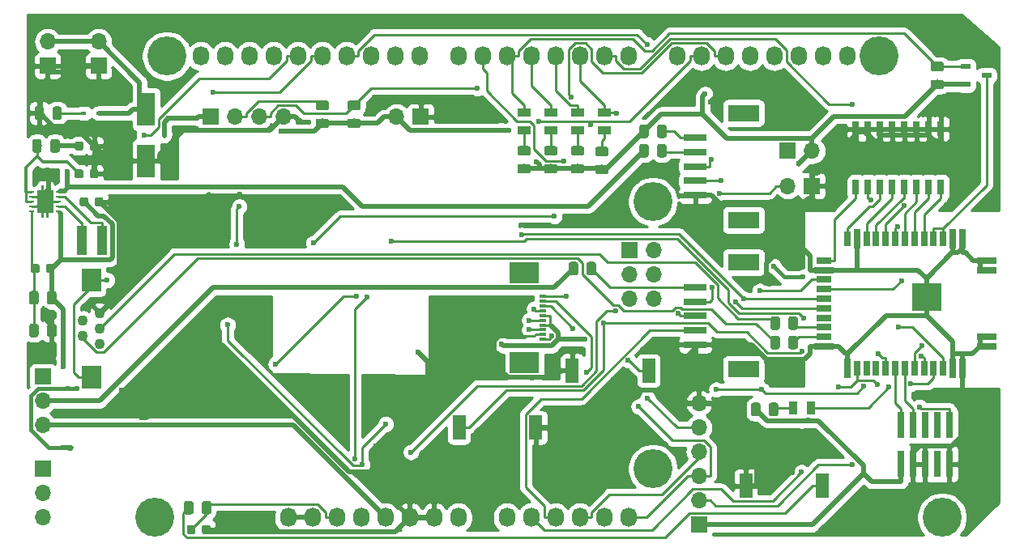
<source format=gtl>
G04 #@! TF.GenerationSoftware,KiCad,Pcbnew,(5.1.4)-1*
G04 #@! TF.CreationDate,2021-04-19T15:03:55+02:00*
G04 #@! TF.ProjectId,cSLIM-shield,63534c49-4d2d-4736-9869-656c642e6b69,rev?*
G04 #@! TF.SameCoordinates,Original*
G04 #@! TF.FileFunction,Copper,L1,Top*
G04 #@! TF.FilePolarity,Positive*
%FSLAX46Y46*%
G04 Gerber Fmt 4.6, Leading zero omitted, Abs format (unit mm)*
G04 Created by KiCad (PCBNEW (5.1.4)-1) date 2021-04-19 15:03:55*
%MOMM*%
%LPD*%
G04 APERTURE LIST*
%ADD10O,1.727200X2.032000*%
%ADD11C,4.064000*%
%ADD12C,0.250000*%
%ADD13C,0.875000*%
%ADD14R,0.700000X2.000000*%
%ADD15R,0.700000X1.500000*%
%ADD16R,1.500000X0.700000*%
%ADD17R,2.000000X0.700000*%
%ADD18R,3.030000X3.000000*%
%ADD19O,1.700000X1.700000*%
%ADD20R,1.700000X1.700000*%
%ADD21R,0.740000X2.795000*%
%ADD22R,2.400000X0.800000*%
%ADD23R,3.300000X1.800000*%
%ADD24R,1.140000X3.050000*%
%ADD25R,1.450000X0.950000*%
%ADD26R,1.400000X0.900000*%
%ADD27C,0.975000*%
%ADD28R,0.750000X1.600000*%
%ADD29R,1.400000X2.500000*%
%ADD30R,0.600000X0.240000*%
%ADD31C,1.650000*%
%ADD32C,0.500000*%
%ADD33R,1.050000X0.600000*%
%ADD34R,0.900000X1.400000*%
%ADD35C,1.100000*%
%ADD36R,2.000000X2.400000*%
%ADD37R,0.800000X0.300000*%
%ADD38R,3.050000X2.200000*%
%ADD39R,1.850000X3.500000*%
%ADD40R,0.560000X0.420000*%
%ADD41C,0.600000*%
%ADD42C,0.500000*%
%ADD43C,0.400000*%
%ADD44C,0.239800*%
%ADD45C,0.300000*%
%ADD46C,0.254000*%
G04 APERTURE END LIST*
D10*
X138938000Y-123825000D03*
X141478000Y-123825000D03*
X144018000Y-123825000D03*
X146558000Y-123825000D03*
X149098000Y-123825000D03*
X151638000Y-123825000D03*
X154178000Y-123825000D03*
X156718000Y-123825000D03*
X161798000Y-123825000D03*
X164338000Y-123825000D03*
X166878000Y-123825000D03*
X169418000Y-123825000D03*
X171958000Y-123825000D03*
X174498000Y-123825000D03*
X129794000Y-75565000D03*
X132334000Y-75565000D03*
X134874000Y-75565000D03*
X137414000Y-75565000D03*
X139954000Y-75565000D03*
X142494000Y-75565000D03*
X145034000Y-75565000D03*
X147574000Y-75565000D03*
X150114000Y-75565000D03*
X152654000Y-75565000D03*
X156718000Y-75565000D03*
X159258000Y-75565000D03*
X161798000Y-75565000D03*
X164338000Y-75565000D03*
X166878000Y-75565000D03*
X169418000Y-75565000D03*
X171958000Y-75565000D03*
X174498000Y-75565000D03*
D11*
X124968000Y-123825000D03*
X177038000Y-118745000D03*
X126238000Y-75565000D03*
X177038000Y-90805000D03*
D10*
X179578000Y-75565000D03*
X182118000Y-75565000D03*
X184658000Y-75565000D03*
X187198000Y-75565000D03*
X189738000Y-75565000D03*
X192278000Y-75565000D03*
X194818000Y-75565000D03*
X197358000Y-75565000D03*
D11*
X200660000Y-75565000D03*
X207264000Y-123825000D03*
D12*
G36*
X129018691Y-124621053D02*
G01*
X129039926Y-124624203D01*
X129060750Y-124629419D01*
X129080962Y-124636651D01*
X129100368Y-124645830D01*
X129118781Y-124656866D01*
X129136024Y-124669654D01*
X129151930Y-124684070D01*
X129166346Y-124699976D01*
X129179134Y-124717219D01*
X129190170Y-124735632D01*
X129199349Y-124755038D01*
X129206581Y-124775250D01*
X129211797Y-124796074D01*
X129214947Y-124817309D01*
X129216000Y-124838750D01*
X129216000Y-125351250D01*
X129214947Y-125372691D01*
X129211797Y-125393926D01*
X129206581Y-125414750D01*
X129199349Y-125434962D01*
X129190170Y-125454368D01*
X129179134Y-125472781D01*
X129166346Y-125490024D01*
X129151930Y-125505930D01*
X129136024Y-125520346D01*
X129118781Y-125533134D01*
X129100368Y-125544170D01*
X129080962Y-125553349D01*
X129060750Y-125560581D01*
X129039926Y-125565797D01*
X129018691Y-125568947D01*
X128997250Y-125570000D01*
X128559750Y-125570000D01*
X128538309Y-125568947D01*
X128517074Y-125565797D01*
X128496250Y-125560581D01*
X128476038Y-125553349D01*
X128456632Y-125544170D01*
X128438219Y-125533134D01*
X128420976Y-125520346D01*
X128405070Y-125505930D01*
X128390654Y-125490024D01*
X128377866Y-125472781D01*
X128366830Y-125454368D01*
X128357651Y-125434962D01*
X128350419Y-125414750D01*
X128345203Y-125393926D01*
X128342053Y-125372691D01*
X128341000Y-125351250D01*
X128341000Y-124838750D01*
X128342053Y-124817309D01*
X128345203Y-124796074D01*
X128350419Y-124775250D01*
X128357651Y-124755038D01*
X128366830Y-124735632D01*
X128377866Y-124717219D01*
X128390654Y-124699976D01*
X128405070Y-124684070D01*
X128420976Y-124669654D01*
X128438219Y-124656866D01*
X128456632Y-124645830D01*
X128476038Y-124636651D01*
X128496250Y-124629419D01*
X128517074Y-124624203D01*
X128538309Y-124621053D01*
X128559750Y-124620000D01*
X128997250Y-124620000D01*
X129018691Y-124621053D01*
X129018691Y-124621053D01*
G37*
D13*
X128778500Y-125095000D03*
D12*
G36*
X130593691Y-124621053D02*
G01*
X130614926Y-124624203D01*
X130635750Y-124629419D01*
X130655962Y-124636651D01*
X130675368Y-124645830D01*
X130693781Y-124656866D01*
X130711024Y-124669654D01*
X130726930Y-124684070D01*
X130741346Y-124699976D01*
X130754134Y-124717219D01*
X130765170Y-124735632D01*
X130774349Y-124755038D01*
X130781581Y-124775250D01*
X130786797Y-124796074D01*
X130789947Y-124817309D01*
X130791000Y-124838750D01*
X130791000Y-125351250D01*
X130789947Y-125372691D01*
X130786797Y-125393926D01*
X130781581Y-125414750D01*
X130774349Y-125434962D01*
X130765170Y-125454368D01*
X130754134Y-125472781D01*
X130741346Y-125490024D01*
X130726930Y-125505930D01*
X130711024Y-125520346D01*
X130693781Y-125533134D01*
X130675368Y-125544170D01*
X130655962Y-125553349D01*
X130635750Y-125560581D01*
X130614926Y-125565797D01*
X130593691Y-125568947D01*
X130572250Y-125570000D01*
X130134750Y-125570000D01*
X130113309Y-125568947D01*
X130092074Y-125565797D01*
X130071250Y-125560581D01*
X130051038Y-125553349D01*
X130031632Y-125544170D01*
X130013219Y-125533134D01*
X129995976Y-125520346D01*
X129980070Y-125505930D01*
X129965654Y-125490024D01*
X129952866Y-125472781D01*
X129941830Y-125454368D01*
X129932651Y-125434962D01*
X129925419Y-125414750D01*
X129920203Y-125393926D01*
X129917053Y-125372691D01*
X129916000Y-125351250D01*
X129916000Y-124838750D01*
X129917053Y-124817309D01*
X129920203Y-124796074D01*
X129925419Y-124775250D01*
X129932651Y-124755038D01*
X129941830Y-124735632D01*
X129952866Y-124717219D01*
X129965654Y-124699976D01*
X129980070Y-124684070D01*
X129995976Y-124669654D01*
X130013219Y-124656866D01*
X130031632Y-124645830D01*
X130051038Y-124636651D01*
X130071250Y-124629419D01*
X130092074Y-124624203D01*
X130113309Y-124621053D01*
X130134750Y-124620000D01*
X130572250Y-124620000D01*
X130593691Y-124621053D01*
X130593691Y-124621053D01*
G37*
D13*
X130353500Y-125095000D03*
D12*
G36*
X118883691Y-84489053D02*
G01*
X118904926Y-84492203D01*
X118925750Y-84497419D01*
X118945962Y-84504651D01*
X118965368Y-84513830D01*
X118983781Y-84524866D01*
X119001024Y-84537654D01*
X119016930Y-84552070D01*
X119031346Y-84567976D01*
X119044134Y-84585219D01*
X119055170Y-84603632D01*
X119064349Y-84623038D01*
X119071581Y-84643250D01*
X119076797Y-84664074D01*
X119079947Y-84685309D01*
X119081000Y-84706750D01*
X119081000Y-85219250D01*
X119079947Y-85240691D01*
X119076797Y-85261926D01*
X119071581Y-85282750D01*
X119064349Y-85302962D01*
X119055170Y-85322368D01*
X119044134Y-85340781D01*
X119031346Y-85358024D01*
X119016930Y-85373930D01*
X119001024Y-85388346D01*
X118983781Y-85401134D01*
X118965368Y-85412170D01*
X118945962Y-85421349D01*
X118925750Y-85428581D01*
X118904926Y-85433797D01*
X118883691Y-85436947D01*
X118862250Y-85438000D01*
X118424750Y-85438000D01*
X118403309Y-85436947D01*
X118382074Y-85433797D01*
X118361250Y-85428581D01*
X118341038Y-85421349D01*
X118321632Y-85412170D01*
X118303219Y-85401134D01*
X118285976Y-85388346D01*
X118270070Y-85373930D01*
X118255654Y-85358024D01*
X118242866Y-85340781D01*
X118231830Y-85322368D01*
X118222651Y-85302962D01*
X118215419Y-85282750D01*
X118210203Y-85261926D01*
X118207053Y-85240691D01*
X118206000Y-85219250D01*
X118206000Y-84706750D01*
X118207053Y-84685309D01*
X118210203Y-84664074D01*
X118215419Y-84643250D01*
X118222651Y-84623038D01*
X118231830Y-84603632D01*
X118242866Y-84585219D01*
X118255654Y-84567976D01*
X118270070Y-84552070D01*
X118285976Y-84537654D01*
X118303219Y-84524866D01*
X118321632Y-84513830D01*
X118341038Y-84504651D01*
X118361250Y-84497419D01*
X118382074Y-84492203D01*
X118403309Y-84489053D01*
X118424750Y-84488000D01*
X118862250Y-84488000D01*
X118883691Y-84489053D01*
X118883691Y-84489053D01*
G37*
D13*
X118643500Y-84963000D03*
D12*
G36*
X117308691Y-84489053D02*
G01*
X117329926Y-84492203D01*
X117350750Y-84497419D01*
X117370962Y-84504651D01*
X117390368Y-84513830D01*
X117408781Y-84524866D01*
X117426024Y-84537654D01*
X117441930Y-84552070D01*
X117456346Y-84567976D01*
X117469134Y-84585219D01*
X117480170Y-84603632D01*
X117489349Y-84623038D01*
X117496581Y-84643250D01*
X117501797Y-84664074D01*
X117504947Y-84685309D01*
X117506000Y-84706750D01*
X117506000Y-85219250D01*
X117504947Y-85240691D01*
X117501797Y-85261926D01*
X117496581Y-85282750D01*
X117489349Y-85302962D01*
X117480170Y-85322368D01*
X117469134Y-85340781D01*
X117456346Y-85358024D01*
X117441930Y-85373930D01*
X117426024Y-85388346D01*
X117408781Y-85401134D01*
X117390368Y-85412170D01*
X117370962Y-85421349D01*
X117350750Y-85428581D01*
X117329926Y-85433797D01*
X117308691Y-85436947D01*
X117287250Y-85438000D01*
X116849750Y-85438000D01*
X116828309Y-85436947D01*
X116807074Y-85433797D01*
X116786250Y-85428581D01*
X116766038Y-85421349D01*
X116746632Y-85412170D01*
X116728219Y-85401134D01*
X116710976Y-85388346D01*
X116695070Y-85373930D01*
X116680654Y-85358024D01*
X116667866Y-85340781D01*
X116656830Y-85322368D01*
X116647651Y-85302962D01*
X116640419Y-85282750D01*
X116635203Y-85261926D01*
X116632053Y-85240691D01*
X116631000Y-85219250D01*
X116631000Y-84706750D01*
X116632053Y-84685309D01*
X116635203Y-84664074D01*
X116640419Y-84643250D01*
X116647651Y-84623038D01*
X116656830Y-84603632D01*
X116667866Y-84585219D01*
X116680654Y-84567976D01*
X116695070Y-84552070D01*
X116710976Y-84537654D01*
X116728219Y-84524866D01*
X116746632Y-84513830D01*
X116766038Y-84504651D01*
X116786250Y-84497419D01*
X116807074Y-84492203D01*
X116828309Y-84489053D01*
X116849750Y-84488000D01*
X117287250Y-84488000D01*
X117308691Y-84489053D01*
X117308691Y-84489053D01*
G37*
D13*
X117068500Y-84963000D03*
D12*
G36*
X117308691Y-87410053D02*
G01*
X117329926Y-87413203D01*
X117350750Y-87418419D01*
X117370962Y-87425651D01*
X117390368Y-87434830D01*
X117408781Y-87445866D01*
X117426024Y-87458654D01*
X117441930Y-87473070D01*
X117456346Y-87488976D01*
X117469134Y-87506219D01*
X117480170Y-87524632D01*
X117489349Y-87544038D01*
X117496581Y-87564250D01*
X117501797Y-87585074D01*
X117504947Y-87606309D01*
X117506000Y-87627750D01*
X117506000Y-88140250D01*
X117504947Y-88161691D01*
X117501797Y-88182926D01*
X117496581Y-88203750D01*
X117489349Y-88223962D01*
X117480170Y-88243368D01*
X117469134Y-88261781D01*
X117456346Y-88279024D01*
X117441930Y-88294930D01*
X117426024Y-88309346D01*
X117408781Y-88322134D01*
X117390368Y-88333170D01*
X117370962Y-88342349D01*
X117350750Y-88349581D01*
X117329926Y-88354797D01*
X117308691Y-88357947D01*
X117287250Y-88359000D01*
X116849750Y-88359000D01*
X116828309Y-88357947D01*
X116807074Y-88354797D01*
X116786250Y-88349581D01*
X116766038Y-88342349D01*
X116746632Y-88333170D01*
X116728219Y-88322134D01*
X116710976Y-88309346D01*
X116695070Y-88294930D01*
X116680654Y-88279024D01*
X116667866Y-88261781D01*
X116656830Y-88243368D01*
X116647651Y-88223962D01*
X116640419Y-88203750D01*
X116635203Y-88182926D01*
X116632053Y-88161691D01*
X116631000Y-88140250D01*
X116631000Y-87627750D01*
X116632053Y-87606309D01*
X116635203Y-87585074D01*
X116640419Y-87564250D01*
X116647651Y-87544038D01*
X116656830Y-87524632D01*
X116667866Y-87506219D01*
X116680654Y-87488976D01*
X116695070Y-87473070D01*
X116710976Y-87458654D01*
X116728219Y-87445866D01*
X116746632Y-87434830D01*
X116766038Y-87425651D01*
X116786250Y-87418419D01*
X116807074Y-87413203D01*
X116828309Y-87410053D01*
X116849750Y-87409000D01*
X117287250Y-87409000D01*
X117308691Y-87410053D01*
X117308691Y-87410053D01*
G37*
D13*
X117068500Y-87884000D03*
D12*
G36*
X118883691Y-87410053D02*
G01*
X118904926Y-87413203D01*
X118925750Y-87418419D01*
X118945962Y-87425651D01*
X118965368Y-87434830D01*
X118983781Y-87445866D01*
X119001024Y-87458654D01*
X119016930Y-87473070D01*
X119031346Y-87488976D01*
X119044134Y-87506219D01*
X119055170Y-87524632D01*
X119064349Y-87544038D01*
X119071581Y-87564250D01*
X119076797Y-87585074D01*
X119079947Y-87606309D01*
X119081000Y-87627750D01*
X119081000Y-88140250D01*
X119079947Y-88161691D01*
X119076797Y-88182926D01*
X119071581Y-88203750D01*
X119064349Y-88223962D01*
X119055170Y-88243368D01*
X119044134Y-88261781D01*
X119031346Y-88279024D01*
X119016930Y-88294930D01*
X119001024Y-88309346D01*
X118983781Y-88322134D01*
X118965368Y-88333170D01*
X118945962Y-88342349D01*
X118925750Y-88349581D01*
X118904926Y-88354797D01*
X118883691Y-88357947D01*
X118862250Y-88359000D01*
X118424750Y-88359000D01*
X118403309Y-88357947D01*
X118382074Y-88354797D01*
X118361250Y-88349581D01*
X118341038Y-88342349D01*
X118321632Y-88333170D01*
X118303219Y-88322134D01*
X118285976Y-88309346D01*
X118270070Y-88294930D01*
X118255654Y-88279024D01*
X118242866Y-88261781D01*
X118231830Y-88243368D01*
X118222651Y-88223962D01*
X118215419Y-88203750D01*
X118210203Y-88182926D01*
X118207053Y-88161691D01*
X118206000Y-88140250D01*
X118206000Y-87627750D01*
X118207053Y-87606309D01*
X118210203Y-87585074D01*
X118215419Y-87564250D01*
X118222651Y-87544038D01*
X118231830Y-87524632D01*
X118242866Y-87506219D01*
X118255654Y-87488976D01*
X118270070Y-87473070D01*
X118285976Y-87458654D01*
X118303219Y-87445866D01*
X118321632Y-87434830D01*
X118341038Y-87425651D01*
X118361250Y-87418419D01*
X118382074Y-87413203D01*
X118403309Y-87410053D01*
X118424750Y-87409000D01*
X118862250Y-87409000D01*
X118883691Y-87410053D01*
X118883691Y-87410053D01*
G37*
D13*
X118643500Y-87884000D03*
D12*
G36*
X117816691Y-90331053D02*
G01*
X117837926Y-90334203D01*
X117858750Y-90339419D01*
X117878962Y-90346651D01*
X117898368Y-90355830D01*
X117916781Y-90366866D01*
X117934024Y-90379654D01*
X117949930Y-90394070D01*
X117964346Y-90409976D01*
X117977134Y-90427219D01*
X117988170Y-90445632D01*
X117997349Y-90465038D01*
X118004581Y-90485250D01*
X118009797Y-90506074D01*
X118012947Y-90527309D01*
X118014000Y-90548750D01*
X118014000Y-91061250D01*
X118012947Y-91082691D01*
X118009797Y-91103926D01*
X118004581Y-91124750D01*
X117997349Y-91144962D01*
X117988170Y-91164368D01*
X117977134Y-91182781D01*
X117964346Y-91200024D01*
X117949930Y-91215930D01*
X117934024Y-91230346D01*
X117916781Y-91243134D01*
X117898368Y-91254170D01*
X117878962Y-91263349D01*
X117858750Y-91270581D01*
X117837926Y-91275797D01*
X117816691Y-91278947D01*
X117795250Y-91280000D01*
X117357750Y-91280000D01*
X117336309Y-91278947D01*
X117315074Y-91275797D01*
X117294250Y-91270581D01*
X117274038Y-91263349D01*
X117254632Y-91254170D01*
X117236219Y-91243134D01*
X117218976Y-91230346D01*
X117203070Y-91215930D01*
X117188654Y-91200024D01*
X117175866Y-91182781D01*
X117164830Y-91164368D01*
X117155651Y-91144962D01*
X117148419Y-91124750D01*
X117143203Y-91103926D01*
X117140053Y-91082691D01*
X117139000Y-91061250D01*
X117139000Y-90548750D01*
X117140053Y-90527309D01*
X117143203Y-90506074D01*
X117148419Y-90485250D01*
X117155651Y-90465038D01*
X117164830Y-90445632D01*
X117175866Y-90427219D01*
X117188654Y-90409976D01*
X117203070Y-90394070D01*
X117218976Y-90379654D01*
X117236219Y-90366866D01*
X117254632Y-90355830D01*
X117274038Y-90346651D01*
X117294250Y-90339419D01*
X117315074Y-90334203D01*
X117336309Y-90331053D01*
X117357750Y-90330000D01*
X117795250Y-90330000D01*
X117816691Y-90331053D01*
X117816691Y-90331053D01*
G37*
D13*
X117576500Y-90805000D03*
D12*
G36*
X119391691Y-90331053D02*
G01*
X119412926Y-90334203D01*
X119433750Y-90339419D01*
X119453962Y-90346651D01*
X119473368Y-90355830D01*
X119491781Y-90366866D01*
X119509024Y-90379654D01*
X119524930Y-90394070D01*
X119539346Y-90409976D01*
X119552134Y-90427219D01*
X119563170Y-90445632D01*
X119572349Y-90465038D01*
X119579581Y-90485250D01*
X119584797Y-90506074D01*
X119587947Y-90527309D01*
X119589000Y-90548750D01*
X119589000Y-91061250D01*
X119587947Y-91082691D01*
X119584797Y-91103926D01*
X119579581Y-91124750D01*
X119572349Y-91144962D01*
X119563170Y-91164368D01*
X119552134Y-91182781D01*
X119539346Y-91200024D01*
X119524930Y-91215930D01*
X119509024Y-91230346D01*
X119491781Y-91243134D01*
X119473368Y-91254170D01*
X119453962Y-91263349D01*
X119433750Y-91270581D01*
X119412926Y-91275797D01*
X119391691Y-91278947D01*
X119370250Y-91280000D01*
X118932750Y-91280000D01*
X118911309Y-91278947D01*
X118890074Y-91275797D01*
X118869250Y-91270581D01*
X118849038Y-91263349D01*
X118829632Y-91254170D01*
X118811219Y-91243134D01*
X118793976Y-91230346D01*
X118778070Y-91215930D01*
X118763654Y-91200024D01*
X118750866Y-91182781D01*
X118739830Y-91164368D01*
X118730651Y-91144962D01*
X118723419Y-91124750D01*
X118718203Y-91103926D01*
X118715053Y-91082691D01*
X118714000Y-91061250D01*
X118714000Y-90548750D01*
X118715053Y-90527309D01*
X118718203Y-90506074D01*
X118723419Y-90485250D01*
X118730651Y-90465038D01*
X118739830Y-90445632D01*
X118750866Y-90427219D01*
X118763654Y-90409976D01*
X118778070Y-90394070D01*
X118793976Y-90379654D01*
X118811219Y-90366866D01*
X118829632Y-90355830D01*
X118849038Y-90346651D01*
X118869250Y-90339419D01*
X118890074Y-90334203D01*
X118911309Y-90331053D01*
X118932750Y-90330000D01*
X119370250Y-90330000D01*
X119391691Y-90331053D01*
X119391691Y-90331053D01*
G37*
D13*
X119151500Y-90805000D03*
D14*
X209374000Y-94690000D03*
X208374000Y-94690000D03*
D15*
X207374000Y-94690000D03*
X206374000Y-94690000D03*
X205374000Y-94690000D03*
X204374000Y-94690000D03*
X203374000Y-94690000D03*
X202374000Y-94690000D03*
X201374000Y-94690000D03*
X200374000Y-94690000D03*
X199374000Y-94690000D03*
D14*
X198374000Y-94690000D03*
D15*
X197374000Y-94690000D03*
D16*
X194954000Y-96940000D03*
D17*
X194954000Y-97940000D03*
D16*
X194954000Y-98940000D03*
X194954000Y-99940000D03*
X194954000Y-100940000D03*
X194954000Y-101940000D03*
X194954000Y-102940000D03*
X194954000Y-103940000D03*
X194954000Y-104940000D03*
D17*
X194954000Y-105940000D03*
D14*
X197374000Y-108190000D03*
D15*
X198374000Y-108190000D03*
X199374000Y-108190000D03*
X200374000Y-108190000D03*
X201374000Y-108190000D03*
X202374000Y-108190000D03*
X203374000Y-108190000D03*
X204374000Y-108190000D03*
X205374000Y-108190000D03*
X206374000Y-108190000D03*
X207374000Y-108190000D03*
D14*
X208374000Y-108190000D03*
X209374000Y-108190000D03*
D17*
X211954000Y-105940000D03*
X211954000Y-104940000D03*
X211954000Y-97940000D03*
X211954000Y-96940000D03*
D18*
X205624000Y-100740000D03*
D19*
X113284000Y-123825000D03*
X113284000Y-121285000D03*
D20*
X113284000Y-118745000D03*
X113284000Y-109093000D03*
D19*
X113284000Y-111633000D03*
X113284000Y-114173000D03*
D20*
X113792000Y-76581000D03*
D19*
X113792000Y-74041000D03*
D20*
X130810000Y-81915000D03*
D19*
X133350000Y-81915000D03*
X135890000Y-81915000D03*
X138430000Y-81915000D03*
D20*
X181864000Y-124587000D03*
D19*
X181864000Y-122047000D03*
X181864000Y-119507000D03*
X181864000Y-116967000D03*
X181864000Y-114427000D03*
X181864000Y-111887000D03*
D21*
X202946000Y-118237500D03*
X202946000Y-114172500D03*
X204216000Y-118237500D03*
X204216000Y-114172500D03*
X205486000Y-118237500D03*
X205486000Y-114172500D03*
X206756000Y-118237500D03*
X206756000Y-114172500D03*
X208026000Y-118237500D03*
X208026000Y-114172500D03*
D22*
X181458000Y-99743000D03*
X181458000Y-101243000D03*
X181458000Y-102743000D03*
X181458000Y-104243000D03*
X181458000Y-105743000D03*
D23*
X186508000Y-97143000D03*
X186508000Y-108343000D03*
D24*
X119508000Y-94869000D03*
X117348000Y-94869000D03*
D25*
X171958000Y-81473000D03*
X171958000Y-83373000D03*
D26*
X169164000Y-81473000D03*
X169164000Y-83373000D03*
X166370000Y-83373000D03*
X166370000Y-81473000D03*
X163576000Y-81473000D03*
X163576000Y-83373000D03*
D12*
G36*
X190084142Y-104838174D02*
G01*
X190107803Y-104841684D01*
X190131007Y-104847496D01*
X190153529Y-104855554D01*
X190175153Y-104865782D01*
X190195670Y-104878079D01*
X190214883Y-104892329D01*
X190232607Y-104908393D01*
X190248671Y-104926117D01*
X190262921Y-104945330D01*
X190275218Y-104965847D01*
X190285446Y-104987471D01*
X190293504Y-105009993D01*
X190299316Y-105033197D01*
X190302826Y-105056858D01*
X190304000Y-105080750D01*
X190304000Y-105993250D01*
X190302826Y-106017142D01*
X190299316Y-106040803D01*
X190293504Y-106064007D01*
X190285446Y-106086529D01*
X190275218Y-106108153D01*
X190262921Y-106128670D01*
X190248671Y-106147883D01*
X190232607Y-106165607D01*
X190214883Y-106181671D01*
X190195670Y-106195921D01*
X190175153Y-106208218D01*
X190153529Y-106218446D01*
X190131007Y-106226504D01*
X190107803Y-106232316D01*
X190084142Y-106235826D01*
X190060250Y-106237000D01*
X189572750Y-106237000D01*
X189548858Y-106235826D01*
X189525197Y-106232316D01*
X189501993Y-106226504D01*
X189479471Y-106218446D01*
X189457847Y-106208218D01*
X189437330Y-106195921D01*
X189418117Y-106181671D01*
X189400393Y-106165607D01*
X189384329Y-106147883D01*
X189370079Y-106128670D01*
X189357782Y-106108153D01*
X189347554Y-106086529D01*
X189339496Y-106064007D01*
X189333684Y-106040803D01*
X189330174Y-106017142D01*
X189329000Y-105993250D01*
X189329000Y-105080750D01*
X189330174Y-105056858D01*
X189333684Y-105033197D01*
X189339496Y-105009993D01*
X189347554Y-104987471D01*
X189357782Y-104965847D01*
X189370079Y-104945330D01*
X189384329Y-104926117D01*
X189400393Y-104908393D01*
X189418117Y-104892329D01*
X189437330Y-104878079D01*
X189457847Y-104865782D01*
X189479471Y-104855554D01*
X189501993Y-104847496D01*
X189525197Y-104841684D01*
X189548858Y-104838174D01*
X189572750Y-104837000D01*
X190060250Y-104837000D01*
X190084142Y-104838174D01*
X190084142Y-104838174D01*
G37*
D27*
X189816500Y-105537000D03*
D12*
G36*
X191959142Y-104838174D02*
G01*
X191982803Y-104841684D01*
X192006007Y-104847496D01*
X192028529Y-104855554D01*
X192050153Y-104865782D01*
X192070670Y-104878079D01*
X192089883Y-104892329D01*
X192107607Y-104908393D01*
X192123671Y-104926117D01*
X192137921Y-104945330D01*
X192150218Y-104965847D01*
X192160446Y-104987471D01*
X192168504Y-105009993D01*
X192174316Y-105033197D01*
X192177826Y-105056858D01*
X192179000Y-105080750D01*
X192179000Y-105993250D01*
X192177826Y-106017142D01*
X192174316Y-106040803D01*
X192168504Y-106064007D01*
X192160446Y-106086529D01*
X192150218Y-106108153D01*
X192137921Y-106128670D01*
X192123671Y-106147883D01*
X192107607Y-106165607D01*
X192089883Y-106181671D01*
X192070670Y-106195921D01*
X192050153Y-106208218D01*
X192028529Y-106218446D01*
X192006007Y-106226504D01*
X191982803Y-106232316D01*
X191959142Y-106235826D01*
X191935250Y-106237000D01*
X191447750Y-106237000D01*
X191423858Y-106235826D01*
X191400197Y-106232316D01*
X191376993Y-106226504D01*
X191354471Y-106218446D01*
X191332847Y-106208218D01*
X191312330Y-106195921D01*
X191293117Y-106181671D01*
X191275393Y-106165607D01*
X191259329Y-106147883D01*
X191245079Y-106128670D01*
X191232782Y-106108153D01*
X191222554Y-106086529D01*
X191214496Y-106064007D01*
X191208684Y-106040803D01*
X191205174Y-106017142D01*
X191204000Y-105993250D01*
X191204000Y-105080750D01*
X191205174Y-105056858D01*
X191208684Y-105033197D01*
X191214496Y-105009993D01*
X191222554Y-104987471D01*
X191232782Y-104965847D01*
X191245079Y-104945330D01*
X191259329Y-104926117D01*
X191275393Y-104908393D01*
X191293117Y-104892329D01*
X191312330Y-104878079D01*
X191332847Y-104865782D01*
X191354471Y-104855554D01*
X191376993Y-104847496D01*
X191400197Y-104841684D01*
X191423858Y-104838174D01*
X191447750Y-104837000D01*
X191935250Y-104837000D01*
X191959142Y-104838174D01*
X191959142Y-104838174D01*
G37*
D27*
X191691500Y-105537000D03*
D12*
G36*
X190084142Y-102806174D02*
G01*
X190107803Y-102809684D01*
X190131007Y-102815496D01*
X190153529Y-102823554D01*
X190175153Y-102833782D01*
X190195670Y-102846079D01*
X190214883Y-102860329D01*
X190232607Y-102876393D01*
X190248671Y-102894117D01*
X190262921Y-102913330D01*
X190275218Y-102933847D01*
X190285446Y-102955471D01*
X190293504Y-102977993D01*
X190299316Y-103001197D01*
X190302826Y-103024858D01*
X190304000Y-103048750D01*
X190304000Y-103961250D01*
X190302826Y-103985142D01*
X190299316Y-104008803D01*
X190293504Y-104032007D01*
X190285446Y-104054529D01*
X190275218Y-104076153D01*
X190262921Y-104096670D01*
X190248671Y-104115883D01*
X190232607Y-104133607D01*
X190214883Y-104149671D01*
X190195670Y-104163921D01*
X190175153Y-104176218D01*
X190153529Y-104186446D01*
X190131007Y-104194504D01*
X190107803Y-104200316D01*
X190084142Y-104203826D01*
X190060250Y-104205000D01*
X189572750Y-104205000D01*
X189548858Y-104203826D01*
X189525197Y-104200316D01*
X189501993Y-104194504D01*
X189479471Y-104186446D01*
X189457847Y-104176218D01*
X189437330Y-104163921D01*
X189418117Y-104149671D01*
X189400393Y-104133607D01*
X189384329Y-104115883D01*
X189370079Y-104096670D01*
X189357782Y-104076153D01*
X189347554Y-104054529D01*
X189339496Y-104032007D01*
X189333684Y-104008803D01*
X189330174Y-103985142D01*
X189329000Y-103961250D01*
X189329000Y-103048750D01*
X189330174Y-103024858D01*
X189333684Y-103001197D01*
X189339496Y-102977993D01*
X189347554Y-102955471D01*
X189357782Y-102933847D01*
X189370079Y-102913330D01*
X189384329Y-102894117D01*
X189400393Y-102876393D01*
X189418117Y-102860329D01*
X189437330Y-102846079D01*
X189457847Y-102833782D01*
X189479471Y-102823554D01*
X189501993Y-102815496D01*
X189525197Y-102809684D01*
X189548858Y-102806174D01*
X189572750Y-102805000D01*
X190060250Y-102805000D01*
X190084142Y-102806174D01*
X190084142Y-102806174D01*
G37*
D27*
X189816500Y-103505000D03*
D12*
G36*
X191959142Y-102806174D02*
G01*
X191982803Y-102809684D01*
X192006007Y-102815496D01*
X192028529Y-102823554D01*
X192050153Y-102833782D01*
X192070670Y-102846079D01*
X192089883Y-102860329D01*
X192107607Y-102876393D01*
X192123671Y-102894117D01*
X192137921Y-102913330D01*
X192150218Y-102933847D01*
X192160446Y-102955471D01*
X192168504Y-102977993D01*
X192174316Y-103001197D01*
X192177826Y-103024858D01*
X192179000Y-103048750D01*
X192179000Y-103961250D01*
X192177826Y-103985142D01*
X192174316Y-104008803D01*
X192168504Y-104032007D01*
X192160446Y-104054529D01*
X192150218Y-104076153D01*
X192137921Y-104096670D01*
X192123671Y-104115883D01*
X192107607Y-104133607D01*
X192089883Y-104149671D01*
X192070670Y-104163921D01*
X192050153Y-104176218D01*
X192028529Y-104186446D01*
X192006007Y-104194504D01*
X191982803Y-104200316D01*
X191959142Y-104203826D01*
X191935250Y-104205000D01*
X191447750Y-104205000D01*
X191423858Y-104203826D01*
X191400197Y-104200316D01*
X191376993Y-104194504D01*
X191354471Y-104186446D01*
X191332847Y-104176218D01*
X191312330Y-104163921D01*
X191293117Y-104149671D01*
X191275393Y-104133607D01*
X191259329Y-104115883D01*
X191245079Y-104096670D01*
X191232782Y-104076153D01*
X191222554Y-104054529D01*
X191214496Y-104032007D01*
X191208684Y-104008803D01*
X191205174Y-103985142D01*
X191204000Y-103961250D01*
X191204000Y-103048750D01*
X191205174Y-103024858D01*
X191208684Y-103001197D01*
X191214496Y-102977993D01*
X191222554Y-102955471D01*
X191232782Y-102933847D01*
X191245079Y-102913330D01*
X191259329Y-102894117D01*
X191275393Y-102876393D01*
X191293117Y-102860329D01*
X191312330Y-102846079D01*
X191332847Y-102833782D01*
X191354471Y-102823554D01*
X191376993Y-102815496D01*
X191400197Y-102809684D01*
X191423858Y-102806174D01*
X191447750Y-102805000D01*
X191935250Y-102805000D01*
X191959142Y-102806174D01*
X191959142Y-102806174D01*
G37*
D27*
X191691500Y-103505000D03*
D12*
G36*
X172184142Y-85063174D02*
G01*
X172207803Y-85066684D01*
X172231007Y-85072496D01*
X172253529Y-85080554D01*
X172275153Y-85090782D01*
X172295670Y-85103079D01*
X172314883Y-85117329D01*
X172332607Y-85133393D01*
X172348671Y-85151117D01*
X172362921Y-85170330D01*
X172375218Y-85190847D01*
X172385446Y-85212471D01*
X172393504Y-85234993D01*
X172399316Y-85258197D01*
X172402826Y-85281858D01*
X172404000Y-85305750D01*
X172404000Y-85793250D01*
X172402826Y-85817142D01*
X172399316Y-85840803D01*
X172393504Y-85864007D01*
X172385446Y-85886529D01*
X172375218Y-85908153D01*
X172362921Y-85928670D01*
X172348671Y-85947883D01*
X172332607Y-85965607D01*
X172314883Y-85981671D01*
X172295670Y-85995921D01*
X172275153Y-86008218D01*
X172253529Y-86018446D01*
X172231007Y-86026504D01*
X172207803Y-86032316D01*
X172184142Y-86035826D01*
X172160250Y-86037000D01*
X171247750Y-86037000D01*
X171223858Y-86035826D01*
X171200197Y-86032316D01*
X171176993Y-86026504D01*
X171154471Y-86018446D01*
X171132847Y-86008218D01*
X171112330Y-85995921D01*
X171093117Y-85981671D01*
X171075393Y-85965607D01*
X171059329Y-85947883D01*
X171045079Y-85928670D01*
X171032782Y-85908153D01*
X171022554Y-85886529D01*
X171014496Y-85864007D01*
X171008684Y-85840803D01*
X171005174Y-85817142D01*
X171004000Y-85793250D01*
X171004000Y-85305750D01*
X171005174Y-85281858D01*
X171008684Y-85258197D01*
X171014496Y-85234993D01*
X171022554Y-85212471D01*
X171032782Y-85190847D01*
X171045079Y-85170330D01*
X171059329Y-85151117D01*
X171075393Y-85133393D01*
X171093117Y-85117329D01*
X171112330Y-85103079D01*
X171132847Y-85090782D01*
X171154471Y-85080554D01*
X171176993Y-85072496D01*
X171200197Y-85066684D01*
X171223858Y-85063174D01*
X171247750Y-85062000D01*
X172160250Y-85062000D01*
X172184142Y-85063174D01*
X172184142Y-85063174D01*
G37*
D27*
X171704000Y-85549500D03*
D12*
G36*
X172184142Y-86938174D02*
G01*
X172207803Y-86941684D01*
X172231007Y-86947496D01*
X172253529Y-86955554D01*
X172275153Y-86965782D01*
X172295670Y-86978079D01*
X172314883Y-86992329D01*
X172332607Y-87008393D01*
X172348671Y-87026117D01*
X172362921Y-87045330D01*
X172375218Y-87065847D01*
X172385446Y-87087471D01*
X172393504Y-87109993D01*
X172399316Y-87133197D01*
X172402826Y-87156858D01*
X172404000Y-87180750D01*
X172404000Y-87668250D01*
X172402826Y-87692142D01*
X172399316Y-87715803D01*
X172393504Y-87739007D01*
X172385446Y-87761529D01*
X172375218Y-87783153D01*
X172362921Y-87803670D01*
X172348671Y-87822883D01*
X172332607Y-87840607D01*
X172314883Y-87856671D01*
X172295670Y-87870921D01*
X172275153Y-87883218D01*
X172253529Y-87893446D01*
X172231007Y-87901504D01*
X172207803Y-87907316D01*
X172184142Y-87910826D01*
X172160250Y-87912000D01*
X171247750Y-87912000D01*
X171223858Y-87910826D01*
X171200197Y-87907316D01*
X171176993Y-87901504D01*
X171154471Y-87893446D01*
X171132847Y-87883218D01*
X171112330Y-87870921D01*
X171093117Y-87856671D01*
X171075393Y-87840607D01*
X171059329Y-87822883D01*
X171045079Y-87803670D01*
X171032782Y-87783153D01*
X171022554Y-87761529D01*
X171014496Y-87739007D01*
X171008684Y-87715803D01*
X171005174Y-87692142D01*
X171004000Y-87668250D01*
X171004000Y-87180750D01*
X171005174Y-87156858D01*
X171008684Y-87133197D01*
X171014496Y-87109993D01*
X171022554Y-87087471D01*
X171032782Y-87065847D01*
X171045079Y-87045330D01*
X171059329Y-87026117D01*
X171075393Y-87008393D01*
X171093117Y-86992329D01*
X171112330Y-86978079D01*
X171132847Y-86965782D01*
X171154471Y-86955554D01*
X171176993Y-86947496D01*
X171200197Y-86941684D01*
X171223858Y-86938174D01*
X171247750Y-86937000D01*
X172160250Y-86937000D01*
X172184142Y-86938174D01*
X172184142Y-86938174D01*
G37*
D27*
X171704000Y-87424500D03*
D12*
G36*
X169644142Y-86859674D02*
G01*
X169667803Y-86863184D01*
X169691007Y-86868996D01*
X169713529Y-86877054D01*
X169735153Y-86887282D01*
X169755670Y-86899579D01*
X169774883Y-86913829D01*
X169792607Y-86929893D01*
X169808671Y-86947617D01*
X169822921Y-86966830D01*
X169835218Y-86987347D01*
X169845446Y-87008971D01*
X169853504Y-87031493D01*
X169859316Y-87054697D01*
X169862826Y-87078358D01*
X169864000Y-87102250D01*
X169864000Y-87589750D01*
X169862826Y-87613642D01*
X169859316Y-87637303D01*
X169853504Y-87660507D01*
X169845446Y-87683029D01*
X169835218Y-87704653D01*
X169822921Y-87725170D01*
X169808671Y-87744383D01*
X169792607Y-87762107D01*
X169774883Y-87778171D01*
X169755670Y-87792421D01*
X169735153Y-87804718D01*
X169713529Y-87814946D01*
X169691007Y-87823004D01*
X169667803Y-87828816D01*
X169644142Y-87832326D01*
X169620250Y-87833500D01*
X168707750Y-87833500D01*
X168683858Y-87832326D01*
X168660197Y-87828816D01*
X168636993Y-87823004D01*
X168614471Y-87814946D01*
X168592847Y-87804718D01*
X168572330Y-87792421D01*
X168553117Y-87778171D01*
X168535393Y-87762107D01*
X168519329Y-87744383D01*
X168505079Y-87725170D01*
X168492782Y-87704653D01*
X168482554Y-87683029D01*
X168474496Y-87660507D01*
X168468684Y-87637303D01*
X168465174Y-87613642D01*
X168464000Y-87589750D01*
X168464000Y-87102250D01*
X168465174Y-87078358D01*
X168468684Y-87054697D01*
X168474496Y-87031493D01*
X168482554Y-87008971D01*
X168492782Y-86987347D01*
X168505079Y-86966830D01*
X168519329Y-86947617D01*
X168535393Y-86929893D01*
X168553117Y-86913829D01*
X168572330Y-86899579D01*
X168592847Y-86887282D01*
X168614471Y-86877054D01*
X168636993Y-86868996D01*
X168660197Y-86863184D01*
X168683858Y-86859674D01*
X168707750Y-86858500D01*
X169620250Y-86858500D01*
X169644142Y-86859674D01*
X169644142Y-86859674D01*
G37*
D27*
X169164000Y-87346000D03*
D12*
G36*
X169644142Y-84984674D02*
G01*
X169667803Y-84988184D01*
X169691007Y-84993996D01*
X169713529Y-85002054D01*
X169735153Y-85012282D01*
X169755670Y-85024579D01*
X169774883Y-85038829D01*
X169792607Y-85054893D01*
X169808671Y-85072617D01*
X169822921Y-85091830D01*
X169835218Y-85112347D01*
X169845446Y-85133971D01*
X169853504Y-85156493D01*
X169859316Y-85179697D01*
X169862826Y-85203358D01*
X169864000Y-85227250D01*
X169864000Y-85714750D01*
X169862826Y-85738642D01*
X169859316Y-85762303D01*
X169853504Y-85785507D01*
X169845446Y-85808029D01*
X169835218Y-85829653D01*
X169822921Y-85850170D01*
X169808671Y-85869383D01*
X169792607Y-85887107D01*
X169774883Y-85903171D01*
X169755670Y-85917421D01*
X169735153Y-85929718D01*
X169713529Y-85939946D01*
X169691007Y-85948004D01*
X169667803Y-85953816D01*
X169644142Y-85957326D01*
X169620250Y-85958500D01*
X168707750Y-85958500D01*
X168683858Y-85957326D01*
X168660197Y-85953816D01*
X168636993Y-85948004D01*
X168614471Y-85939946D01*
X168592847Y-85929718D01*
X168572330Y-85917421D01*
X168553117Y-85903171D01*
X168535393Y-85887107D01*
X168519329Y-85869383D01*
X168505079Y-85850170D01*
X168492782Y-85829653D01*
X168482554Y-85808029D01*
X168474496Y-85785507D01*
X168468684Y-85762303D01*
X168465174Y-85738642D01*
X168464000Y-85714750D01*
X168464000Y-85227250D01*
X168465174Y-85203358D01*
X168468684Y-85179697D01*
X168474496Y-85156493D01*
X168482554Y-85133971D01*
X168492782Y-85112347D01*
X168505079Y-85091830D01*
X168519329Y-85072617D01*
X168535393Y-85054893D01*
X168553117Y-85038829D01*
X168572330Y-85024579D01*
X168592847Y-85012282D01*
X168614471Y-85002054D01*
X168636993Y-84993996D01*
X168660197Y-84988184D01*
X168683858Y-84984674D01*
X168707750Y-84983500D01*
X169620250Y-84983500D01*
X169644142Y-84984674D01*
X169644142Y-84984674D01*
G37*
D27*
X169164000Y-85471000D03*
D12*
G36*
X166850142Y-84984674D02*
G01*
X166873803Y-84988184D01*
X166897007Y-84993996D01*
X166919529Y-85002054D01*
X166941153Y-85012282D01*
X166961670Y-85024579D01*
X166980883Y-85038829D01*
X166998607Y-85054893D01*
X167014671Y-85072617D01*
X167028921Y-85091830D01*
X167041218Y-85112347D01*
X167051446Y-85133971D01*
X167059504Y-85156493D01*
X167065316Y-85179697D01*
X167068826Y-85203358D01*
X167070000Y-85227250D01*
X167070000Y-85714750D01*
X167068826Y-85738642D01*
X167065316Y-85762303D01*
X167059504Y-85785507D01*
X167051446Y-85808029D01*
X167041218Y-85829653D01*
X167028921Y-85850170D01*
X167014671Y-85869383D01*
X166998607Y-85887107D01*
X166980883Y-85903171D01*
X166961670Y-85917421D01*
X166941153Y-85929718D01*
X166919529Y-85939946D01*
X166897007Y-85948004D01*
X166873803Y-85953816D01*
X166850142Y-85957326D01*
X166826250Y-85958500D01*
X165913750Y-85958500D01*
X165889858Y-85957326D01*
X165866197Y-85953816D01*
X165842993Y-85948004D01*
X165820471Y-85939946D01*
X165798847Y-85929718D01*
X165778330Y-85917421D01*
X165759117Y-85903171D01*
X165741393Y-85887107D01*
X165725329Y-85869383D01*
X165711079Y-85850170D01*
X165698782Y-85829653D01*
X165688554Y-85808029D01*
X165680496Y-85785507D01*
X165674684Y-85762303D01*
X165671174Y-85738642D01*
X165670000Y-85714750D01*
X165670000Y-85227250D01*
X165671174Y-85203358D01*
X165674684Y-85179697D01*
X165680496Y-85156493D01*
X165688554Y-85133971D01*
X165698782Y-85112347D01*
X165711079Y-85091830D01*
X165725329Y-85072617D01*
X165741393Y-85054893D01*
X165759117Y-85038829D01*
X165778330Y-85024579D01*
X165798847Y-85012282D01*
X165820471Y-85002054D01*
X165842993Y-84993996D01*
X165866197Y-84988184D01*
X165889858Y-84984674D01*
X165913750Y-84983500D01*
X166826250Y-84983500D01*
X166850142Y-84984674D01*
X166850142Y-84984674D01*
G37*
D27*
X166370000Y-85471000D03*
D12*
G36*
X166850142Y-86859674D02*
G01*
X166873803Y-86863184D01*
X166897007Y-86868996D01*
X166919529Y-86877054D01*
X166941153Y-86887282D01*
X166961670Y-86899579D01*
X166980883Y-86913829D01*
X166998607Y-86929893D01*
X167014671Y-86947617D01*
X167028921Y-86966830D01*
X167041218Y-86987347D01*
X167051446Y-87008971D01*
X167059504Y-87031493D01*
X167065316Y-87054697D01*
X167068826Y-87078358D01*
X167070000Y-87102250D01*
X167070000Y-87589750D01*
X167068826Y-87613642D01*
X167065316Y-87637303D01*
X167059504Y-87660507D01*
X167051446Y-87683029D01*
X167041218Y-87704653D01*
X167028921Y-87725170D01*
X167014671Y-87744383D01*
X166998607Y-87762107D01*
X166980883Y-87778171D01*
X166961670Y-87792421D01*
X166941153Y-87804718D01*
X166919529Y-87814946D01*
X166897007Y-87823004D01*
X166873803Y-87828816D01*
X166850142Y-87832326D01*
X166826250Y-87833500D01*
X165913750Y-87833500D01*
X165889858Y-87832326D01*
X165866197Y-87828816D01*
X165842993Y-87823004D01*
X165820471Y-87814946D01*
X165798847Y-87804718D01*
X165778330Y-87792421D01*
X165759117Y-87778171D01*
X165741393Y-87762107D01*
X165725329Y-87744383D01*
X165711079Y-87725170D01*
X165698782Y-87704653D01*
X165688554Y-87683029D01*
X165680496Y-87660507D01*
X165674684Y-87637303D01*
X165671174Y-87613642D01*
X165670000Y-87589750D01*
X165670000Y-87102250D01*
X165671174Y-87078358D01*
X165674684Y-87054697D01*
X165680496Y-87031493D01*
X165688554Y-87008971D01*
X165698782Y-86987347D01*
X165711079Y-86966830D01*
X165725329Y-86947617D01*
X165741393Y-86929893D01*
X165759117Y-86913829D01*
X165778330Y-86899579D01*
X165798847Y-86887282D01*
X165820471Y-86877054D01*
X165842993Y-86868996D01*
X165866197Y-86863184D01*
X165889858Y-86859674D01*
X165913750Y-86858500D01*
X166826250Y-86858500D01*
X166850142Y-86859674D01*
X166850142Y-86859674D01*
G37*
D27*
X166370000Y-87346000D03*
D12*
G36*
X164056142Y-86859674D02*
G01*
X164079803Y-86863184D01*
X164103007Y-86868996D01*
X164125529Y-86877054D01*
X164147153Y-86887282D01*
X164167670Y-86899579D01*
X164186883Y-86913829D01*
X164204607Y-86929893D01*
X164220671Y-86947617D01*
X164234921Y-86966830D01*
X164247218Y-86987347D01*
X164257446Y-87008971D01*
X164265504Y-87031493D01*
X164271316Y-87054697D01*
X164274826Y-87078358D01*
X164276000Y-87102250D01*
X164276000Y-87589750D01*
X164274826Y-87613642D01*
X164271316Y-87637303D01*
X164265504Y-87660507D01*
X164257446Y-87683029D01*
X164247218Y-87704653D01*
X164234921Y-87725170D01*
X164220671Y-87744383D01*
X164204607Y-87762107D01*
X164186883Y-87778171D01*
X164167670Y-87792421D01*
X164147153Y-87804718D01*
X164125529Y-87814946D01*
X164103007Y-87823004D01*
X164079803Y-87828816D01*
X164056142Y-87832326D01*
X164032250Y-87833500D01*
X163119750Y-87833500D01*
X163095858Y-87832326D01*
X163072197Y-87828816D01*
X163048993Y-87823004D01*
X163026471Y-87814946D01*
X163004847Y-87804718D01*
X162984330Y-87792421D01*
X162965117Y-87778171D01*
X162947393Y-87762107D01*
X162931329Y-87744383D01*
X162917079Y-87725170D01*
X162904782Y-87704653D01*
X162894554Y-87683029D01*
X162886496Y-87660507D01*
X162880684Y-87637303D01*
X162877174Y-87613642D01*
X162876000Y-87589750D01*
X162876000Y-87102250D01*
X162877174Y-87078358D01*
X162880684Y-87054697D01*
X162886496Y-87031493D01*
X162894554Y-87008971D01*
X162904782Y-86987347D01*
X162917079Y-86966830D01*
X162931329Y-86947617D01*
X162947393Y-86929893D01*
X162965117Y-86913829D01*
X162984330Y-86899579D01*
X163004847Y-86887282D01*
X163026471Y-86877054D01*
X163048993Y-86868996D01*
X163072197Y-86863184D01*
X163095858Y-86859674D01*
X163119750Y-86858500D01*
X164032250Y-86858500D01*
X164056142Y-86859674D01*
X164056142Y-86859674D01*
G37*
D27*
X163576000Y-87346000D03*
D12*
G36*
X164056142Y-84984674D02*
G01*
X164079803Y-84988184D01*
X164103007Y-84993996D01*
X164125529Y-85002054D01*
X164147153Y-85012282D01*
X164167670Y-85024579D01*
X164186883Y-85038829D01*
X164204607Y-85054893D01*
X164220671Y-85072617D01*
X164234921Y-85091830D01*
X164247218Y-85112347D01*
X164257446Y-85133971D01*
X164265504Y-85156493D01*
X164271316Y-85179697D01*
X164274826Y-85203358D01*
X164276000Y-85227250D01*
X164276000Y-85714750D01*
X164274826Y-85738642D01*
X164271316Y-85762303D01*
X164265504Y-85785507D01*
X164257446Y-85808029D01*
X164247218Y-85829653D01*
X164234921Y-85850170D01*
X164220671Y-85869383D01*
X164204607Y-85887107D01*
X164186883Y-85903171D01*
X164167670Y-85917421D01*
X164147153Y-85929718D01*
X164125529Y-85939946D01*
X164103007Y-85948004D01*
X164079803Y-85953816D01*
X164056142Y-85957326D01*
X164032250Y-85958500D01*
X163119750Y-85958500D01*
X163095858Y-85957326D01*
X163072197Y-85953816D01*
X163048993Y-85948004D01*
X163026471Y-85939946D01*
X163004847Y-85929718D01*
X162984330Y-85917421D01*
X162965117Y-85903171D01*
X162947393Y-85887107D01*
X162931329Y-85869383D01*
X162917079Y-85850170D01*
X162904782Y-85829653D01*
X162894554Y-85808029D01*
X162886496Y-85785507D01*
X162880684Y-85762303D01*
X162877174Y-85738642D01*
X162876000Y-85714750D01*
X162876000Y-85227250D01*
X162877174Y-85203358D01*
X162880684Y-85179697D01*
X162886496Y-85156493D01*
X162894554Y-85133971D01*
X162904782Y-85112347D01*
X162917079Y-85091830D01*
X162931329Y-85072617D01*
X162947393Y-85054893D01*
X162965117Y-85038829D01*
X162984330Y-85024579D01*
X163004847Y-85012282D01*
X163026471Y-85002054D01*
X163048993Y-84993996D01*
X163072197Y-84988184D01*
X163095858Y-84984674D01*
X163119750Y-84983500D01*
X164032250Y-84983500D01*
X164056142Y-84984674D01*
X164056142Y-84984674D01*
G37*
D27*
X163576000Y-85471000D03*
D12*
G36*
X176368142Y-82740174D02*
G01*
X176391803Y-82743684D01*
X176415007Y-82749496D01*
X176437529Y-82757554D01*
X176459153Y-82767782D01*
X176479670Y-82780079D01*
X176498883Y-82794329D01*
X176516607Y-82810393D01*
X176532671Y-82828117D01*
X176546921Y-82847330D01*
X176559218Y-82867847D01*
X176569446Y-82889471D01*
X176577504Y-82911993D01*
X176583316Y-82935197D01*
X176586826Y-82958858D01*
X176588000Y-82982750D01*
X176588000Y-83895250D01*
X176586826Y-83919142D01*
X176583316Y-83942803D01*
X176577504Y-83966007D01*
X176569446Y-83988529D01*
X176559218Y-84010153D01*
X176546921Y-84030670D01*
X176532671Y-84049883D01*
X176516607Y-84067607D01*
X176498883Y-84083671D01*
X176479670Y-84097921D01*
X176459153Y-84110218D01*
X176437529Y-84120446D01*
X176415007Y-84128504D01*
X176391803Y-84134316D01*
X176368142Y-84137826D01*
X176344250Y-84139000D01*
X175856750Y-84139000D01*
X175832858Y-84137826D01*
X175809197Y-84134316D01*
X175785993Y-84128504D01*
X175763471Y-84120446D01*
X175741847Y-84110218D01*
X175721330Y-84097921D01*
X175702117Y-84083671D01*
X175684393Y-84067607D01*
X175668329Y-84049883D01*
X175654079Y-84030670D01*
X175641782Y-84010153D01*
X175631554Y-83988529D01*
X175623496Y-83966007D01*
X175617684Y-83942803D01*
X175614174Y-83919142D01*
X175613000Y-83895250D01*
X175613000Y-82982750D01*
X175614174Y-82958858D01*
X175617684Y-82935197D01*
X175623496Y-82911993D01*
X175631554Y-82889471D01*
X175641782Y-82867847D01*
X175654079Y-82847330D01*
X175668329Y-82828117D01*
X175684393Y-82810393D01*
X175702117Y-82794329D01*
X175721330Y-82780079D01*
X175741847Y-82767782D01*
X175763471Y-82757554D01*
X175785993Y-82749496D01*
X175809197Y-82743684D01*
X175832858Y-82740174D01*
X175856750Y-82739000D01*
X176344250Y-82739000D01*
X176368142Y-82740174D01*
X176368142Y-82740174D01*
G37*
D27*
X176100500Y-83439000D03*
D12*
G36*
X178243142Y-82740174D02*
G01*
X178266803Y-82743684D01*
X178290007Y-82749496D01*
X178312529Y-82757554D01*
X178334153Y-82767782D01*
X178354670Y-82780079D01*
X178373883Y-82794329D01*
X178391607Y-82810393D01*
X178407671Y-82828117D01*
X178421921Y-82847330D01*
X178434218Y-82867847D01*
X178444446Y-82889471D01*
X178452504Y-82911993D01*
X178458316Y-82935197D01*
X178461826Y-82958858D01*
X178463000Y-82982750D01*
X178463000Y-83895250D01*
X178461826Y-83919142D01*
X178458316Y-83942803D01*
X178452504Y-83966007D01*
X178444446Y-83988529D01*
X178434218Y-84010153D01*
X178421921Y-84030670D01*
X178407671Y-84049883D01*
X178391607Y-84067607D01*
X178373883Y-84083671D01*
X178354670Y-84097921D01*
X178334153Y-84110218D01*
X178312529Y-84120446D01*
X178290007Y-84128504D01*
X178266803Y-84134316D01*
X178243142Y-84137826D01*
X178219250Y-84139000D01*
X177731750Y-84139000D01*
X177707858Y-84137826D01*
X177684197Y-84134316D01*
X177660993Y-84128504D01*
X177638471Y-84120446D01*
X177616847Y-84110218D01*
X177596330Y-84097921D01*
X177577117Y-84083671D01*
X177559393Y-84067607D01*
X177543329Y-84049883D01*
X177529079Y-84030670D01*
X177516782Y-84010153D01*
X177506554Y-83988529D01*
X177498496Y-83966007D01*
X177492684Y-83942803D01*
X177489174Y-83919142D01*
X177488000Y-83895250D01*
X177488000Y-82982750D01*
X177489174Y-82958858D01*
X177492684Y-82935197D01*
X177498496Y-82911993D01*
X177506554Y-82889471D01*
X177516782Y-82867847D01*
X177529079Y-82847330D01*
X177543329Y-82828117D01*
X177559393Y-82810393D01*
X177577117Y-82794329D01*
X177596330Y-82780079D01*
X177616847Y-82767782D01*
X177638471Y-82757554D01*
X177660993Y-82749496D01*
X177684197Y-82743684D01*
X177707858Y-82740174D01*
X177731750Y-82739000D01*
X178219250Y-82739000D01*
X178243142Y-82740174D01*
X178243142Y-82740174D01*
G37*
D27*
X177975500Y-83439000D03*
D12*
G36*
X169002142Y-97091174D02*
G01*
X169025803Y-97094684D01*
X169049007Y-97100496D01*
X169071529Y-97108554D01*
X169093153Y-97118782D01*
X169113670Y-97131079D01*
X169132883Y-97145329D01*
X169150607Y-97161393D01*
X169166671Y-97179117D01*
X169180921Y-97198330D01*
X169193218Y-97218847D01*
X169203446Y-97240471D01*
X169211504Y-97262993D01*
X169217316Y-97286197D01*
X169220826Y-97309858D01*
X169222000Y-97333750D01*
X169222000Y-98246250D01*
X169220826Y-98270142D01*
X169217316Y-98293803D01*
X169211504Y-98317007D01*
X169203446Y-98339529D01*
X169193218Y-98361153D01*
X169180921Y-98381670D01*
X169166671Y-98400883D01*
X169150607Y-98418607D01*
X169132883Y-98434671D01*
X169113670Y-98448921D01*
X169093153Y-98461218D01*
X169071529Y-98471446D01*
X169049007Y-98479504D01*
X169025803Y-98485316D01*
X169002142Y-98488826D01*
X168978250Y-98490000D01*
X168490750Y-98490000D01*
X168466858Y-98488826D01*
X168443197Y-98485316D01*
X168419993Y-98479504D01*
X168397471Y-98471446D01*
X168375847Y-98461218D01*
X168355330Y-98448921D01*
X168336117Y-98434671D01*
X168318393Y-98418607D01*
X168302329Y-98400883D01*
X168288079Y-98381670D01*
X168275782Y-98361153D01*
X168265554Y-98339529D01*
X168257496Y-98317007D01*
X168251684Y-98293803D01*
X168248174Y-98270142D01*
X168247000Y-98246250D01*
X168247000Y-97333750D01*
X168248174Y-97309858D01*
X168251684Y-97286197D01*
X168257496Y-97262993D01*
X168265554Y-97240471D01*
X168275782Y-97218847D01*
X168288079Y-97198330D01*
X168302329Y-97179117D01*
X168318393Y-97161393D01*
X168336117Y-97145329D01*
X168355330Y-97131079D01*
X168375847Y-97118782D01*
X168397471Y-97108554D01*
X168419993Y-97100496D01*
X168443197Y-97094684D01*
X168466858Y-97091174D01*
X168490750Y-97090000D01*
X168978250Y-97090000D01*
X169002142Y-97091174D01*
X169002142Y-97091174D01*
G37*
D27*
X168734500Y-97790000D03*
D12*
G36*
X170877142Y-97091174D02*
G01*
X170900803Y-97094684D01*
X170924007Y-97100496D01*
X170946529Y-97108554D01*
X170968153Y-97118782D01*
X170988670Y-97131079D01*
X171007883Y-97145329D01*
X171025607Y-97161393D01*
X171041671Y-97179117D01*
X171055921Y-97198330D01*
X171068218Y-97218847D01*
X171078446Y-97240471D01*
X171086504Y-97262993D01*
X171092316Y-97286197D01*
X171095826Y-97309858D01*
X171097000Y-97333750D01*
X171097000Y-98246250D01*
X171095826Y-98270142D01*
X171092316Y-98293803D01*
X171086504Y-98317007D01*
X171078446Y-98339529D01*
X171068218Y-98361153D01*
X171055921Y-98381670D01*
X171041671Y-98400883D01*
X171025607Y-98418607D01*
X171007883Y-98434671D01*
X170988670Y-98448921D01*
X170968153Y-98461218D01*
X170946529Y-98471446D01*
X170924007Y-98479504D01*
X170900803Y-98485316D01*
X170877142Y-98488826D01*
X170853250Y-98490000D01*
X170365750Y-98490000D01*
X170341858Y-98488826D01*
X170318197Y-98485316D01*
X170294993Y-98479504D01*
X170272471Y-98471446D01*
X170250847Y-98461218D01*
X170230330Y-98448921D01*
X170211117Y-98434671D01*
X170193393Y-98418607D01*
X170177329Y-98400883D01*
X170163079Y-98381670D01*
X170150782Y-98361153D01*
X170140554Y-98339529D01*
X170132496Y-98317007D01*
X170126684Y-98293803D01*
X170123174Y-98270142D01*
X170122000Y-98246250D01*
X170122000Y-97333750D01*
X170123174Y-97309858D01*
X170126684Y-97286197D01*
X170132496Y-97262993D01*
X170140554Y-97240471D01*
X170150782Y-97218847D01*
X170163079Y-97198330D01*
X170177329Y-97179117D01*
X170193393Y-97161393D01*
X170211117Y-97145329D01*
X170230330Y-97131079D01*
X170250847Y-97118782D01*
X170272471Y-97108554D01*
X170294993Y-97100496D01*
X170318197Y-97094684D01*
X170341858Y-97091174D01*
X170365750Y-97090000D01*
X170853250Y-97090000D01*
X170877142Y-97091174D01*
X170877142Y-97091174D01*
G37*
D27*
X170609500Y-97790000D03*
D12*
G36*
X128792142Y-122110174D02*
G01*
X128815803Y-122113684D01*
X128839007Y-122119496D01*
X128861529Y-122127554D01*
X128883153Y-122137782D01*
X128903670Y-122150079D01*
X128922883Y-122164329D01*
X128940607Y-122180393D01*
X128956671Y-122198117D01*
X128970921Y-122217330D01*
X128983218Y-122237847D01*
X128993446Y-122259471D01*
X129001504Y-122281993D01*
X129007316Y-122305197D01*
X129010826Y-122328858D01*
X129012000Y-122352750D01*
X129012000Y-123265250D01*
X129010826Y-123289142D01*
X129007316Y-123312803D01*
X129001504Y-123336007D01*
X128993446Y-123358529D01*
X128983218Y-123380153D01*
X128970921Y-123400670D01*
X128956671Y-123419883D01*
X128940607Y-123437607D01*
X128922883Y-123453671D01*
X128903670Y-123467921D01*
X128883153Y-123480218D01*
X128861529Y-123490446D01*
X128839007Y-123498504D01*
X128815803Y-123504316D01*
X128792142Y-123507826D01*
X128768250Y-123509000D01*
X128280750Y-123509000D01*
X128256858Y-123507826D01*
X128233197Y-123504316D01*
X128209993Y-123498504D01*
X128187471Y-123490446D01*
X128165847Y-123480218D01*
X128145330Y-123467921D01*
X128126117Y-123453671D01*
X128108393Y-123437607D01*
X128092329Y-123419883D01*
X128078079Y-123400670D01*
X128065782Y-123380153D01*
X128055554Y-123358529D01*
X128047496Y-123336007D01*
X128041684Y-123312803D01*
X128038174Y-123289142D01*
X128037000Y-123265250D01*
X128037000Y-122352750D01*
X128038174Y-122328858D01*
X128041684Y-122305197D01*
X128047496Y-122281993D01*
X128055554Y-122259471D01*
X128065782Y-122237847D01*
X128078079Y-122217330D01*
X128092329Y-122198117D01*
X128108393Y-122180393D01*
X128126117Y-122164329D01*
X128145330Y-122150079D01*
X128165847Y-122137782D01*
X128187471Y-122127554D01*
X128209993Y-122119496D01*
X128233197Y-122113684D01*
X128256858Y-122110174D01*
X128280750Y-122109000D01*
X128768250Y-122109000D01*
X128792142Y-122110174D01*
X128792142Y-122110174D01*
G37*
D27*
X128524500Y-122809000D03*
D12*
G36*
X130667142Y-122110174D02*
G01*
X130690803Y-122113684D01*
X130714007Y-122119496D01*
X130736529Y-122127554D01*
X130758153Y-122137782D01*
X130778670Y-122150079D01*
X130797883Y-122164329D01*
X130815607Y-122180393D01*
X130831671Y-122198117D01*
X130845921Y-122217330D01*
X130858218Y-122237847D01*
X130868446Y-122259471D01*
X130876504Y-122281993D01*
X130882316Y-122305197D01*
X130885826Y-122328858D01*
X130887000Y-122352750D01*
X130887000Y-123265250D01*
X130885826Y-123289142D01*
X130882316Y-123312803D01*
X130876504Y-123336007D01*
X130868446Y-123358529D01*
X130858218Y-123380153D01*
X130845921Y-123400670D01*
X130831671Y-123419883D01*
X130815607Y-123437607D01*
X130797883Y-123453671D01*
X130778670Y-123467921D01*
X130758153Y-123480218D01*
X130736529Y-123490446D01*
X130714007Y-123498504D01*
X130690803Y-123504316D01*
X130667142Y-123507826D01*
X130643250Y-123509000D01*
X130155750Y-123509000D01*
X130131858Y-123507826D01*
X130108197Y-123504316D01*
X130084993Y-123498504D01*
X130062471Y-123490446D01*
X130040847Y-123480218D01*
X130020330Y-123467921D01*
X130001117Y-123453671D01*
X129983393Y-123437607D01*
X129967329Y-123419883D01*
X129953079Y-123400670D01*
X129940782Y-123380153D01*
X129930554Y-123358529D01*
X129922496Y-123336007D01*
X129916684Y-123312803D01*
X129913174Y-123289142D01*
X129912000Y-123265250D01*
X129912000Y-122352750D01*
X129913174Y-122328858D01*
X129916684Y-122305197D01*
X129922496Y-122281993D01*
X129930554Y-122259471D01*
X129940782Y-122237847D01*
X129953079Y-122217330D01*
X129967329Y-122198117D01*
X129983393Y-122180393D01*
X130001117Y-122164329D01*
X130020330Y-122150079D01*
X130040847Y-122137782D01*
X130062471Y-122127554D01*
X130084993Y-122119496D01*
X130108197Y-122113684D01*
X130131858Y-122110174D01*
X130155750Y-122109000D01*
X130643250Y-122109000D01*
X130667142Y-122110174D01*
X130667142Y-122110174D01*
G37*
D27*
X130399500Y-122809000D03*
D12*
G36*
X112946142Y-84264174D02*
G01*
X112969803Y-84267684D01*
X112993007Y-84273496D01*
X113015529Y-84281554D01*
X113037153Y-84291782D01*
X113057670Y-84304079D01*
X113076883Y-84318329D01*
X113094607Y-84334393D01*
X113110671Y-84352117D01*
X113124921Y-84371330D01*
X113137218Y-84391847D01*
X113147446Y-84413471D01*
X113155504Y-84435993D01*
X113161316Y-84459197D01*
X113164826Y-84482858D01*
X113166000Y-84506750D01*
X113166000Y-85419250D01*
X113164826Y-85443142D01*
X113161316Y-85466803D01*
X113155504Y-85490007D01*
X113147446Y-85512529D01*
X113137218Y-85534153D01*
X113124921Y-85554670D01*
X113110671Y-85573883D01*
X113094607Y-85591607D01*
X113076883Y-85607671D01*
X113057670Y-85621921D01*
X113037153Y-85634218D01*
X113015529Y-85644446D01*
X112993007Y-85652504D01*
X112969803Y-85658316D01*
X112946142Y-85661826D01*
X112922250Y-85663000D01*
X112434750Y-85663000D01*
X112410858Y-85661826D01*
X112387197Y-85658316D01*
X112363993Y-85652504D01*
X112341471Y-85644446D01*
X112319847Y-85634218D01*
X112299330Y-85621921D01*
X112280117Y-85607671D01*
X112262393Y-85591607D01*
X112246329Y-85573883D01*
X112232079Y-85554670D01*
X112219782Y-85534153D01*
X112209554Y-85512529D01*
X112201496Y-85490007D01*
X112195684Y-85466803D01*
X112192174Y-85443142D01*
X112191000Y-85419250D01*
X112191000Y-84506750D01*
X112192174Y-84482858D01*
X112195684Y-84459197D01*
X112201496Y-84435993D01*
X112209554Y-84413471D01*
X112219782Y-84391847D01*
X112232079Y-84371330D01*
X112246329Y-84352117D01*
X112262393Y-84334393D01*
X112280117Y-84318329D01*
X112299330Y-84304079D01*
X112319847Y-84291782D01*
X112341471Y-84281554D01*
X112363993Y-84273496D01*
X112387197Y-84267684D01*
X112410858Y-84264174D01*
X112434750Y-84263000D01*
X112922250Y-84263000D01*
X112946142Y-84264174D01*
X112946142Y-84264174D01*
G37*
D27*
X112678500Y-84963000D03*
D12*
G36*
X114821142Y-84264174D02*
G01*
X114844803Y-84267684D01*
X114868007Y-84273496D01*
X114890529Y-84281554D01*
X114912153Y-84291782D01*
X114932670Y-84304079D01*
X114951883Y-84318329D01*
X114969607Y-84334393D01*
X114985671Y-84352117D01*
X114999921Y-84371330D01*
X115012218Y-84391847D01*
X115022446Y-84413471D01*
X115030504Y-84435993D01*
X115036316Y-84459197D01*
X115039826Y-84482858D01*
X115041000Y-84506750D01*
X115041000Y-85419250D01*
X115039826Y-85443142D01*
X115036316Y-85466803D01*
X115030504Y-85490007D01*
X115022446Y-85512529D01*
X115012218Y-85534153D01*
X114999921Y-85554670D01*
X114985671Y-85573883D01*
X114969607Y-85591607D01*
X114951883Y-85607671D01*
X114932670Y-85621921D01*
X114912153Y-85634218D01*
X114890529Y-85644446D01*
X114868007Y-85652504D01*
X114844803Y-85658316D01*
X114821142Y-85661826D01*
X114797250Y-85663000D01*
X114309750Y-85663000D01*
X114285858Y-85661826D01*
X114262197Y-85658316D01*
X114238993Y-85652504D01*
X114216471Y-85644446D01*
X114194847Y-85634218D01*
X114174330Y-85621921D01*
X114155117Y-85607671D01*
X114137393Y-85591607D01*
X114121329Y-85573883D01*
X114107079Y-85554670D01*
X114094782Y-85534153D01*
X114084554Y-85512529D01*
X114076496Y-85490007D01*
X114070684Y-85466803D01*
X114067174Y-85443142D01*
X114066000Y-85419250D01*
X114066000Y-84506750D01*
X114067174Y-84482858D01*
X114070684Y-84459197D01*
X114076496Y-84435993D01*
X114084554Y-84413471D01*
X114094782Y-84391847D01*
X114107079Y-84371330D01*
X114121329Y-84352117D01*
X114137393Y-84334393D01*
X114155117Y-84318329D01*
X114174330Y-84304079D01*
X114194847Y-84291782D01*
X114216471Y-84281554D01*
X114238993Y-84273496D01*
X114262197Y-84267684D01*
X114285858Y-84264174D01*
X114309750Y-84263000D01*
X114797250Y-84263000D01*
X114821142Y-84264174D01*
X114821142Y-84264174D01*
G37*
D27*
X114553500Y-84963000D03*
D12*
G36*
X114489142Y-100139174D02*
G01*
X114512803Y-100142684D01*
X114536007Y-100148496D01*
X114558529Y-100156554D01*
X114580153Y-100166782D01*
X114600670Y-100179079D01*
X114619883Y-100193329D01*
X114637607Y-100209393D01*
X114653671Y-100227117D01*
X114667921Y-100246330D01*
X114680218Y-100266847D01*
X114690446Y-100288471D01*
X114698504Y-100310993D01*
X114704316Y-100334197D01*
X114707826Y-100357858D01*
X114709000Y-100381750D01*
X114709000Y-101294250D01*
X114707826Y-101318142D01*
X114704316Y-101341803D01*
X114698504Y-101365007D01*
X114690446Y-101387529D01*
X114680218Y-101409153D01*
X114667921Y-101429670D01*
X114653671Y-101448883D01*
X114637607Y-101466607D01*
X114619883Y-101482671D01*
X114600670Y-101496921D01*
X114580153Y-101509218D01*
X114558529Y-101519446D01*
X114536007Y-101527504D01*
X114512803Y-101533316D01*
X114489142Y-101536826D01*
X114465250Y-101538000D01*
X113977750Y-101538000D01*
X113953858Y-101536826D01*
X113930197Y-101533316D01*
X113906993Y-101527504D01*
X113884471Y-101519446D01*
X113862847Y-101509218D01*
X113842330Y-101496921D01*
X113823117Y-101482671D01*
X113805393Y-101466607D01*
X113789329Y-101448883D01*
X113775079Y-101429670D01*
X113762782Y-101409153D01*
X113752554Y-101387529D01*
X113744496Y-101365007D01*
X113738684Y-101341803D01*
X113735174Y-101318142D01*
X113734000Y-101294250D01*
X113734000Y-100381750D01*
X113735174Y-100357858D01*
X113738684Y-100334197D01*
X113744496Y-100310993D01*
X113752554Y-100288471D01*
X113762782Y-100266847D01*
X113775079Y-100246330D01*
X113789329Y-100227117D01*
X113805393Y-100209393D01*
X113823117Y-100193329D01*
X113842330Y-100179079D01*
X113862847Y-100166782D01*
X113884471Y-100156554D01*
X113906993Y-100148496D01*
X113930197Y-100142684D01*
X113953858Y-100139174D01*
X113977750Y-100138000D01*
X114465250Y-100138000D01*
X114489142Y-100139174D01*
X114489142Y-100139174D01*
G37*
D27*
X114221500Y-100838000D03*
D12*
G36*
X112614142Y-100139174D02*
G01*
X112637803Y-100142684D01*
X112661007Y-100148496D01*
X112683529Y-100156554D01*
X112705153Y-100166782D01*
X112725670Y-100179079D01*
X112744883Y-100193329D01*
X112762607Y-100209393D01*
X112778671Y-100227117D01*
X112792921Y-100246330D01*
X112805218Y-100266847D01*
X112815446Y-100288471D01*
X112823504Y-100310993D01*
X112829316Y-100334197D01*
X112832826Y-100357858D01*
X112834000Y-100381750D01*
X112834000Y-101294250D01*
X112832826Y-101318142D01*
X112829316Y-101341803D01*
X112823504Y-101365007D01*
X112815446Y-101387529D01*
X112805218Y-101409153D01*
X112792921Y-101429670D01*
X112778671Y-101448883D01*
X112762607Y-101466607D01*
X112744883Y-101482671D01*
X112725670Y-101496921D01*
X112705153Y-101509218D01*
X112683529Y-101519446D01*
X112661007Y-101527504D01*
X112637803Y-101533316D01*
X112614142Y-101536826D01*
X112590250Y-101538000D01*
X112102750Y-101538000D01*
X112078858Y-101536826D01*
X112055197Y-101533316D01*
X112031993Y-101527504D01*
X112009471Y-101519446D01*
X111987847Y-101509218D01*
X111967330Y-101496921D01*
X111948117Y-101482671D01*
X111930393Y-101466607D01*
X111914329Y-101448883D01*
X111900079Y-101429670D01*
X111887782Y-101409153D01*
X111877554Y-101387529D01*
X111869496Y-101365007D01*
X111863684Y-101341803D01*
X111860174Y-101318142D01*
X111859000Y-101294250D01*
X111859000Y-100381750D01*
X111860174Y-100357858D01*
X111863684Y-100334197D01*
X111869496Y-100310993D01*
X111877554Y-100288471D01*
X111887782Y-100266847D01*
X111900079Y-100246330D01*
X111914329Y-100227117D01*
X111930393Y-100209393D01*
X111948117Y-100193329D01*
X111967330Y-100179079D01*
X111987847Y-100166782D01*
X112009471Y-100156554D01*
X112031993Y-100148496D01*
X112055197Y-100142684D01*
X112078858Y-100139174D01*
X112102750Y-100138000D01*
X112590250Y-100138000D01*
X112614142Y-100139174D01*
X112614142Y-100139174D01*
G37*
D27*
X112346500Y-100838000D03*
D12*
G36*
X114489142Y-103568174D02*
G01*
X114512803Y-103571684D01*
X114536007Y-103577496D01*
X114558529Y-103585554D01*
X114580153Y-103595782D01*
X114600670Y-103608079D01*
X114619883Y-103622329D01*
X114637607Y-103638393D01*
X114653671Y-103656117D01*
X114667921Y-103675330D01*
X114680218Y-103695847D01*
X114690446Y-103717471D01*
X114698504Y-103739993D01*
X114704316Y-103763197D01*
X114707826Y-103786858D01*
X114709000Y-103810750D01*
X114709000Y-104723250D01*
X114707826Y-104747142D01*
X114704316Y-104770803D01*
X114698504Y-104794007D01*
X114690446Y-104816529D01*
X114680218Y-104838153D01*
X114667921Y-104858670D01*
X114653671Y-104877883D01*
X114637607Y-104895607D01*
X114619883Y-104911671D01*
X114600670Y-104925921D01*
X114580153Y-104938218D01*
X114558529Y-104948446D01*
X114536007Y-104956504D01*
X114512803Y-104962316D01*
X114489142Y-104965826D01*
X114465250Y-104967000D01*
X113977750Y-104967000D01*
X113953858Y-104965826D01*
X113930197Y-104962316D01*
X113906993Y-104956504D01*
X113884471Y-104948446D01*
X113862847Y-104938218D01*
X113842330Y-104925921D01*
X113823117Y-104911671D01*
X113805393Y-104895607D01*
X113789329Y-104877883D01*
X113775079Y-104858670D01*
X113762782Y-104838153D01*
X113752554Y-104816529D01*
X113744496Y-104794007D01*
X113738684Y-104770803D01*
X113735174Y-104747142D01*
X113734000Y-104723250D01*
X113734000Y-103810750D01*
X113735174Y-103786858D01*
X113738684Y-103763197D01*
X113744496Y-103739993D01*
X113752554Y-103717471D01*
X113762782Y-103695847D01*
X113775079Y-103675330D01*
X113789329Y-103656117D01*
X113805393Y-103638393D01*
X113823117Y-103622329D01*
X113842330Y-103608079D01*
X113862847Y-103595782D01*
X113884471Y-103585554D01*
X113906993Y-103577496D01*
X113930197Y-103571684D01*
X113953858Y-103568174D01*
X113977750Y-103567000D01*
X114465250Y-103567000D01*
X114489142Y-103568174D01*
X114489142Y-103568174D01*
G37*
D27*
X114221500Y-104267000D03*
D12*
G36*
X112614142Y-103568174D02*
G01*
X112637803Y-103571684D01*
X112661007Y-103577496D01*
X112683529Y-103585554D01*
X112705153Y-103595782D01*
X112725670Y-103608079D01*
X112744883Y-103622329D01*
X112762607Y-103638393D01*
X112778671Y-103656117D01*
X112792921Y-103675330D01*
X112805218Y-103695847D01*
X112815446Y-103717471D01*
X112823504Y-103739993D01*
X112829316Y-103763197D01*
X112832826Y-103786858D01*
X112834000Y-103810750D01*
X112834000Y-104723250D01*
X112832826Y-104747142D01*
X112829316Y-104770803D01*
X112823504Y-104794007D01*
X112815446Y-104816529D01*
X112805218Y-104838153D01*
X112792921Y-104858670D01*
X112778671Y-104877883D01*
X112762607Y-104895607D01*
X112744883Y-104911671D01*
X112725670Y-104925921D01*
X112705153Y-104938218D01*
X112683529Y-104948446D01*
X112661007Y-104956504D01*
X112637803Y-104962316D01*
X112614142Y-104965826D01*
X112590250Y-104967000D01*
X112102750Y-104967000D01*
X112078858Y-104965826D01*
X112055197Y-104962316D01*
X112031993Y-104956504D01*
X112009471Y-104948446D01*
X111987847Y-104938218D01*
X111967330Y-104925921D01*
X111948117Y-104911671D01*
X111930393Y-104895607D01*
X111914329Y-104877883D01*
X111900079Y-104858670D01*
X111887782Y-104838153D01*
X111877554Y-104816529D01*
X111869496Y-104794007D01*
X111863684Y-104770803D01*
X111860174Y-104747142D01*
X111859000Y-104723250D01*
X111859000Y-103810750D01*
X111860174Y-103786858D01*
X111863684Y-103763197D01*
X111869496Y-103739993D01*
X111877554Y-103717471D01*
X111887782Y-103695847D01*
X111900079Y-103675330D01*
X111914329Y-103656117D01*
X111930393Y-103638393D01*
X111948117Y-103622329D01*
X111967330Y-103608079D01*
X111987847Y-103595782D01*
X112009471Y-103585554D01*
X112031993Y-103577496D01*
X112055197Y-103571684D01*
X112078858Y-103568174D01*
X112102750Y-103567000D01*
X112590250Y-103567000D01*
X112614142Y-103568174D01*
X112614142Y-103568174D01*
G37*
D27*
X112346500Y-104267000D03*
D28*
X198247000Y-89283000D03*
X199517000Y-89283000D03*
X200787000Y-89283000D03*
X202057000Y-89283000D03*
X203327000Y-89283000D03*
X204597000Y-89283000D03*
X205867000Y-89283000D03*
X207137000Y-89283000D03*
X207137000Y-83183000D03*
X205867000Y-83183000D03*
X204597000Y-83183000D03*
X203327000Y-83183000D03*
X202057000Y-83183000D03*
X200787000Y-83183000D03*
X199517000Y-83183000D03*
X198247000Y-83183000D03*
D29*
X194754000Y-120523000D03*
X186754000Y-120523000D03*
D30*
X114938000Y-91805000D03*
X114938000Y-91305000D03*
X114938000Y-90805000D03*
X114938000Y-90305000D03*
X114938000Y-89805000D03*
X112138000Y-89805000D03*
X112138000Y-90305000D03*
X112138000Y-90805000D03*
X112138000Y-91305000D03*
X112138000Y-91805000D03*
D31*
X113538000Y-90805000D03*
D12*
G36*
X113663000Y-92005000D02*
G01*
X113413000Y-92005000D01*
X113413000Y-92505000D01*
X113163000Y-92505000D01*
X113163000Y-92005000D01*
X112713000Y-92005000D01*
X112713000Y-89605000D01*
X113163000Y-89605000D01*
X113163000Y-89105000D01*
X113413000Y-89105000D01*
X113413000Y-89605000D01*
X113663000Y-89605000D01*
X113663000Y-89105000D01*
X113913000Y-89105000D01*
X113913000Y-89605000D01*
X114363000Y-89605000D01*
X114363000Y-92005000D01*
X113913000Y-92005000D01*
X113913000Y-92505000D01*
X113663000Y-92505000D01*
X113663000Y-92005000D01*
X113663000Y-92005000D01*
G37*
D32*
X113538000Y-89855000D03*
X114113000Y-90805000D03*
X112963000Y-90805000D03*
X113538000Y-91755000D03*
D33*
X209720000Y-76647000D03*
X209720000Y-78547000D03*
X211920000Y-77597000D03*
D34*
X193577000Y-112365000D03*
X191677000Y-112365000D03*
D12*
G36*
X207236142Y-78048174D02*
G01*
X207259803Y-78051684D01*
X207283007Y-78057496D01*
X207305529Y-78065554D01*
X207327153Y-78075782D01*
X207347670Y-78088079D01*
X207366883Y-78102329D01*
X207384607Y-78118393D01*
X207400671Y-78136117D01*
X207414921Y-78155330D01*
X207427218Y-78175847D01*
X207437446Y-78197471D01*
X207445504Y-78219993D01*
X207451316Y-78243197D01*
X207454826Y-78266858D01*
X207456000Y-78290750D01*
X207456000Y-78778250D01*
X207454826Y-78802142D01*
X207451316Y-78825803D01*
X207445504Y-78849007D01*
X207437446Y-78871529D01*
X207427218Y-78893153D01*
X207414921Y-78913670D01*
X207400671Y-78932883D01*
X207384607Y-78950607D01*
X207366883Y-78966671D01*
X207347670Y-78980921D01*
X207327153Y-78993218D01*
X207305529Y-79003446D01*
X207283007Y-79011504D01*
X207259803Y-79017316D01*
X207236142Y-79020826D01*
X207212250Y-79022000D01*
X206299750Y-79022000D01*
X206275858Y-79020826D01*
X206252197Y-79017316D01*
X206228993Y-79011504D01*
X206206471Y-79003446D01*
X206184847Y-78993218D01*
X206164330Y-78980921D01*
X206145117Y-78966671D01*
X206127393Y-78950607D01*
X206111329Y-78932883D01*
X206097079Y-78913670D01*
X206084782Y-78893153D01*
X206074554Y-78871529D01*
X206066496Y-78849007D01*
X206060684Y-78825803D01*
X206057174Y-78802142D01*
X206056000Y-78778250D01*
X206056000Y-78290750D01*
X206057174Y-78266858D01*
X206060684Y-78243197D01*
X206066496Y-78219993D01*
X206074554Y-78197471D01*
X206084782Y-78175847D01*
X206097079Y-78155330D01*
X206111329Y-78136117D01*
X206127393Y-78118393D01*
X206145117Y-78102329D01*
X206164330Y-78088079D01*
X206184847Y-78075782D01*
X206206471Y-78065554D01*
X206228993Y-78057496D01*
X206252197Y-78051684D01*
X206275858Y-78048174D01*
X206299750Y-78047000D01*
X207212250Y-78047000D01*
X207236142Y-78048174D01*
X207236142Y-78048174D01*
G37*
D27*
X206756000Y-78534500D03*
D12*
G36*
X207236142Y-76173174D02*
G01*
X207259803Y-76176684D01*
X207283007Y-76182496D01*
X207305529Y-76190554D01*
X207327153Y-76200782D01*
X207347670Y-76213079D01*
X207366883Y-76227329D01*
X207384607Y-76243393D01*
X207400671Y-76261117D01*
X207414921Y-76280330D01*
X207427218Y-76300847D01*
X207437446Y-76322471D01*
X207445504Y-76344993D01*
X207451316Y-76368197D01*
X207454826Y-76391858D01*
X207456000Y-76415750D01*
X207456000Y-76903250D01*
X207454826Y-76927142D01*
X207451316Y-76950803D01*
X207445504Y-76974007D01*
X207437446Y-76996529D01*
X207427218Y-77018153D01*
X207414921Y-77038670D01*
X207400671Y-77057883D01*
X207384607Y-77075607D01*
X207366883Y-77091671D01*
X207347670Y-77105921D01*
X207327153Y-77118218D01*
X207305529Y-77128446D01*
X207283007Y-77136504D01*
X207259803Y-77142316D01*
X207236142Y-77145826D01*
X207212250Y-77147000D01*
X206299750Y-77147000D01*
X206275858Y-77145826D01*
X206252197Y-77142316D01*
X206228993Y-77136504D01*
X206206471Y-77128446D01*
X206184847Y-77118218D01*
X206164330Y-77105921D01*
X206145117Y-77091671D01*
X206127393Y-77075607D01*
X206111329Y-77057883D01*
X206097079Y-77038670D01*
X206084782Y-77018153D01*
X206074554Y-76996529D01*
X206066496Y-76974007D01*
X206060684Y-76950803D01*
X206057174Y-76927142D01*
X206056000Y-76903250D01*
X206056000Y-76415750D01*
X206057174Y-76391858D01*
X206060684Y-76368197D01*
X206066496Y-76344993D01*
X206074554Y-76322471D01*
X206084782Y-76300847D01*
X206097079Y-76280330D01*
X206111329Y-76261117D01*
X206127393Y-76243393D01*
X206145117Y-76227329D01*
X206164330Y-76213079D01*
X206184847Y-76200782D01*
X206206471Y-76190554D01*
X206228993Y-76182496D01*
X206252197Y-76176684D01*
X206275858Y-76173174D01*
X206299750Y-76172000D01*
X207212250Y-76172000D01*
X207236142Y-76173174D01*
X207236142Y-76173174D01*
G37*
D27*
X206756000Y-76659500D03*
D12*
G36*
X189927142Y-111823174D02*
G01*
X189950803Y-111826684D01*
X189974007Y-111832496D01*
X189996529Y-111840554D01*
X190018153Y-111850782D01*
X190038670Y-111863079D01*
X190057883Y-111877329D01*
X190075607Y-111893393D01*
X190091671Y-111911117D01*
X190105921Y-111930330D01*
X190118218Y-111950847D01*
X190128446Y-111972471D01*
X190136504Y-111994993D01*
X190142316Y-112018197D01*
X190145826Y-112041858D01*
X190147000Y-112065750D01*
X190147000Y-112978250D01*
X190145826Y-113002142D01*
X190142316Y-113025803D01*
X190136504Y-113049007D01*
X190128446Y-113071529D01*
X190118218Y-113093153D01*
X190105921Y-113113670D01*
X190091671Y-113132883D01*
X190075607Y-113150607D01*
X190057883Y-113166671D01*
X190038670Y-113180921D01*
X190018153Y-113193218D01*
X189996529Y-113203446D01*
X189974007Y-113211504D01*
X189950803Y-113217316D01*
X189927142Y-113220826D01*
X189903250Y-113222000D01*
X189415750Y-113222000D01*
X189391858Y-113220826D01*
X189368197Y-113217316D01*
X189344993Y-113211504D01*
X189322471Y-113203446D01*
X189300847Y-113193218D01*
X189280330Y-113180921D01*
X189261117Y-113166671D01*
X189243393Y-113150607D01*
X189227329Y-113132883D01*
X189213079Y-113113670D01*
X189200782Y-113093153D01*
X189190554Y-113071529D01*
X189182496Y-113049007D01*
X189176684Y-113025803D01*
X189173174Y-113002142D01*
X189172000Y-112978250D01*
X189172000Y-112065750D01*
X189173174Y-112041858D01*
X189176684Y-112018197D01*
X189182496Y-111994993D01*
X189190554Y-111972471D01*
X189200782Y-111950847D01*
X189213079Y-111930330D01*
X189227329Y-111911117D01*
X189243393Y-111893393D01*
X189261117Y-111877329D01*
X189280330Y-111863079D01*
X189300847Y-111850782D01*
X189322471Y-111840554D01*
X189344993Y-111832496D01*
X189368197Y-111826684D01*
X189391858Y-111823174D01*
X189415750Y-111822000D01*
X189903250Y-111822000D01*
X189927142Y-111823174D01*
X189927142Y-111823174D01*
G37*
D27*
X189659500Y-112522000D03*
D12*
G36*
X188052142Y-111823174D02*
G01*
X188075803Y-111826684D01*
X188099007Y-111832496D01*
X188121529Y-111840554D01*
X188143153Y-111850782D01*
X188163670Y-111863079D01*
X188182883Y-111877329D01*
X188200607Y-111893393D01*
X188216671Y-111911117D01*
X188230921Y-111930330D01*
X188243218Y-111950847D01*
X188253446Y-111972471D01*
X188261504Y-111994993D01*
X188267316Y-112018197D01*
X188270826Y-112041858D01*
X188272000Y-112065750D01*
X188272000Y-112978250D01*
X188270826Y-113002142D01*
X188267316Y-113025803D01*
X188261504Y-113049007D01*
X188253446Y-113071529D01*
X188243218Y-113093153D01*
X188230921Y-113113670D01*
X188216671Y-113132883D01*
X188200607Y-113150607D01*
X188182883Y-113166671D01*
X188163670Y-113180921D01*
X188143153Y-113193218D01*
X188121529Y-113203446D01*
X188099007Y-113211504D01*
X188075803Y-113217316D01*
X188052142Y-113220826D01*
X188028250Y-113222000D01*
X187540750Y-113222000D01*
X187516858Y-113220826D01*
X187493197Y-113217316D01*
X187469993Y-113211504D01*
X187447471Y-113203446D01*
X187425847Y-113193218D01*
X187405330Y-113180921D01*
X187386117Y-113166671D01*
X187368393Y-113150607D01*
X187352329Y-113132883D01*
X187338079Y-113113670D01*
X187325782Y-113093153D01*
X187315554Y-113071529D01*
X187307496Y-113049007D01*
X187301684Y-113025803D01*
X187298174Y-113002142D01*
X187297000Y-112978250D01*
X187297000Y-112065750D01*
X187298174Y-112041858D01*
X187301684Y-112018197D01*
X187307496Y-111994993D01*
X187315554Y-111972471D01*
X187325782Y-111950847D01*
X187338079Y-111930330D01*
X187352329Y-111911117D01*
X187368393Y-111893393D01*
X187386117Y-111877329D01*
X187405330Y-111863079D01*
X187425847Y-111850782D01*
X187447471Y-111840554D01*
X187469993Y-111832496D01*
X187493197Y-111826684D01*
X187516858Y-111823174D01*
X187540750Y-111822000D01*
X188028250Y-111822000D01*
X188052142Y-111823174D01*
X188052142Y-111823174D01*
G37*
D27*
X187784500Y-112522000D03*
D19*
X119126000Y-74041000D03*
D20*
X119126000Y-76581000D03*
X152781000Y-81915000D03*
D19*
X150241000Y-81915000D03*
D12*
G36*
X114311691Y-97316053D02*
G01*
X114332926Y-97319203D01*
X114353750Y-97324419D01*
X114373962Y-97331651D01*
X114393368Y-97340830D01*
X114411781Y-97351866D01*
X114429024Y-97364654D01*
X114444930Y-97379070D01*
X114459346Y-97394976D01*
X114472134Y-97412219D01*
X114483170Y-97430632D01*
X114492349Y-97450038D01*
X114499581Y-97470250D01*
X114504797Y-97491074D01*
X114507947Y-97512309D01*
X114509000Y-97533750D01*
X114509000Y-98046250D01*
X114507947Y-98067691D01*
X114504797Y-98088926D01*
X114499581Y-98109750D01*
X114492349Y-98129962D01*
X114483170Y-98149368D01*
X114472134Y-98167781D01*
X114459346Y-98185024D01*
X114444930Y-98200930D01*
X114429024Y-98215346D01*
X114411781Y-98228134D01*
X114393368Y-98239170D01*
X114373962Y-98248349D01*
X114353750Y-98255581D01*
X114332926Y-98260797D01*
X114311691Y-98263947D01*
X114290250Y-98265000D01*
X113852750Y-98265000D01*
X113831309Y-98263947D01*
X113810074Y-98260797D01*
X113789250Y-98255581D01*
X113769038Y-98248349D01*
X113749632Y-98239170D01*
X113731219Y-98228134D01*
X113713976Y-98215346D01*
X113698070Y-98200930D01*
X113683654Y-98185024D01*
X113670866Y-98167781D01*
X113659830Y-98149368D01*
X113650651Y-98129962D01*
X113643419Y-98109750D01*
X113638203Y-98088926D01*
X113635053Y-98067691D01*
X113634000Y-98046250D01*
X113634000Y-97533750D01*
X113635053Y-97512309D01*
X113638203Y-97491074D01*
X113643419Y-97470250D01*
X113650651Y-97450038D01*
X113659830Y-97430632D01*
X113670866Y-97412219D01*
X113683654Y-97394976D01*
X113698070Y-97379070D01*
X113713976Y-97364654D01*
X113731219Y-97351866D01*
X113749632Y-97340830D01*
X113769038Y-97331651D01*
X113789250Y-97324419D01*
X113810074Y-97319203D01*
X113831309Y-97316053D01*
X113852750Y-97315000D01*
X114290250Y-97315000D01*
X114311691Y-97316053D01*
X114311691Y-97316053D01*
G37*
D13*
X114071500Y-97790000D03*
D12*
G36*
X112736691Y-97316053D02*
G01*
X112757926Y-97319203D01*
X112778750Y-97324419D01*
X112798962Y-97331651D01*
X112818368Y-97340830D01*
X112836781Y-97351866D01*
X112854024Y-97364654D01*
X112869930Y-97379070D01*
X112884346Y-97394976D01*
X112897134Y-97412219D01*
X112908170Y-97430632D01*
X112917349Y-97450038D01*
X112924581Y-97470250D01*
X112929797Y-97491074D01*
X112932947Y-97512309D01*
X112934000Y-97533750D01*
X112934000Y-98046250D01*
X112932947Y-98067691D01*
X112929797Y-98088926D01*
X112924581Y-98109750D01*
X112917349Y-98129962D01*
X112908170Y-98149368D01*
X112897134Y-98167781D01*
X112884346Y-98185024D01*
X112869930Y-98200930D01*
X112854024Y-98215346D01*
X112836781Y-98228134D01*
X112818368Y-98239170D01*
X112798962Y-98248349D01*
X112778750Y-98255581D01*
X112757926Y-98260797D01*
X112736691Y-98263947D01*
X112715250Y-98265000D01*
X112277750Y-98265000D01*
X112256309Y-98263947D01*
X112235074Y-98260797D01*
X112214250Y-98255581D01*
X112194038Y-98248349D01*
X112174632Y-98239170D01*
X112156219Y-98228134D01*
X112138976Y-98215346D01*
X112123070Y-98200930D01*
X112108654Y-98185024D01*
X112095866Y-98167781D01*
X112084830Y-98149368D01*
X112075651Y-98129962D01*
X112068419Y-98109750D01*
X112063203Y-98088926D01*
X112060053Y-98067691D01*
X112059000Y-98046250D01*
X112059000Y-97533750D01*
X112060053Y-97512309D01*
X112063203Y-97491074D01*
X112068419Y-97470250D01*
X112075651Y-97450038D01*
X112084830Y-97430632D01*
X112095866Y-97412219D01*
X112108654Y-97394976D01*
X112123070Y-97379070D01*
X112138976Y-97364654D01*
X112156219Y-97351866D01*
X112174632Y-97340830D01*
X112194038Y-97331651D01*
X112214250Y-97324419D01*
X112235074Y-97319203D01*
X112256309Y-97316053D01*
X112277750Y-97315000D01*
X112715250Y-97315000D01*
X112736691Y-97316053D01*
X112736691Y-97316053D01*
G37*
D13*
X112496500Y-97790000D03*
D35*
X119253000Y-105664000D03*
X117453000Y-104864000D03*
X119253000Y-104064000D03*
X117453000Y-103264000D03*
X119253000Y-102464000D03*
D36*
X118353000Y-109114000D03*
X118353000Y-99014000D03*
D37*
X165529000Y-100698000D03*
X165529000Y-101198000D03*
X165529000Y-101698000D03*
X165529000Y-102198000D03*
X165529000Y-102698000D03*
X165529000Y-103198000D03*
X165529000Y-103698000D03*
X165529000Y-104198000D03*
X165529000Y-104698000D03*
X165529000Y-105198000D03*
D38*
X163604000Y-98248000D03*
X163604000Y-107648000D03*
D12*
G36*
X146276142Y-80237174D02*
G01*
X146299803Y-80240684D01*
X146323007Y-80246496D01*
X146345529Y-80254554D01*
X146367153Y-80264782D01*
X146387670Y-80277079D01*
X146406883Y-80291329D01*
X146424607Y-80307393D01*
X146440671Y-80325117D01*
X146454921Y-80344330D01*
X146467218Y-80364847D01*
X146477446Y-80386471D01*
X146485504Y-80408993D01*
X146491316Y-80432197D01*
X146494826Y-80455858D01*
X146496000Y-80479750D01*
X146496000Y-80967250D01*
X146494826Y-80991142D01*
X146491316Y-81014803D01*
X146485504Y-81038007D01*
X146477446Y-81060529D01*
X146467218Y-81082153D01*
X146454921Y-81102670D01*
X146440671Y-81121883D01*
X146424607Y-81139607D01*
X146406883Y-81155671D01*
X146387670Y-81169921D01*
X146367153Y-81182218D01*
X146345529Y-81192446D01*
X146323007Y-81200504D01*
X146299803Y-81206316D01*
X146276142Y-81209826D01*
X146252250Y-81211000D01*
X145339750Y-81211000D01*
X145315858Y-81209826D01*
X145292197Y-81206316D01*
X145268993Y-81200504D01*
X145246471Y-81192446D01*
X145224847Y-81182218D01*
X145204330Y-81169921D01*
X145185117Y-81155671D01*
X145167393Y-81139607D01*
X145151329Y-81121883D01*
X145137079Y-81102670D01*
X145124782Y-81082153D01*
X145114554Y-81060529D01*
X145106496Y-81038007D01*
X145100684Y-81014803D01*
X145097174Y-80991142D01*
X145096000Y-80967250D01*
X145096000Y-80479750D01*
X145097174Y-80455858D01*
X145100684Y-80432197D01*
X145106496Y-80408993D01*
X145114554Y-80386471D01*
X145124782Y-80364847D01*
X145137079Y-80344330D01*
X145151329Y-80325117D01*
X145167393Y-80307393D01*
X145185117Y-80291329D01*
X145204330Y-80277079D01*
X145224847Y-80264782D01*
X145246471Y-80254554D01*
X145268993Y-80246496D01*
X145292197Y-80240684D01*
X145315858Y-80237174D01*
X145339750Y-80236000D01*
X146252250Y-80236000D01*
X146276142Y-80237174D01*
X146276142Y-80237174D01*
G37*
D27*
X145796000Y-80723500D03*
D12*
G36*
X146276142Y-82112174D02*
G01*
X146299803Y-82115684D01*
X146323007Y-82121496D01*
X146345529Y-82129554D01*
X146367153Y-82139782D01*
X146387670Y-82152079D01*
X146406883Y-82166329D01*
X146424607Y-82182393D01*
X146440671Y-82200117D01*
X146454921Y-82219330D01*
X146467218Y-82239847D01*
X146477446Y-82261471D01*
X146485504Y-82283993D01*
X146491316Y-82307197D01*
X146494826Y-82330858D01*
X146496000Y-82354750D01*
X146496000Y-82842250D01*
X146494826Y-82866142D01*
X146491316Y-82889803D01*
X146485504Y-82913007D01*
X146477446Y-82935529D01*
X146467218Y-82957153D01*
X146454921Y-82977670D01*
X146440671Y-82996883D01*
X146424607Y-83014607D01*
X146406883Y-83030671D01*
X146387670Y-83044921D01*
X146367153Y-83057218D01*
X146345529Y-83067446D01*
X146323007Y-83075504D01*
X146299803Y-83081316D01*
X146276142Y-83084826D01*
X146252250Y-83086000D01*
X145339750Y-83086000D01*
X145315858Y-83084826D01*
X145292197Y-83081316D01*
X145268993Y-83075504D01*
X145246471Y-83067446D01*
X145224847Y-83057218D01*
X145204330Y-83044921D01*
X145185117Y-83030671D01*
X145167393Y-83014607D01*
X145151329Y-82996883D01*
X145137079Y-82977670D01*
X145124782Y-82957153D01*
X145114554Y-82935529D01*
X145106496Y-82913007D01*
X145100684Y-82889803D01*
X145097174Y-82866142D01*
X145096000Y-82842250D01*
X145096000Y-82354750D01*
X145097174Y-82330858D01*
X145100684Y-82307197D01*
X145106496Y-82283993D01*
X145114554Y-82261471D01*
X145124782Y-82239847D01*
X145137079Y-82219330D01*
X145151329Y-82200117D01*
X145167393Y-82182393D01*
X145185117Y-82166329D01*
X145204330Y-82152079D01*
X145224847Y-82139782D01*
X145246471Y-82129554D01*
X145268993Y-82121496D01*
X145292197Y-82115684D01*
X145315858Y-82112174D01*
X145339750Y-82111000D01*
X146252250Y-82111000D01*
X146276142Y-82112174D01*
X146276142Y-82112174D01*
G37*
D27*
X145796000Y-82598500D03*
D12*
G36*
X142974142Y-82112174D02*
G01*
X142997803Y-82115684D01*
X143021007Y-82121496D01*
X143043529Y-82129554D01*
X143065153Y-82139782D01*
X143085670Y-82152079D01*
X143104883Y-82166329D01*
X143122607Y-82182393D01*
X143138671Y-82200117D01*
X143152921Y-82219330D01*
X143165218Y-82239847D01*
X143175446Y-82261471D01*
X143183504Y-82283993D01*
X143189316Y-82307197D01*
X143192826Y-82330858D01*
X143194000Y-82354750D01*
X143194000Y-82842250D01*
X143192826Y-82866142D01*
X143189316Y-82889803D01*
X143183504Y-82913007D01*
X143175446Y-82935529D01*
X143165218Y-82957153D01*
X143152921Y-82977670D01*
X143138671Y-82996883D01*
X143122607Y-83014607D01*
X143104883Y-83030671D01*
X143085670Y-83044921D01*
X143065153Y-83057218D01*
X143043529Y-83067446D01*
X143021007Y-83075504D01*
X142997803Y-83081316D01*
X142974142Y-83084826D01*
X142950250Y-83086000D01*
X142037750Y-83086000D01*
X142013858Y-83084826D01*
X141990197Y-83081316D01*
X141966993Y-83075504D01*
X141944471Y-83067446D01*
X141922847Y-83057218D01*
X141902330Y-83044921D01*
X141883117Y-83030671D01*
X141865393Y-83014607D01*
X141849329Y-82996883D01*
X141835079Y-82977670D01*
X141822782Y-82957153D01*
X141812554Y-82935529D01*
X141804496Y-82913007D01*
X141798684Y-82889803D01*
X141795174Y-82866142D01*
X141794000Y-82842250D01*
X141794000Y-82354750D01*
X141795174Y-82330858D01*
X141798684Y-82307197D01*
X141804496Y-82283993D01*
X141812554Y-82261471D01*
X141822782Y-82239847D01*
X141835079Y-82219330D01*
X141849329Y-82200117D01*
X141865393Y-82182393D01*
X141883117Y-82166329D01*
X141902330Y-82152079D01*
X141922847Y-82139782D01*
X141944471Y-82129554D01*
X141966993Y-82121496D01*
X141990197Y-82115684D01*
X142013858Y-82112174D01*
X142037750Y-82111000D01*
X142950250Y-82111000D01*
X142974142Y-82112174D01*
X142974142Y-82112174D01*
G37*
D27*
X142494000Y-82598500D03*
D12*
G36*
X142974142Y-80237174D02*
G01*
X142997803Y-80240684D01*
X143021007Y-80246496D01*
X143043529Y-80254554D01*
X143065153Y-80264782D01*
X143085670Y-80277079D01*
X143104883Y-80291329D01*
X143122607Y-80307393D01*
X143138671Y-80325117D01*
X143152921Y-80344330D01*
X143165218Y-80364847D01*
X143175446Y-80386471D01*
X143183504Y-80408993D01*
X143189316Y-80432197D01*
X143192826Y-80455858D01*
X143194000Y-80479750D01*
X143194000Y-80967250D01*
X143192826Y-80991142D01*
X143189316Y-81014803D01*
X143183504Y-81038007D01*
X143175446Y-81060529D01*
X143165218Y-81082153D01*
X143152921Y-81102670D01*
X143138671Y-81121883D01*
X143122607Y-81139607D01*
X143104883Y-81155671D01*
X143085670Y-81169921D01*
X143065153Y-81182218D01*
X143043529Y-81192446D01*
X143021007Y-81200504D01*
X142997803Y-81206316D01*
X142974142Y-81209826D01*
X142950250Y-81211000D01*
X142037750Y-81211000D01*
X142013858Y-81209826D01*
X141990197Y-81206316D01*
X141966993Y-81200504D01*
X141944471Y-81192446D01*
X141922847Y-81182218D01*
X141902330Y-81169921D01*
X141883117Y-81155671D01*
X141865393Y-81139607D01*
X141849329Y-81121883D01*
X141835079Y-81102670D01*
X141822782Y-81082153D01*
X141812554Y-81060529D01*
X141804496Y-81038007D01*
X141798684Y-81014803D01*
X141795174Y-80991142D01*
X141794000Y-80967250D01*
X141794000Y-80479750D01*
X141795174Y-80455858D01*
X141798684Y-80432197D01*
X141804496Y-80408993D01*
X141812554Y-80386471D01*
X141822782Y-80364847D01*
X141835079Y-80344330D01*
X141849329Y-80325117D01*
X141865393Y-80307393D01*
X141883117Y-80291329D01*
X141902330Y-80277079D01*
X141922847Y-80264782D01*
X141944471Y-80254554D01*
X141966993Y-80246496D01*
X141990197Y-80240684D01*
X142013858Y-80237174D01*
X142037750Y-80236000D01*
X142950250Y-80236000D01*
X142974142Y-80237174D01*
X142974142Y-80237174D01*
G37*
D27*
X142494000Y-80723500D03*
D29*
X164782000Y-114427000D03*
X156782000Y-114427000D03*
X176593000Y-108458000D03*
X168593000Y-108458000D03*
D22*
X181458000Y-84122000D03*
X181458000Y-85622000D03*
X181458000Y-87122000D03*
X181458000Y-88622000D03*
X181458000Y-90122000D03*
D23*
X186508000Y-81522000D03*
X186508000Y-92722000D03*
D12*
G36*
X178243142Y-84772174D02*
G01*
X178266803Y-84775684D01*
X178290007Y-84781496D01*
X178312529Y-84789554D01*
X178334153Y-84799782D01*
X178354670Y-84812079D01*
X178373883Y-84826329D01*
X178391607Y-84842393D01*
X178407671Y-84860117D01*
X178421921Y-84879330D01*
X178434218Y-84899847D01*
X178444446Y-84921471D01*
X178452504Y-84943993D01*
X178458316Y-84967197D01*
X178461826Y-84990858D01*
X178463000Y-85014750D01*
X178463000Y-85927250D01*
X178461826Y-85951142D01*
X178458316Y-85974803D01*
X178452504Y-85998007D01*
X178444446Y-86020529D01*
X178434218Y-86042153D01*
X178421921Y-86062670D01*
X178407671Y-86081883D01*
X178391607Y-86099607D01*
X178373883Y-86115671D01*
X178354670Y-86129921D01*
X178334153Y-86142218D01*
X178312529Y-86152446D01*
X178290007Y-86160504D01*
X178266803Y-86166316D01*
X178243142Y-86169826D01*
X178219250Y-86171000D01*
X177731750Y-86171000D01*
X177707858Y-86169826D01*
X177684197Y-86166316D01*
X177660993Y-86160504D01*
X177638471Y-86152446D01*
X177616847Y-86142218D01*
X177596330Y-86129921D01*
X177577117Y-86115671D01*
X177559393Y-86099607D01*
X177543329Y-86081883D01*
X177529079Y-86062670D01*
X177516782Y-86042153D01*
X177506554Y-86020529D01*
X177498496Y-85998007D01*
X177492684Y-85974803D01*
X177489174Y-85951142D01*
X177488000Y-85927250D01*
X177488000Y-85014750D01*
X177489174Y-84990858D01*
X177492684Y-84967197D01*
X177498496Y-84943993D01*
X177506554Y-84921471D01*
X177516782Y-84899847D01*
X177529079Y-84879330D01*
X177543329Y-84860117D01*
X177559393Y-84842393D01*
X177577117Y-84826329D01*
X177596330Y-84812079D01*
X177616847Y-84799782D01*
X177638471Y-84789554D01*
X177660993Y-84781496D01*
X177684197Y-84775684D01*
X177707858Y-84772174D01*
X177731750Y-84771000D01*
X178219250Y-84771000D01*
X178243142Y-84772174D01*
X178243142Y-84772174D01*
G37*
D27*
X177975500Y-85471000D03*
D12*
G36*
X176368142Y-84772174D02*
G01*
X176391803Y-84775684D01*
X176415007Y-84781496D01*
X176437529Y-84789554D01*
X176459153Y-84799782D01*
X176479670Y-84812079D01*
X176498883Y-84826329D01*
X176516607Y-84842393D01*
X176532671Y-84860117D01*
X176546921Y-84879330D01*
X176559218Y-84899847D01*
X176569446Y-84921471D01*
X176577504Y-84943993D01*
X176583316Y-84967197D01*
X176586826Y-84990858D01*
X176588000Y-85014750D01*
X176588000Y-85927250D01*
X176586826Y-85951142D01*
X176583316Y-85974803D01*
X176577504Y-85998007D01*
X176569446Y-86020529D01*
X176559218Y-86042153D01*
X176546921Y-86062670D01*
X176532671Y-86081883D01*
X176516607Y-86099607D01*
X176498883Y-86115671D01*
X176479670Y-86129921D01*
X176459153Y-86142218D01*
X176437529Y-86152446D01*
X176415007Y-86160504D01*
X176391803Y-86166316D01*
X176368142Y-86169826D01*
X176344250Y-86171000D01*
X175856750Y-86171000D01*
X175832858Y-86169826D01*
X175809197Y-86166316D01*
X175785993Y-86160504D01*
X175763471Y-86152446D01*
X175741847Y-86142218D01*
X175721330Y-86129921D01*
X175702117Y-86115671D01*
X175684393Y-86099607D01*
X175668329Y-86081883D01*
X175654079Y-86062670D01*
X175641782Y-86042153D01*
X175631554Y-86020529D01*
X175623496Y-85998007D01*
X175617684Y-85974803D01*
X175614174Y-85951142D01*
X175613000Y-85927250D01*
X175613000Y-85014750D01*
X175614174Y-84990858D01*
X175617684Y-84967197D01*
X175623496Y-84943993D01*
X175631554Y-84921471D01*
X175641782Y-84899847D01*
X175654079Y-84879330D01*
X175668329Y-84860117D01*
X175684393Y-84842393D01*
X175702117Y-84826329D01*
X175721330Y-84812079D01*
X175741847Y-84799782D01*
X175763471Y-84789554D01*
X175785993Y-84781496D01*
X175809197Y-84775684D01*
X175832858Y-84772174D01*
X175856750Y-84771000D01*
X176344250Y-84771000D01*
X176368142Y-84772174D01*
X176368142Y-84772174D01*
G37*
D27*
X176100500Y-85471000D03*
D20*
X174625000Y-95885000D03*
D19*
X177165000Y-95885000D03*
X174625000Y-98425000D03*
X177165000Y-98425000D03*
X174625000Y-100965000D03*
X177165000Y-100965000D03*
D20*
X191135000Y-85471000D03*
D19*
X193675000Y-85471000D03*
X191135000Y-89154000D03*
D20*
X193675000Y-89154000D03*
D39*
X124079000Y-81120000D03*
X124079000Y-86520000D03*
D40*
X119164000Y-81534000D03*
X117564000Y-81534000D03*
D12*
G36*
X115045142Y-80835174D02*
G01*
X115068803Y-80838684D01*
X115092007Y-80844496D01*
X115114529Y-80852554D01*
X115136153Y-80862782D01*
X115156670Y-80875079D01*
X115175883Y-80889329D01*
X115193607Y-80905393D01*
X115209671Y-80923117D01*
X115223921Y-80942330D01*
X115236218Y-80962847D01*
X115246446Y-80984471D01*
X115254504Y-81006993D01*
X115260316Y-81030197D01*
X115263826Y-81053858D01*
X115265000Y-81077750D01*
X115265000Y-81990250D01*
X115263826Y-82014142D01*
X115260316Y-82037803D01*
X115254504Y-82061007D01*
X115246446Y-82083529D01*
X115236218Y-82105153D01*
X115223921Y-82125670D01*
X115209671Y-82144883D01*
X115193607Y-82162607D01*
X115175883Y-82178671D01*
X115156670Y-82192921D01*
X115136153Y-82205218D01*
X115114529Y-82215446D01*
X115092007Y-82223504D01*
X115068803Y-82229316D01*
X115045142Y-82232826D01*
X115021250Y-82234000D01*
X114533750Y-82234000D01*
X114509858Y-82232826D01*
X114486197Y-82229316D01*
X114462993Y-82223504D01*
X114440471Y-82215446D01*
X114418847Y-82205218D01*
X114398330Y-82192921D01*
X114379117Y-82178671D01*
X114361393Y-82162607D01*
X114345329Y-82144883D01*
X114331079Y-82125670D01*
X114318782Y-82105153D01*
X114308554Y-82083529D01*
X114300496Y-82061007D01*
X114294684Y-82037803D01*
X114291174Y-82014142D01*
X114290000Y-81990250D01*
X114290000Y-81077750D01*
X114291174Y-81053858D01*
X114294684Y-81030197D01*
X114300496Y-81006993D01*
X114308554Y-80984471D01*
X114318782Y-80962847D01*
X114331079Y-80942330D01*
X114345329Y-80923117D01*
X114361393Y-80905393D01*
X114379117Y-80889329D01*
X114398330Y-80875079D01*
X114418847Y-80862782D01*
X114440471Y-80852554D01*
X114462993Y-80844496D01*
X114486197Y-80838684D01*
X114509858Y-80835174D01*
X114533750Y-80834000D01*
X115021250Y-80834000D01*
X115045142Y-80835174D01*
X115045142Y-80835174D01*
G37*
D27*
X114777500Y-81534000D03*
D12*
G36*
X113170142Y-80835174D02*
G01*
X113193803Y-80838684D01*
X113217007Y-80844496D01*
X113239529Y-80852554D01*
X113261153Y-80862782D01*
X113281670Y-80875079D01*
X113300883Y-80889329D01*
X113318607Y-80905393D01*
X113334671Y-80923117D01*
X113348921Y-80942330D01*
X113361218Y-80962847D01*
X113371446Y-80984471D01*
X113379504Y-81006993D01*
X113385316Y-81030197D01*
X113388826Y-81053858D01*
X113390000Y-81077750D01*
X113390000Y-81990250D01*
X113388826Y-82014142D01*
X113385316Y-82037803D01*
X113379504Y-82061007D01*
X113371446Y-82083529D01*
X113361218Y-82105153D01*
X113348921Y-82125670D01*
X113334671Y-82144883D01*
X113318607Y-82162607D01*
X113300883Y-82178671D01*
X113281670Y-82192921D01*
X113261153Y-82205218D01*
X113239529Y-82215446D01*
X113217007Y-82223504D01*
X113193803Y-82229316D01*
X113170142Y-82232826D01*
X113146250Y-82234000D01*
X112658750Y-82234000D01*
X112634858Y-82232826D01*
X112611197Y-82229316D01*
X112587993Y-82223504D01*
X112565471Y-82215446D01*
X112543847Y-82205218D01*
X112523330Y-82192921D01*
X112504117Y-82178671D01*
X112486393Y-82162607D01*
X112470329Y-82144883D01*
X112456079Y-82125670D01*
X112443782Y-82105153D01*
X112433554Y-82083529D01*
X112425496Y-82061007D01*
X112419684Y-82037803D01*
X112416174Y-82014142D01*
X112415000Y-81990250D01*
X112415000Y-81077750D01*
X112416174Y-81053858D01*
X112419684Y-81030197D01*
X112425496Y-81006993D01*
X112433554Y-80984471D01*
X112443782Y-80962847D01*
X112456079Y-80942330D01*
X112470329Y-80923117D01*
X112486393Y-80905393D01*
X112504117Y-80889329D01*
X112523330Y-80875079D01*
X112543847Y-80862782D01*
X112565471Y-80852554D01*
X112587993Y-80844496D01*
X112611197Y-80838684D01*
X112634858Y-80835174D01*
X112658750Y-80834000D01*
X113146250Y-80834000D01*
X113170142Y-80835174D01*
X113170142Y-80835174D01*
G37*
D27*
X112902500Y-81534000D03*
D41*
X168485000Y-79852300D03*
X173198000Y-81529000D03*
X174457100Y-107419700D03*
X205127500Y-105827500D03*
X205035900Y-106925400D03*
X199049300Y-110120800D03*
X183667700Y-110451600D03*
X188417700Y-110451600D03*
X192659900Y-106425900D03*
X167771000Y-86531600D03*
X171885200Y-103517600D03*
X197834300Y-80613100D03*
X176425300Y-74364300D03*
X131105100Y-79395300D03*
X123848600Y-83820000D03*
X192572500Y-119086200D03*
X132598100Y-103683000D03*
X185715700Y-101266000D03*
X146655700Y-118301800D03*
X149119200Y-114067700D03*
X176492500Y-111360100D03*
X188215300Y-100138600D03*
X163353000Y-94267100D03*
X175537400Y-112227000D03*
X186559200Y-100968200D03*
X197894900Y-118324000D03*
X203010900Y-99045300D03*
X202690200Y-103892800D03*
X173173500Y-102232500D03*
X151747000Y-116999300D03*
X115449500Y-116527100D03*
X116844400Y-110358600D03*
X115955400Y-110358600D03*
X116205000Y-116586000D03*
X164428100Y-109272500D03*
X189258600Y-99380300D03*
X190935600Y-77885900D03*
X121539500Y-110506500D03*
X183029600Y-80392200D03*
X191843700Y-94813000D03*
X153511300Y-109299100D03*
X123648300Y-113351700D03*
X191593800Y-119180500D03*
X113538000Y-103042700D03*
X169249100Y-112507400D03*
X130579900Y-92493500D03*
X148892900Y-116333800D03*
X133857700Y-90013500D03*
X131745800Y-105774700D03*
X186240700Y-79559500D03*
X188871300Y-107428500D03*
X172869800Y-109424400D03*
X113792000Y-87503000D03*
X113538000Y-102108000D03*
X122174000Y-111125000D03*
X124475250Y-113045250D03*
X148080000Y-116334000D03*
X152527000Y-106553000D03*
X166518600Y-109198400D03*
X170448600Y-112507400D03*
X180594000Y-111887000D03*
X190572500Y-119180500D03*
X192786000Y-90805000D03*
X197279350Y-84249350D03*
X140144500Y-82359500D03*
X165155400Y-87346000D03*
X182495300Y-79529700D03*
X126399000Y-82035400D03*
X169925500Y-105179600D03*
X161208900Y-105705400D03*
X192576600Y-113709300D03*
X192688200Y-98687800D03*
X189652100Y-97536900D03*
X161990700Y-83326300D03*
X125969610Y-83707390D03*
X129389300Y-82035400D03*
X138161600Y-83437500D03*
X138939500Y-83437500D03*
X161177300Y-83326300D03*
X164846832Y-86613168D03*
X192312500Y-86833500D03*
X193294000Y-113665000D03*
X120021400Y-99014000D03*
X147161400Y-100793600D03*
X145933000Y-117737700D03*
X196453000Y-110194200D03*
X192771000Y-102984500D03*
X149679400Y-94919300D03*
X200507300Y-109915100D03*
X204872000Y-112253400D03*
X115811000Y-84963000D03*
X115811000Y-89128800D03*
X115824000Y-88392000D03*
X115824000Y-87630000D03*
X137612300Y-107787100D03*
X146022400Y-100697900D03*
X200575700Y-106663900D03*
X199831700Y-90608500D03*
X183196400Y-99793500D03*
X179671700Y-102481600D03*
X184133200Y-88622000D03*
X183135600Y-86422700D03*
X133546500Y-95240500D03*
X133822700Y-91306100D03*
X168706000Y-104059200D03*
X204009000Y-109855000D03*
X201718500Y-110206600D03*
X115425400Y-107166200D03*
X115425400Y-108059400D03*
X164131500Y-103198000D03*
X166431300Y-104840200D03*
X158700300Y-78953600D03*
X202600300Y-93416100D03*
X203274800Y-91234700D03*
X166748300Y-92332800D03*
X141575900Y-95122000D03*
X170548500Y-82760300D03*
X165143900Y-82412700D03*
X164624900Y-102006100D03*
X164133100Y-104198000D03*
X170078300Y-108616600D03*
X167948000Y-100698000D03*
X183998300Y-89910900D03*
D12*
X164338000Y-75565000D02*
X164338000Y-76906300D01*
X164338000Y-76906300D02*
X164338000Y-78665700D01*
X164338000Y-78665700D02*
X166370000Y-80697700D01*
X166370000Y-81473000D02*
X166370000Y-80697700D01*
X168485000Y-79852300D02*
X168229000Y-79596300D01*
X168229000Y-79596300D02*
X168229000Y-74904600D01*
X168229000Y-74904600D02*
X168917700Y-74215900D01*
X168917700Y-74215900D02*
X169990500Y-74215900D01*
X169990500Y-74215900D02*
X170607000Y-74832400D01*
X170607000Y-74832400D02*
X170607000Y-76128700D01*
X170607000Y-76128700D02*
X171836200Y-77357900D01*
X171836200Y-77357900D02*
X175874500Y-77357900D01*
X175874500Y-77357900D02*
X179015700Y-74216700D01*
X179015700Y-74216700D02*
X182640900Y-74216700D01*
X182640900Y-74216700D02*
X183469100Y-75044900D01*
X183469100Y-75044900D02*
X183469100Y-75565000D01*
X184658000Y-75565000D02*
X183469100Y-75565000D01*
X173008300Y-81473000D02*
X173064300Y-81529000D01*
X173064300Y-81529000D02*
X173198000Y-81529000D01*
X176593000Y-108458000D02*
X175567700Y-108458000D01*
X171958000Y-81473000D02*
X173008300Y-81473000D01*
X175567700Y-108458000D02*
X174529400Y-107419700D01*
X174529400Y-107419700D02*
X174457100Y-107419700D01*
X169418000Y-75565000D02*
X169418000Y-78132700D01*
X169418000Y-78132700D02*
X171958000Y-80672700D01*
X171958000Y-81473000D02*
X171958000Y-80672700D01*
X204374000Y-108190000D02*
X204374000Y-106581000D01*
X204374000Y-106581000D02*
X205127500Y-105827500D01*
X205374000Y-107114700D02*
X205184700Y-106925400D01*
X205184700Y-106925400D02*
X205035900Y-106925400D01*
X205374000Y-108190000D02*
X205374000Y-107114700D01*
X188417700Y-110451600D02*
X188785700Y-110819600D01*
X188785700Y-110819600D02*
X198350500Y-110819600D01*
X198350500Y-110819600D02*
X199049300Y-110120800D01*
X183667700Y-110451600D02*
X188417700Y-110451600D01*
X167771000Y-86531600D02*
X165871100Y-86531600D01*
X165871100Y-86531600D02*
X164606000Y-85266500D01*
X164606000Y-85266500D02*
X164606000Y-82788600D01*
X164606000Y-82788600D02*
X164177300Y-82359900D01*
X164177300Y-82359900D02*
X162829800Y-82359900D01*
X162829800Y-82359900D02*
X159669600Y-79199700D01*
X159669600Y-79199700D02*
X159669600Y-77317900D01*
X159669600Y-77317900D02*
X159258000Y-76906300D01*
X159258000Y-75565000D02*
X159258000Y-76906300D01*
X171885200Y-103517600D02*
X182793600Y-103517600D01*
X182793600Y-103517600D02*
X183705700Y-104429700D01*
X183705700Y-104429700D02*
X186840500Y-104429700D01*
X186840500Y-104429700D02*
X188990200Y-106579400D01*
X188990200Y-106579400D02*
X192506400Y-106579400D01*
X192506400Y-106579400D02*
X192659900Y-106425900D01*
X157807300Y-114427000D02*
X161721100Y-110513200D01*
X161721100Y-110513200D02*
X169766000Y-110513200D01*
X169766000Y-110513200D02*
X171885200Y-108394000D01*
X171885200Y-108394000D02*
X171885200Y-103517600D01*
X156782000Y-114427000D02*
X157807300Y-114427000D01*
X163576000Y-81473000D02*
X163576000Y-80697700D01*
X162310400Y-75565000D02*
X162310400Y-79432100D01*
X162310400Y-79432100D02*
X163576000Y-80697700D01*
X162310400Y-75565000D02*
X162986900Y-75565000D01*
X161798000Y-75565000D02*
X162310400Y-75565000D01*
X206756000Y-76659500D02*
X203285200Y-73188700D01*
X203285200Y-73188700D02*
X178769900Y-73188700D01*
X178769900Y-73188700D02*
X176925600Y-75033000D01*
X176925600Y-75033000D02*
X176165000Y-75033000D01*
X176165000Y-75033000D02*
X174892900Y-73760900D01*
X174892900Y-73760900D02*
X164270900Y-73760900D01*
X164270900Y-73760900D02*
X162986900Y-75044900D01*
X162986900Y-75044900D02*
X162986900Y-75565000D01*
X206756000Y-76659500D02*
X208857200Y-76659500D01*
X208857200Y-76659500D02*
X208869700Y-76647000D01*
X209720000Y-76647000D02*
X208869700Y-76647000D01*
X171958000Y-75565000D02*
X173146900Y-75565000D01*
X197834300Y-80613100D02*
X195463200Y-80613100D01*
X195463200Y-80613100D02*
X191008000Y-76157900D01*
X191008000Y-76157900D02*
X191008000Y-74945700D01*
X191008000Y-74945700D02*
X189803300Y-73741000D01*
X189803300Y-73741000D02*
X178854500Y-73741000D01*
X178854500Y-73741000D02*
X175689100Y-76906400D01*
X175689100Y-76906400D02*
X173968200Y-76906400D01*
X173968200Y-76906400D02*
X173146900Y-76085100D01*
X173146900Y-76085100D02*
X173146900Y-75565000D01*
X176425300Y-74364300D02*
X175371600Y-73310600D01*
X175371600Y-73310600D02*
X147957200Y-73310600D01*
X147957200Y-73310600D02*
X146222900Y-75044900D01*
X146222900Y-75044900D02*
X146222900Y-75565000D01*
X145034000Y-75565000D02*
X146222900Y-75565000D01*
X141305100Y-75565000D02*
X141305100Y-76085100D01*
X141305100Y-76085100D02*
X137994900Y-79395300D01*
X137994900Y-79395300D02*
X131105100Y-79395300D01*
X142494000Y-75565000D02*
X141305100Y-75565000D01*
X138765100Y-75565000D02*
X138765100Y-76085100D01*
X138765100Y-76085100D02*
X136955300Y-77894900D01*
X136955300Y-77894900D02*
X129636900Y-77894900D01*
X129636900Y-77894900D02*
X125388000Y-82143800D01*
X125388000Y-82143800D02*
X125388000Y-83004800D01*
X125388000Y-83004800D02*
X124572800Y-83820000D01*
X124572800Y-83820000D02*
X123848600Y-83820000D01*
X139954000Y-75565000D02*
X138765100Y-75565000D01*
X192572500Y-119086200D02*
X189560300Y-122098400D01*
X189560300Y-122098400D02*
X185407500Y-122098400D01*
X185407500Y-122098400D02*
X184180700Y-120871600D01*
X184180700Y-120871600D02*
X181236400Y-120871600D01*
X181236400Y-120871600D02*
X176941600Y-125166400D01*
X176941600Y-125166400D02*
X165679400Y-125166400D01*
X165679400Y-125166400D02*
X164338000Y-123825000D01*
X181458000Y-104243000D02*
X179932700Y-104243000D01*
X165689100Y-123825000D02*
X165689100Y-122636100D01*
X165689100Y-122636100D02*
X163756600Y-120703600D01*
X163756600Y-120703600D02*
X163756600Y-113008700D01*
X163756600Y-113008700D02*
X165351500Y-111413800D01*
X165351500Y-111413800D02*
X169560200Y-111413800D01*
X169560200Y-111413800D02*
X176730900Y-104243100D01*
X176730900Y-104243100D02*
X179932700Y-104243100D01*
X179932700Y-104243100D02*
X179932700Y-104243000D01*
X166878000Y-123825000D02*
X165689100Y-123825000D01*
X146655700Y-118301800D02*
X146561200Y-118396300D01*
X146561200Y-118396300D02*
X145690500Y-118396300D01*
X145690500Y-118396300D02*
X132598100Y-105303900D01*
X132598100Y-105303900D02*
X132598100Y-103683000D01*
X149119200Y-114067700D02*
X146655700Y-116531200D01*
X146655700Y-116531200D02*
X146655700Y-118301800D01*
X185715700Y-101266000D02*
X186389700Y-101940000D01*
X186389700Y-101940000D02*
X194954000Y-101940000D01*
X181864000Y-117554600D02*
X178020000Y-121398600D01*
X178020000Y-121398600D02*
X172513200Y-121398600D01*
X172513200Y-121398600D02*
X170606900Y-123304900D01*
X170606900Y-123304900D02*
X170606900Y-123825000D01*
X169418000Y-123825000D02*
X170606900Y-123825000D01*
X181864000Y-116967000D02*
X181864000Y-117554600D01*
X181864000Y-114427000D02*
X179559400Y-114427000D01*
X179559400Y-114427000D02*
X176492500Y-111360100D01*
X188215300Y-100138600D02*
X192439600Y-100138600D01*
X192439600Y-100138600D02*
X193638200Y-98940000D01*
X193638200Y-98940000D02*
X194954000Y-98940000D01*
X163353000Y-94267100D02*
X163458200Y-94161900D01*
X163458200Y-94161900D02*
X179752900Y-94161900D01*
X179752900Y-94161900D02*
X186559200Y-100968200D01*
X186559200Y-100968200D02*
X193850500Y-100968200D01*
X193850500Y-100968200D02*
X193878700Y-100940000D01*
X194954000Y-100940000D02*
X193878700Y-100940000D01*
X183039300Y-119507000D02*
X183039300Y-116455700D01*
X183039300Y-116455700D02*
X182375200Y-115791600D01*
X182375200Y-115791600D02*
X179102000Y-115791600D01*
X179102000Y-115791600D02*
X175537400Y-112227000D01*
X181864000Y-119507000D02*
X183039300Y-119507000D01*
X181864000Y-119507000D02*
X180688700Y-119507000D01*
X180688700Y-119507000D02*
X176370700Y-123825000D01*
X176370700Y-123825000D02*
X174498000Y-123825000D01*
X197894900Y-118324000D02*
X194313200Y-118324000D01*
X194313200Y-118324000D02*
X190048100Y-122589100D01*
X190048100Y-122589100D02*
X183581400Y-122589100D01*
X183581400Y-122589100D02*
X183039300Y-122047000D01*
X181864000Y-122047000D02*
X183039300Y-122047000D01*
X194954000Y-99940000D02*
X202116200Y-99940000D01*
X202116200Y-99940000D02*
X203010900Y-99045300D01*
X207374000Y-108190000D02*
X207374000Y-107114700D01*
X207374000Y-107114700D02*
X204152100Y-103892800D01*
X204152100Y-103892800D02*
X202690200Y-103892800D01*
X151747000Y-116999300D02*
X158683400Y-110062900D01*
X158683400Y-110062900D02*
X169579400Y-110062900D01*
X169579400Y-110062900D02*
X171144600Y-108497700D01*
X171144600Y-108497700D02*
X171144600Y-103320000D01*
X171144600Y-103320000D02*
X172232100Y-102232500D01*
X172232100Y-102232500D02*
X173173500Y-102232500D01*
X169164000Y-81473000D02*
X169164000Y-80697700D01*
X166878000Y-76906300D02*
X166878000Y-79187000D01*
X166878000Y-79187000D02*
X168388700Y-80697700D01*
X168388700Y-80697700D02*
X169164000Y-80697700D01*
X166878000Y-75565000D02*
X166878000Y-76906300D01*
X191691500Y-103505000D02*
X192126500Y-103940000D01*
X192126500Y-103940000D02*
X193878700Y-103940000D01*
X194954000Y-103940000D02*
X193878700Y-103940000D01*
X194954000Y-104940000D02*
X192288500Y-104940000D01*
X192288500Y-104940000D02*
X191691500Y-105537000D01*
D42*
X123391400Y-81120000D02*
X123391400Y-78306400D01*
X123391400Y-78306400D02*
X119126000Y-74041000D01*
X123391400Y-81120000D02*
X122703700Y-81120000D01*
X124079000Y-81120000D02*
X123391400Y-81120000D01*
X119164000Y-81534000D02*
X122289700Y-81534000D01*
X122289700Y-81534000D02*
X122703700Y-81120000D01*
D43*
X116765800Y-110358600D02*
X112789600Y-110358600D01*
X112789600Y-110358600D02*
X112026700Y-111121500D01*
X112026700Y-111121500D02*
X112026700Y-114701300D01*
X112026700Y-114701300D02*
X113852500Y-116527100D01*
X113852500Y-116527100D02*
X115449500Y-116527100D01*
D42*
X119126000Y-74041000D02*
X113792000Y-74041000D01*
X115449500Y-116527100D02*
X116263900Y-116527100D01*
X164428100Y-109198400D02*
X166518600Y-109198400D01*
X166702300Y-109198400D02*
X167442700Y-108458000D01*
X160438200Y-107760300D02*
X161876300Y-109198400D01*
X161876300Y-109198400D02*
X164428100Y-109198400D01*
X164428100Y-109198400D02*
X164428100Y-109272500D01*
X123648300Y-113351700D02*
X123648300Y-112615300D01*
X123648300Y-112615300D02*
X121539500Y-110506500D01*
X191843700Y-94813000D02*
X191295800Y-94813000D01*
X191295800Y-94813000D02*
X188901700Y-97207100D01*
X188901700Y-97207100D02*
X188901700Y-99023400D01*
X188901700Y-99023400D02*
X189258600Y-99380300D01*
X191843700Y-94813000D02*
X191843700Y-91890800D01*
X191843700Y-91890800D02*
X190925200Y-90972300D01*
X190925200Y-90972300D02*
X183958600Y-90972300D01*
X183958600Y-90972300D02*
X183108300Y-90122000D01*
X191843700Y-91890800D02*
X193280200Y-90454300D01*
X193280200Y-90454300D02*
X193675000Y-90454300D01*
X193675000Y-89154000D02*
X193675000Y-90454300D01*
X181458000Y-90122000D02*
X183108300Y-90122000D01*
X193503700Y-97940000D02*
X193503700Y-96473000D01*
X193503700Y-96473000D02*
X191843700Y-94813000D01*
X190935600Y-77885900D02*
X187914300Y-77885900D01*
X187914300Y-77885900D02*
X186240700Y-79559500D01*
X186240700Y-79559500D02*
X183862300Y-79559500D01*
X183862300Y-79559500D02*
X183029600Y-80392200D01*
X131745800Y-105774700D02*
X124475250Y-113045250D01*
X124168800Y-113351700D02*
X123648300Y-113351700D01*
X181458000Y-105743000D02*
X181458000Y-106155600D01*
X181458000Y-106155600D02*
X179178100Y-108435500D01*
X179178100Y-108435500D02*
X179178100Y-110501400D01*
X181458000Y-105743000D02*
X182283200Y-105743000D01*
X179178100Y-110501400D02*
X180563700Y-111887000D01*
X172920700Y-110501400D02*
X179178100Y-110501400D01*
X181864000Y-111887000D02*
X180563700Y-111887000D01*
X169249100Y-112507400D02*
X170448600Y-112507400D01*
X170914700Y-112507400D02*
X172920700Y-110501400D01*
X172920700Y-110501400D02*
X172920700Y-109475300D01*
X172920700Y-109475300D02*
X172869800Y-109424400D01*
X148892900Y-119061000D02*
X148892900Y-116333800D01*
X151638000Y-123825000D02*
X148892900Y-121079900D01*
X148892900Y-121079900D02*
X148892900Y-119061000D01*
X131745800Y-105774700D02*
X132038200Y-105774700D01*
X132038200Y-105774700D02*
X145324500Y-119061000D01*
X145324500Y-119061000D02*
X148892900Y-119061000D01*
X194954000Y-97940000D02*
X193503700Y-97940000D01*
X195379100Y-97940000D02*
X194954000Y-97940000D01*
X195379100Y-97940000D02*
X196329400Y-97940000D01*
X187904300Y-119180500D02*
X187904300Y-120523000D01*
X183164300Y-111887000D02*
X187904300Y-116627000D01*
X187904300Y-116627000D02*
X187904300Y-119180500D01*
X187904300Y-119180500D02*
X191593800Y-119180500D01*
X154719500Y-110507200D02*
X157466400Y-107760300D01*
X157466400Y-107760300D02*
X160438200Y-107760300D01*
X148892900Y-116333800D02*
X154719500Y-110507200D01*
X154719500Y-110507200D02*
X153511300Y-109299100D01*
X163147300Y-104823300D02*
X160946100Y-104823300D01*
X160946100Y-104823300D02*
X160438200Y-105331200D01*
X160438200Y-105331200D02*
X160438200Y-107760300D01*
X182283200Y-105743000D02*
X183108300Y-105743000D01*
X205624000Y-102690300D02*
X201423400Y-102690300D01*
X201423400Y-102690300D02*
X197374000Y-106739700D01*
X208374000Y-106739700D02*
X208374000Y-105440300D01*
X208374000Y-105440300D02*
X205624000Y-102690300D01*
X188871300Y-107274200D02*
X192902400Y-107274200D01*
X192902400Y-107274200D02*
X193503700Y-106672900D01*
X193503700Y-106672900D02*
X193503700Y-105940000D01*
X183108300Y-105743000D02*
X187340100Y-105743000D01*
X187340100Y-105743000D02*
X188871300Y-107274200D01*
X188871300Y-107274200D02*
X188871300Y-107428500D01*
X168593000Y-108458000D02*
X167442700Y-108458000D01*
X121248500Y-92826300D02*
X119227200Y-90805000D01*
X119227200Y-90805000D02*
X119151500Y-90805000D01*
X119253000Y-102464000D02*
X121248500Y-100468500D01*
X121248500Y-100468500D02*
X121248500Y-92826300D01*
X129378600Y-91292200D02*
X122782600Y-91292200D01*
X122782600Y-91292200D02*
X121248500Y-92826300D01*
X130579900Y-92493500D02*
X129378600Y-91292200D01*
X129378600Y-91292200D02*
X130657300Y-90013500D01*
X194954000Y-105940000D02*
X193503700Y-105940000D01*
X114221500Y-104267000D02*
X114221500Y-103726200D01*
X114221500Y-103726200D02*
X113538000Y-103042700D01*
X119126000Y-76581000D02*
X117825700Y-76581000D01*
X113792000Y-77231100D02*
X117175600Y-77231100D01*
X117175600Y-77231100D02*
X117825700Y-76581000D01*
X113792000Y-77231100D02*
X113792000Y-77881300D01*
X113792000Y-76581000D02*
X113792000Y-77231100D01*
X112999200Y-81534000D02*
X112999200Y-78674100D01*
X112999200Y-78674100D02*
X113792000Y-77881300D01*
X118643500Y-84963000D02*
X116556000Y-82875500D01*
X116556000Y-82875500D02*
X114340700Y-82875500D01*
X114340700Y-82875500D02*
X112999200Y-81534000D01*
X112999200Y-81534000D02*
X112902500Y-81534000D01*
X119269300Y-85588800D02*
X118643500Y-86214600D01*
X118643500Y-86214600D02*
X118643500Y-87884000D01*
X122703700Y-86520000D02*
X121772500Y-85588800D01*
X121772500Y-85588800D02*
X119269300Y-85588800D01*
X118643500Y-84963000D02*
X119269300Y-85588800D01*
X164782000Y-114427000D02*
X167329500Y-114427000D01*
X167329500Y-114427000D02*
X169249100Y-112507400D01*
X124079000Y-86520000D02*
X125454300Y-86520000D01*
X138430000Y-81915000D02*
X137024600Y-83320400D01*
X137024600Y-83320400D02*
X127966200Y-83320400D01*
X127966200Y-83320400D02*
X125454300Y-85832300D01*
X125454300Y-85832300D02*
X125454300Y-86520000D01*
X124079000Y-86520000D02*
X122703700Y-86520000D01*
X205624000Y-98789700D02*
X208273400Y-96140300D01*
X208273400Y-96140300D02*
X208374000Y-96140300D01*
X209374000Y-95415100D02*
X209374000Y-95687100D01*
X209374000Y-95687100D02*
X208920800Y-96140300D01*
X208920800Y-96140300D02*
X208374000Y-96140300D01*
X208374000Y-94690000D02*
X208374000Y-96140300D01*
X209374000Y-95415100D02*
X209374000Y-96140300D01*
X209374000Y-94690000D02*
X209374000Y-95415100D01*
X198374000Y-97940000D02*
X204774300Y-97940000D01*
X204774300Y-97940000D02*
X205624000Y-98789700D01*
X209374000Y-96140300D02*
X209704000Y-96140300D01*
X209704000Y-96140300D02*
X210503700Y-96940000D01*
X181864000Y-111887000D02*
X183164300Y-111887000D01*
X200787000Y-83808100D02*
X200787000Y-84433300D01*
X200787000Y-83183000D02*
X200787000Y-83808100D01*
X200787000Y-83808100D02*
X202057000Y-83808100D01*
X199517000Y-83495500D02*
X199517000Y-83752000D01*
X199517000Y-83752000D02*
X200198300Y-84433300D01*
X200198300Y-84433300D02*
X200787000Y-84433300D01*
X199517000Y-83222000D02*
X199517000Y-83495500D01*
X199517000Y-83495500D02*
X198247000Y-83495500D01*
X199517000Y-83183000D02*
X199517000Y-83222000D01*
X209374000Y-106739700D02*
X210429200Y-106739700D01*
X210429200Y-106739700D02*
X211228900Y-105940000D01*
X208374000Y-106739700D02*
X209374000Y-106739700D01*
X209374000Y-107464800D02*
X209374000Y-106739700D01*
X202057000Y-83183000D02*
X202057000Y-83808100D01*
X202057000Y-83808100D02*
X203327000Y-83808100D01*
D12*
X130657300Y-90013500D02*
X133857700Y-90013500D01*
D42*
X208374000Y-108190000D02*
X208374000Y-106739700D01*
X209374000Y-108190000D02*
X209374000Y-107464800D01*
X203327000Y-83183000D02*
X203327000Y-83808100D01*
X203327000Y-83808100D02*
X204597000Y-83808100D01*
X205624000Y-100740000D02*
X205624000Y-102690300D01*
X197374000Y-108190000D02*
X197374000Y-106739700D01*
X194954000Y-105940000D02*
X196404300Y-105940000D01*
X196404300Y-105940000D02*
X197204000Y-106739700D01*
X197204000Y-106739700D02*
X197374000Y-106739700D01*
X112963000Y-91205100D02*
X112988100Y-91205100D01*
X112988100Y-91205100D02*
X113538000Y-91755000D01*
X112863200Y-91205100D02*
X112963000Y-91205100D01*
D12*
X112963000Y-90805000D02*
X112963000Y-91205100D01*
X112863200Y-91205100D02*
X112763300Y-91305000D01*
D42*
X112963000Y-90379600D02*
X112963000Y-90805000D01*
X112888400Y-90305000D02*
X112963000Y-90379600D01*
X113538000Y-89855000D02*
X113487600Y-89855000D01*
X113487600Y-89855000D02*
X112963000Y-90379600D01*
X211954000Y-105940000D02*
X211228900Y-105940000D01*
X211954000Y-104940000D02*
X211228900Y-104940000D01*
X211228900Y-105940000D02*
X211228900Y-104940000D01*
X211954000Y-97940000D02*
X211228900Y-97940000D01*
X211228900Y-96940000D02*
X210503700Y-96940000D01*
X211954000Y-96940000D02*
X211228900Y-96940000D01*
X211228900Y-97940000D02*
X211228900Y-96940000D01*
X196329400Y-97940000D02*
X198374000Y-97940000D01*
X198374000Y-95840200D02*
X198374000Y-97940000D01*
X205624000Y-100740000D02*
X205624000Y-98789700D01*
X204597000Y-83183000D02*
X204597000Y-83808100D01*
X204597000Y-83808100D02*
X205867000Y-83808100D01*
X198247000Y-83495500D02*
X198247000Y-83808100D01*
X198247000Y-83183000D02*
X198247000Y-83495500D01*
D12*
X165529000Y-104698000D02*
X164803700Y-104698000D01*
X163147300Y-104823300D02*
X164678400Y-104823300D01*
X164678400Y-104823300D02*
X164803700Y-104698000D01*
D44*
X114187500Y-90805000D02*
X114938000Y-90805000D01*
D42*
X114113000Y-90805000D02*
X114187500Y-90805000D01*
X113538000Y-90805000D02*
X114113000Y-90805000D01*
X112963000Y-90805000D02*
X113538000Y-90805000D01*
D12*
X112138000Y-91305000D02*
X112763300Y-91305000D01*
D42*
X154178000Y-123825000D02*
X152951900Y-123825000D01*
X151638000Y-123825000D02*
X152951900Y-123825000D01*
X198374000Y-94690000D02*
X198374000Y-95840200D01*
X130353500Y-125095000D02*
X130564600Y-125306100D01*
X130564600Y-125306100D02*
X150156900Y-125306100D01*
X150156900Y-125306100D02*
X151638000Y-123825000D01*
X209374000Y-108190000D02*
X209374000Y-115271400D01*
X209374000Y-115271400D02*
X208255700Y-116389700D01*
X208255700Y-116389700D02*
X208026000Y-116389700D01*
X208026000Y-116389700D02*
X205486000Y-116389700D01*
X205486000Y-116389700D02*
X204877300Y-116389700D01*
X204877300Y-116389700D02*
X204216100Y-117050900D01*
X204216100Y-117050900D02*
X204216100Y-118184800D01*
X204216100Y-118184800D02*
X204216000Y-118184800D01*
X205486000Y-118237500D02*
X205486000Y-116389700D01*
X204216000Y-118237500D02*
X204216000Y-118184800D01*
X208026000Y-118237500D02*
X208026000Y-116389700D01*
X193675000Y-89154000D02*
X193675000Y-87853700D01*
X198247000Y-83808100D02*
X194201400Y-87853700D01*
X194201400Y-87853700D02*
X193675000Y-87853700D01*
X207137000Y-83183000D02*
X207137000Y-84433300D01*
X205867000Y-83808100D02*
X206492200Y-84433300D01*
X206492200Y-84433300D02*
X207137000Y-84433300D01*
X205867000Y-83183000D02*
X205867000Y-83808100D01*
X186754000Y-120523000D02*
X187904300Y-120523000D01*
D44*
X112888400Y-90305000D02*
X112138000Y-90305000D01*
D42*
X113919000Y-87630000D02*
X113792000Y-87503000D01*
X113538000Y-89855000D02*
X113919000Y-89474000D01*
X113919000Y-89474000D02*
X113919000Y-87630000D01*
X113792000Y-87503000D02*
X113792000Y-87503000D01*
X113538000Y-103042700D02*
X113538000Y-102618436D01*
X113538000Y-102618436D02*
X113538000Y-102108000D01*
X113538000Y-102108000D02*
X113538000Y-102108000D01*
X124475250Y-113045250D02*
X124168800Y-113351700D01*
X148892900Y-116333800D02*
X148083800Y-116333800D01*
X153511300Y-109299100D02*
X153511300Y-107537300D01*
X153511300Y-107537300D02*
X152527000Y-106553000D01*
X152527000Y-106553000D02*
X152527000Y-106553000D01*
X166518600Y-109198400D02*
X166702300Y-109198400D01*
X170448600Y-112507400D02*
X170914700Y-112507400D01*
X139632081Y-81915000D02*
X139759081Y-82042000D01*
X138430000Y-81915000D02*
X139632081Y-81915000D01*
X139759081Y-82042000D02*
X139827000Y-82042000D01*
X139827000Y-82042000D02*
X140144500Y-82359500D01*
X140144500Y-82359500D02*
X140208000Y-82423000D01*
X165155400Y-87346000D02*
X163576000Y-87346000D01*
X166370000Y-87346000D02*
X165155400Y-87346000D01*
X176100500Y-83439000D02*
X172115000Y-87424500D01*
X172115000Y-87424500D02*
X171704000Y-87424500D01*
X182233000Y-81629100D02*
X177910400Y-81629100D01*
X177910400Y-81629100D02*
X176100500Y-83439000D01*
X169164000Y-87346000D02*
X171625500Y-87346000D01*
X171625500Y-87346000D02*
X171704000Y-87424500D01*
X199041700Y-119235400D02*
X199041700Y-118409600D01*
X199041700Y-118409600D02*
X194341400Y-113709300D01*
X194341400Y-113709300D02*
X192576600Y-113709300D01*
X182495300Y-79529700D02*
X182233000Y-79792000D01*
X182233000Y-79792000D02*
X182233000Y-81629100D01*
X206756000Y-78534500D02*
X203411100Y-81879400D01*
X203411100Y-81879400D02*
X195966300Y-81879400D01*
X195966300Y-81879400D02*
X193675000Y-84170700D01*
X182233000Y-81629100D02*
X184774600Y-84170700D01*
X184774600Y-84170700D02*
X193675000Y-84170700D01*
X193675000Y-85471000D02*
X193675000Y-84170700D01*
X208744700Y-78547000D02*
X208732200Y-78534500D01*
X208732200Y-78534500D02*
X206756000Y-78534500D01*
X142494000Y-82598500D02*
X141655000Y-83437500D01*
X130810000Y-81915000D02*
X129509700Y-81915000D01*
X126399000Y-82035400D02*
X129389300Y-82035400D01*
X129389300Y-82035400D02*
X129509700Y-81915000D01*
X142494000Y-82598500D02*
X145796000Y-82598500D01*
X181864000Y-124587000D02*
X193690100Y-124587000D01*
X193690100Y-124587000D02*
X199041700Y-119235400D01*
X202946000Y-120085300D02*
X199891600Y-120085300D01*
X199891600Y-120085300D02*
X199041700Y-119235400D01*
X167184100Y-105179600D02*
X169925500Y-105179600D01*
X167184100Y-105179600D02*
X166485000Y-105878700D01*
X166485000Y-105878700D02*
X161382200Y-105878700D01*
X161382200Y-105878700D02*
X161208900Y-105705400D01*
X166254300Y-103698000D02*
X166369400Y-103698000D01*
X166369400Y-103698000D02*
X167184100Y-104512700D01*
X167184100Y-104512700D02*
X167184100Y-105179600D01*
D43*
X189652100Y-97536900D02*
X190803000Y-98687800D01*
X190803000Y-98687800D02*
X192688200Y-98687800D01*
D42*
X166370000Y-87346000D02*
X169164000Y-87346000D01*
X150241000Y-81915000D02*
X148940700Y-81915000D01*
X145796000Y-82598500D02*
X148257200Y-82598500D01*
X148257200Y-82598500D02*
X148940700Y-81915000D01*
X192576600Y-113709300D02*
X188971800Y-113709300D01*
X188971800Y-113709300D02*
X187784500Y-112522000D01*
X202946000Y-118237500D02*
X202946000Y-120085300D01*
D12*
X165529000Y-102698000D02*
X166254300Y-102698000D01*
X166254300Y-103698000D02*
X166254300Y-102698000D01*
D42*
X150241000Y-81915000D02*
X151652300Y-83326300D01*
X151652300Y-83326300D02*
X161990700Y-83326300D01*
D12*
X165529000Y-103698000D02*
X166254300Y-103698000D01*
D42*
X209720000Y-78547000D02*
X208744700Y-78547000D01*
X125963010Y-82471390D02*
X125963010Y-83545010D01*
X126399000Y-82035400D02*
X125963010Y-82471390D01*
X125963010Y-83545010D02*
X125963010Y-83926010D01*
X129389300Y-82035400D02*
X129389300Y-82035400D01*
X141655000Y-83437500D02*
X138161600Y-83437500D01*
X165155400Y-86921736D02*
X164846832Y-86613168D01*
X165155400Y-87346000D02*
X165155400Y-86921736D01*
X164846832Y-86613168D02*
X164846000Y-86612336D01*
X193675000Y-85471000D02*
X192312500Y-86833500D01*
X192312500Y-86833500D02*
X192278000Y-86868000D01*
D12*
X118353000Y-109114000D02*
X117027700Y-109114000D01*
X119015700Y-99014000D02*
X116524100Y-101505600D01*
X116524100Y-101505600D02*
X116524100Y-108610400D01*
X116524100Y-108610400D02*
X117027700Y-109114000D01*
X119015700Y-99014000D02*
X119678300Y-99014000D01*
X118353000Y-99014000D02*
X119015700Y-99014000D01*
X119678300Y-99014000D02*
X120021400Y-99014000D01*
X198374000Y-109495500D02*
X198374000Y-109265300D01*
X196453000Y-110194200D02*
X197675300Y-110194200D01*
X197675300Y-110194200D02*
X198374000Y-109495500D01*
X200507300Y-109915100D02*
X200087700Y-109495500D01*
X200087700Y-109495500D02*
X198374000Y-109495500D01*
X149679400Y-94919300D02*
X163585200Y-94919300D01*
X163585200Y-94919300D02*
X163842600Y-94661900D01*
X163842600Y-94661900D02*
X179586100Y-94661900D01*
X179586100Y-94661900D02*
X184949100Y-100024900D01*
X184949100Y-100024900D02*
X184949100Y-101383700D01*
X184949100Y-101383700D02*
X186038300Y-102472900D01*
X186038300Y-102472900D02*
X192259400Y-102472900D01*
X192259400Y-102472900D02*
X192771000Y-102984500D01*
X145933000Y-117737700D02*
X145933000Y-102022000D01*
X145933000Y-102022000D02*
X147161400Y-100793600D01*
X208026000Y-112449700D02*
X205068300Y-112449700D01*
X205068300Y-112449700D02*
X204872000Y-112253400D01*
X130399500Y-122809000D02*
X130399500Y-123474000D01*
X130399500Y-123474000D02*
X128778500Y-125095000D01*
X142829100Y-123825000D02*
X142829100Y-123321100D01*
X142829100Y-123321100D02*
X141989500Y-122481500D01*
X141989500Y-122481500D02*
X130727000Y-122481500D01*
X130727000Y-122481500D02*
X130399500Y-122809000D01*
X208026000Y-114172500D02*
X208026000Y-112449700D01*
X198374000Y-108190000D02*
X198374000Y-109265300D01*
X144018000Y-123825000D02*
X142829100Y-123825000D01*
D42*
X176100500Y-85471000D02*
X170302700Y-91268800D01*
X170302700Y-91268800D02*
X146645800Y-91268800D01*
X146645800Y-91268800D02*
X144634700Y-89257700D01*
X144634700Y-89257700D02*
X115939900Y-89257700D01*
X115811000Y-84963000D02*
X114553500Y-84963000D01*
D44*
X115093900Y-89649100D02*
X114938000Y-89805000D01*
D42*
X117068500Y-84963000D02*
X115811000Y-84963000D01*
X115093900Y-89649100D02*
X115548500Y-89649100D01*
X115824000Y-89373600D02*
X115548500Y-89649100D01*
X115824000Y-89027000D02*
X115824000Y-89373600D01*
X115824000Y-89373600D02*
X115824000Y-88392000D01*
X115824000Y-88392000D02*
X115824000Y-87884000D01*
X115824000Y-87884000D02*
X115824000Y-87630000D01*
D12*
X146022400Y-100697900D02*
X144701500Y-100697900D01*
X144701500Y-100697900D02*
X137612300Y-107787100D01*
X201374000Y-107114700D02*
X201026500Y-107114700D01*
X201026500Y-107114700D02*
X200575700Y-106663900D01*
X199517000Y-90408300D02*
X199631500Y-90408300D01*
X199631500Y-90408300D02*
X199831700Y-90608500D01*
X199517000Y-89283000D02*
X199517000Y-90408300D01*
X201374000Y-108190000D02*
X201374000Y-107114700D01*
X194954000Y-96940000D02*
X196029300Y-96940000D01*
X198247000Y-89283000D02*
X198247000Y-90408300D01*
X198247000Y-90408300D02*
X196029300Y-92626000D01*
X196029300Y-92626000D02*
X196029300Y-96940000D01*
X204374000Y-94690000D02*
X204374000Y-93614700D01*
X204374000Y-93614700D02*
X204374000Y-91901300D01*
X204374000Y-91901300D02*
X205867000Y-90408300D01*
X205867000Y-89283000D02*
X205867000Y-90408300D01*
X203327000Y-90408300D02*
X203216900Y-90408300D01*
X203216900Y-90408300D02*
X200374000Y-93251200D01*
X200374000Y-93251200D02*
X200374000Y-94690000D01*
X203327000Y-89283000D02*
X203327000Y-90408300D01*
X203374000Y-93614700D02*
X203374000Y-92019900D01*
X203374000Y-92019900D02*
X204597000Y-90796900D01*
X204597000Y-90796900D02*
X204597000Y-90408300D01*
X203374000Y-94690000D02*
X203374000Y-93614700D01*
X204597000Y-89283000D02*
X204597000Y-90408300D01*
X197374000Y-93614700D02*
X199688100Y-91300600D01*
X199688100Y-91300600D02*
X200026100Y-91300600D01*
X200026100Y-91300600D02*
X200787000Y-90539700D01*
X200787000Y-90539700D02*
X200787000Y-90408300D01*
X197374000Y-94690000D02*
X197374000Y-93614700D01*
X200787000Y-89283000D02*
X200787000Y-90408300D01*
X202057000Y-89283000D02*
X202057000Y-90408300D01*
X202057000Y-90408300D02*
X199374000Y-93091300D01*
X199374000Y-93091300D02*
X199374000Y-94690000D01*
X207137000Y-89283000D02*
X207137000Y-90408300D01*
X207137000Y-90408300D02*
X205374000Y-92171300D01*
X205374000Y-92171300D02*
X205374000Y-94690000D01*
X202946000Y-112449700D02*
X202374000Y-111877700D01*
X202374000Y-111877700D02*
X202374000Y-108190000D01*
X202946000Y-114172500D02*
X202946000Y-112449700D01*
X203374000Y-108190000D02*
X203374000Y-109265300D01*
X203374000Y-109265300D02*
X203374000Y-111607700D01*
X203374000Y-111607700D02*
X204216000Y-112449700D01*
X204216000Y-114172500D02*
X204216000Y-112449700D01*
X181458000Y-101243000D02*
X182983300Y-101243000D01*
X183196400Y-99793500D02*
X183196400Y-101029900D01*
X183196400Y-101029900D02*
X182983300Y-101243000D01*
X179932700Y-102743000D02*
X179932700Y-102742600D01*
X179932700Y-102742600D02*
X179671700Y-102481600D01*
X181458000Y-102743000D02*
X179932700Y-102743000D01*
X181458000Y-88622000D02*
X184133200Y-88622000D01*
X182983300Y-87122000D02*
X182983300Y-86575000D01*
X182983300Y-86575000D02*
X183135600Y-86422700D01*
X181458000Y-87122000D02*
X182983300Y-87122000D01*
X133822700Y-91306100D02*
X133546500Y-91582300D01*
X133546500Y-91582300D02*
X133546500Y-95240500D01*
D42*
X168734500Y-97790000D02*
X166726200Y-99798300D01*
X166726200Y-99798300D02*
X131083300Y-99798300D01*
X131083300Y-99798300D02*
X119248600Y-111633000D01*
X119248600Y-111633000D02*
X113284000Y-111633000D01*
X114584300Y-114173000D02*
X139446000Y-114173000D01*
X139446000Y-114173000D02*
X149098000Y-123825000D01*
X113284000Y-114173000D02*
X114584300Y-114173000D01*
D12*
X170609500Y-97790000D02*
X172562500Y-99743000D01*
X172562500Y-99743000D02*
X181458000Y-99743000D01*
X181458000Y-84122000D02*
X179932700Y-84122000D01*
X177975500Y-83439000D02*
X179249700Y-83439000D01*
X179249700Y-83439000D02*
X179932700Y-84122000D01*
X119508000Y-94869000D02*
X119508000Y-93018700D01*
X114938000Y-90305000D02*
X115563300Y-90305000D01*
X115563300Y-90305000D02*
X118277000Y-93018700D01*
X118277000Y-93018700D02*
X119508000Y-93018700D01*
X117348000Y-94869000D02*
X117348000Y-93018700D01*
X114938000Y-91305000D02*
X115563300Y-91305000D01*
X115563300Y-91305000D02*
X117277000Y-93018700D01*
X117277000Y-93018700D02*
X117348000Y-93018700D01*
X171958000Y-83373000D02*
X171958000Y-84173300D01*
X171958000Y-84173300D02*
X171704000Y-84427300D01*
X171704000Y-84427300D02*
X171704000Y-85549500D01*
X169164000Y-85471000D02*
X169164000Y-83373000D01*
X166370000Y-83373000D02*
X166370000Y-85471000D01*
X163576000Y-85471000D02*
X163576000Y-83373000D01*
X194754000Y-120523000D02*
X193728700Y-120523000D01*
X193728700Y-120523000D02*
X190840100Y-123411600D01*
X190840100Y-123411600D02*
X180829000Y-123411600D01*
X180829000Y-123411600D02*
X178297200Y-125943400D01*
X178297200Y-125943400D02*
X128357500Y-125943400D01*
X128357500Y-125943400D02*
X127970500Y-125556400D01*
X127970500Y-125556400D02*
X127970500Y-123363000D01*
X127970500Y-123363000D02*
X128524500Y-122809000D01*
X165529000Y-101698000D02*
X166344800Y-101698000D01*
X166344800Y-101698000D02*
X168706000Y-104059200D01*
X189816500Y-105537000D02*
X187839500Y-103560000D01*
X187839500Y-103560000D02*
X184654500Y-103560000D01*
X184654500Y-103560000D02*
X183112100Y-102017600D01*
X183112100Y-102017600D02*
X180099300Y-102017600D01*
X180099300Y-102017600D02*
X179938000Y-101856300D01*
X179938000Y-101856300D02*
X179412700Y-101856300D01*
X179412700Y-101856300D02*
X179073100Y-102195900D01*
X179073100Y-102195900D02*
X174021300Y-102195900D01*
X174021300Y-102195900D02*
X173432600Y-101607200D01*
X173432600Y-101607200D02*
X172914600Y-101607200D01*
X172914600Y-101607200D02*
X169672000Y-98364600D01*
X169672000Y-98364600D02*
X169672000Y-97207100D01*
X169672000Y-97207100D02*
X169206200Y-96741300D01*
X169206200Y-96741300D02*
X129454300Y-96741300D01*
X129454300Y-96741300D02*
X119650000Y-106545600D01*
X119650000Y-106545600D02*
X118874900Y-106545600D01*
X118874900Y-106545600D02*
X117453000Y-105123700D01*
X117453000Y-105123700D02*
X117453000Y-104864000D01*
X189816500Y-103505000D02*
X189354100Y-103042600D01*
X189354100Y-103042600D02*
X185971100Y-103042600D01*
X185971100Y-103042600D02*
X183821700Y-100893200D01*
X183821700Y-100893200D02*
X183821700Y-99534400D01*
X183821700Y-99534400D02*
X181442300Y-97155000D01*
X181442300Y-97155000D02*
X172315500Y-97155000D01*
X172315500Y-97155000D02*
X171429000Y-96268500D01*
X171429000Y-96268500D02*
X127048500Y-96268500D01*
X127048500Y-96268500D02*
X119253000Y-104064000D01*
X111825400Y-89805000D02*
X111512700Y-89805000D01*
X112138000Y-89805000D02*
X111825400Y-89805000D01*
X112138000Y-90805000D02*
X111512700Y-90805000D01*
X111512700Y-90805000D02*
X111512700Y-89805000D01*
X112678500Y-86008500D02*
X112678500Y-84963000D01*
D45*
X116606888Y-87422388D02*
X116606888Y-87396888D01*
X113284000Y-86614000D02*
X112678500Y-86008500D01*
X117068500Y-87884000D02*
X116606888Y-87422388D01*
X116606888Y-87396888D02*
X115824000Y-86614000D01*
X115824000Y-86614000D02*
X113284000Y-86614000D01*
X112678500Y-86076500D02*
X111506000Y-87249000D01*
X112678500Y-86008500D02*
X112678500Y-86076500D01*
X111506000Y-89798300D02*
X111512700Y-89805000D01*
X111506000Y-87249000D02*
X111506000Y-89798300D01*
D12*
X207374000Y-93614700D02*
X207374000Y-94690000D01*
X211920000Y-77597000D02*
X211920000Y-89068700D01*
X211920000Y-89068700D02*
X207374000Y-93614700D01*
X207374000Y-93614700D02*
X206374000Y-93614700D01*
X206374000Y-94690000D02*
X206374000Y-93614700D01*
X206374000Y-109265300D02*
X205784300Y-109855000D01*
X205784300Y-109855000D02*
X204009000Y-109855000D01*
X193577000Y-112365000D02*
X199560100Y-112365000D01*
X199560100Y-112365000D02*
X201718500Y-110206600D01*
X206374000Y-108190000D02*
X206374000Y-109265300D01*
X191677000Y-112365000D02*
X189816500Y-112365000D01*
X189816500Y-112365000D02*
X189659500Y-112522000D01*
D42*
X114221500Y-100838000D02*
X115425400Y-102041900D01*
X115425400Y-102041900D02*
X115425400Y-107166200D01*
X114221500Y-97790000D02*
X114221500Y-100838000D01*
X115167100Y-96844400D02*
X120306800Y-96844400D01*
X120306800Y-96844400D02*
X120537000Y-96614200D01*
X120537000Y-96614200D02*
X120537000Y-93163500D01*
X120537000Y-93163500D02*
X119658400Y-92284900D01*
X119658400Y-92284900D02*
X119056400Y-92284900D01*
X119056400Y-92284900D02*
X117576500Y-90805000D01*
X115167100Y-96844400D02*
X114221500Y-97790000D01*
X115093900Y-91960800D02*
X115167100Y-92034000D01*
X115167100Y-92034000D02*
X115167100Y-96844400D01*
D44*
X115093900Y-91960800D02*
X114938100Y-91805000D01*
X114938100Y-91805000D02*
X114938000Y-91805000D01*
D42*
X114221500Y-97790000D02*
X114071500Y-97790000D01*
X115425400Y-107166200D02*
X115425400Y-107805400D01*
X115425400Y-107805400D02*
X115425400Y-108059400D01*
X115425400Y-108059400D02*
X115425400Y-108059400D01*
D12*
X112346500Y-100838000D02*
X112346500Y-104267000D01*
X112496500Y-97790000D02*
X112346500Y-97940000D01*
X112346500Y-97940000D02*
X112346500Y-100838000D01*
X112138000Y-91805000D02*
X112138000Y-97431500D01*
X112138000Y-97431500D02*
X112496500Y-97790000D01*
X165529000Y-103198000D02*
X164131500Y-103198000D01*
X166254300Y-105198000D02*
X166254300Y-105017200D01*
X166254300Y-105017200D02*
X166431300Y-104840200D01*
X165529000Y-105198000D02*
X166254300Y-105198000D01*
X145796000Y-80723500D02*
X144975700Y-81543800D01*
X144975700Y-81543800D02*
X140541600Y-81543800D01*
X140541600Y-81543800D02*
X139721400Y-80723600D01*
X139721400Y-80723600D02*
X137889400Y-80723600D01*
X137889400Y-80723600D02*
X137065300Y-81547700D01*
X137065300Y-81547700D02*
X137065300Y-81915000D01*
X158700300Y-78953600D02*
X147565900Y-78953600D01*
X147565900Y-78953600D02*
X145796000Y-80723500D01*
X202374000Y-93614700D02*
X202401700Y-93614700D01*
X202401700Y-93614700D02*
X202600300Y-93416100D01*
X202374000Y-94690000D02*
X202374000Y-93614700D01*
X135890000Y-81915000D02*
X137065300Y-81915000D01*
X133350000Y-81915000D02*
X134525300Y-81915000D01*
X134525300Y-81915000D02*
X134525300Y-81547700D01*
X134525300Y-81547700D02*
X135799800Y-80273200D01*
X135799800Y-80273200D02*
X142043700Y-80273200D01*
X142043700Y-80273200D02*
X142494000Y-80723500D01*
X203274800Y-91234700D02*
X201374000Y-93135500D01*
X201374000Y-93135500D02*
X201374000Y-94690000D01*
X166748300Y-92332800D02*
X144365100Y-92332800D01*
X144365100Y-92332800D02*
X141575900Y-95122000D01*
X170548500Y-82760300D02*
X170548500Y-82412700D01*
X170548500Y-82412700D02*
X165143900Y-82412700D01*
X180929100Y-75565000D02*
X180929100Y-76085100D01*
X180929100Y-76085100D02*
X174601500Y-82412700D01*
X174601500Y-82412700D02*
X170548500Y-82412700D01*
X182118000Y-75565000D02*
X180929100Y-75565000D01*
D42*
X141478000Y-123825000D02*
X138938000Y-123825000D01*
D12*
X165529000Y-102198000D02*
X164803700Y-102198000D01*
X164803700Y-102198000D02*
X164803700Y-102184900D01*
X164803700Y-102184900D02*
X164624900Y-102006100D01*
X165529000Y-104198000D02*
X164133100Y-104198000D01*
X165529000Y-101198000D02*
X166851700Y-101198000D01*
X166851700Y-101198000D02*
X170573800Y-104920100D01*
X170573800Y-104920100D02*
X170573800Y-108121100D01*
X170573800Y-108121100D02*
X170078300Y-108616600D01*
X165529000Y-100698000D02*
X167948000Y-100698000D01*
X181458000Y-85622000D02*
X178126500Y-85622000D01*
X178126500Y-85622000D02*
X177975500Y-85471000D01*
X191135000Y-89154000D02*
X189959700Y-89154000D01*
X189959700Y-89154000D02*
X189202800Y-89910900D01*
X189202800Y-89910900D02*
X183998300Y-89910900D01*
X117564000Y-81534000D02*
X114777500Y-81534000D01*
D46*
G36*
X213162001Y-122262565D02*
G01*
X209765566Y-125659000D01*
X209196050Y-125659000D01*
X209332487Y-125522563D01*
X209623920Y-125086403D01*
X209824662Y-124601768D01*
X209927000Y-124087283D01*
X209927000Y-123562717D01*
X209824662Y-123048232D01*
X209623920Y-122563597D01*
X209332487Y-122127437D01*
X208961563Y-121756513D01*
X208525403Y-121465080D01*
X208040768Y-121264338D01*
X207526283Y-121162000D01*
X207001717Y-121162000D01*
X206487232Y-121264338D01*
X206002597Y-121465080D01*
X205566437Y-121756513D01*
X205195513Y-122127437D01*
X204904080Y-122563597D01*
X204703338Y-123048232D01*
X204601000Y-123562717D01*
X204601000Y-124087283D01*
X204703338Y-124601768D01*
X204904080Y-125086403D01*
X205195513Y-125522563D01*
X205331950Y-125659000D01*
X183306051Y-125659000D01*
X183335870Y-125560698D01*
X183345000Y-125468000D01*
X193646830Y-125468000D01*
X193690100Y-125472262D01*
X193733370Y-125468000D01*
X193733373Y-125468000D01*
X193862806Y-125455252D01*
X194028875Y-125404875D01*
X194181925Y-125323068D01*
X194316075Y-125212975D01*
X194343666Y-125179355D01*
X199041700Y-120481322D01*
X199238039Y-120677660D01*
X199265625Y-120711275D01*
X199331622Y-120765437D01*
X199399774Y-120821368D01*
X199430468Y-120837774D01*
X199552825Y-120903175D01*
X199718894Y-120953552D01*
X199848327Y-120966300D01*
X199848329Y-120966300D01*
X199891599Y-120970562D01*
X199934869Y-120966300D01*
X202902727Y-120966300D01*
X202946000Y-120970562D01*
X203118706Y-120953552D01*
X203284775Y-120903175D01*
X203437825Y-120821368D01*
X203571975Y-120711275D01*
X203682068Y-120577125D01*
X203763875Y-120424075D01*
X203810735Y-120269599D01*
X203846000Y-120273072D01*
X203930250Y-120270000D01*
X204089000Y-120111250D01*
X204089000Y-118364500D01*
X204343000Y-118364500D01*
X204343000Y-120111250D01*
X204501750Y-120270000D01*
X204586000Y-120273072D01*
X204710482Y-120260812D01*
X204830180Y-120224502D01*
X204851000Y-120213373D01*
X204871820Y-120224502D01*
X204991518Y-120260812D01*
X205116000Y-120273072D01*
X205200250Y-120270000D01*
X205359000Y-120111250D01*
X205359000Y-118364500D01*
X204343000Y-118364500D01*
X204089000Y-118364500D01*
X204069000Y-118364500D01*
X204069000Y-118110500D01*
X204089000Y-118110500D01*
X204089000Y-116363750D01*
X203930250Y-116205000D01*
X203904278Y-116204053D01*
X204527722Y-116204053D01*
X204501750Y-116205000D01*
X204343000Y-116363750D01*
X204343000Y-118110500D01*
X205359000Y-118110500D01*
X205359000Y-116363750D01*
X205200250Y-116205000D01*
X205174278Y-116204053D01*
X205797722Y-116204053D01*
X205771750Y-116205000D01*
X205613000Y-116363750D01*
X205613000Y-118110500D01*
X205633000Y-118110500D01*
X205633000Y-118364500D01*
X205613000Y-118364500D01*
X205613000Y-120111250D01*
X205771750Y-120270000D01*
X205856000Y-120273072D01*
X205980482Y-120260812D01*
X206100180Y-120224502D01*
X206125242Y-120211106D01*
X206143358Y-120220789D01*
X206262302Y-120256870D01*
X206386000Y-120269053D01*
X207126000Y-120269053D01*
X207249698Y-120256870D01*
X207368642Y-120220789D01*
X207386758Y-120211106D01*
X207411820Y-120224502D01*
X207531518Y-120260812D01*
X207656000Y-120273072D01*
X207740250Y-120270000D01*
X207899000Y-120111250D01*
X207899000Y-118364500D01*
X208153000Y-118364500D01*
X208153000Y-120111250D01*
X208311750Y-120270000D01*
X208396000Y-120273072D01*
X208520482Y-120260812D01*
X208640180Y-120224502D01*
X208750494Y-120165537D01*
X208847185Y-120086185D01*
X208926537Y-119989494D01*
X208985502Y-119879180D01*
X209021812Y-119759482D01*
X209034072Y-119635000D01*
X209031000Y-118523250D01*
X208872250Y-118364500D01*
X208153000Y-118364500D01*
X207899000Y-118364500D01*
X207879000Y-118364500D01*
X207879000Y-118110500D01*
X207899000Y-118110500D01*
X207899000Y-116363750D01*
X207740250Y-116205000D01*
X207714278Y-116204053D01*
X208337722Y-116204053D01*
X208311750Y-116205000D01*
X208153000Y-116363750D01*
X208153000Y-118110500D01*
X208872250Y-118110500D01*
X209031000Y-117951750D01*
X209034072Y-116840000D01*
X209021812Y-116715518D01*
X208985502Y-116595820D01*
X208926537Y-116485506D01*
X208847185Y-116388815D01*
X208750494Y-116309463D01*
X208640180Y-116250498D01*
X208520482Y-116214188D01*
X208406788Y-116202990D01*
X208519698Y-116191870D01*
X208638642Y-116155789D01*
X208748261Y-116097196D01*
X208844343Y-116018343D01*
X208923196Y-115922261D01*
X208981789Y-115812642D01*
X209017870Y-115693698D01*
X209030053Y-115570000D01*
X209030053Y-112775000D01*
X209017870Y-112651302D01*
X208981789Y-112532358D01*
X208923196Y-112422739D01*
X208844343Y-112326657D01*
X208756931Y-112254919D01*
X208727832Y-112158992D01*
X208657632Y-112027657D01*
X208563159Y-111912541D01*
X208448043Y-111818068D01*
X208316708Y-111747868D01*
X208174202Y-111704640D01*
X208063129Y-111693700D01*
X208026000Y-111690043D01*
X207988871Y-111693700D01*
X205617725Y-111693700D01*
X205595155Y-111659922D01*
X205465478Y-111530245D01*
X205312994Y-111428358D01*
X205143563Y-111358178D01*
X204963696Y-111322400D01*
X204780304Y-111322400D01*
X204600437Y-111358178D01*
X204431006Y-111428358D01*
X204330775Y-111495330D01*
X204130000Y-111294555D01*
X204130000Y-110780171D01*
X204280563Y-110750222D01*
X204449994Y-110680042D01*
X204553322Y-110611000D01*
X205747171Y-110611000D01*
X205784300Y-110614657D01*
X205821429Y-110611000D01*
X205932502Y-110600060D01*
X206075008Y-110556832D01*
X206206343Y-110486632D01*
X206321459Y-110392159D01*
X206345137Y-110363307D01*
X206345444Y-110363000D01*
X213162001Y-110363000D01*
X213162001Y-122262565D01*
X213162001Y-122262565D01*
G37*
X213162001Y-122262565D02*
X209765566Y-125659000D01*
X209196050Y-125659000D01*
X209332487Y-125522563D01*
X209623920Y-125086403D01*
X209824662Y-124601768D01*
X209927000Y-124087283D01*
X209927000Y-123562717D01*
X209824662Y-123048232D01*
X209623920Y-122563597D01*
X209332487Y-122127437D01*
X208961563Y-121756513D01*
X208525403Y-121465080D01*
X208040768Y-121264338D01*
X207526283Y-121162000D01*
X207001717Y-121162000D01*
X206487232Y-121264338D01*
X206002597Y-121465080D01*
X205566437Y-121756513D01*
X205195513Y-122127437D01*
X204904080Y-122563597D01*
X204703338Y-123048232D01*
X204601000Y-123562717D01*
X204601000Y-124087283D01*
X204703338Y-124601768D01*
X204904080Y-125086403D01*
X205195513Y-125522563D01*
X205331950Y-125659000D01*
X183306051Y-125659000D01*
X183335870Y-125560698D01*
X183345000Y-125468000D01*
X193646830Y-125468000D01*
X193690100Y-125472262D01*
X193733370Y-125468000D01*
X193733373Y-125468000D01*
X193862806Y-125455252D01*
X194028875Y-125404875D01*
X194181925Y-125323068D01*
X194316075Y-125212975D01*
X194343666Y-125179355D01*
X199041700Y-120481322D01*
X199238039Y-120677660D01*
X199265625Y-120711275D01*
X199331622Y-120765437D01*
X199399774Y-120821368D01*
X199430468Y-120837774D01*
X199552825Y-120903175D01*
X199718894Y-120953552D01*
X199848327Y-120966300D01*
X199848329Y-120966300D01*
X199891599Y-120970562D01*
X199934869Y-120966300D01*
X202902727Y-120966300D01*
X202946000Y-120970562D01*
X203118706Y-120953552D01*
X203284775Y-120903175D01*
X203437825Y-120821368D01*
X203571975Y-120711275D01*
X203682068Y-120577125D01*
X203763875Y-120424075D01*
X203810735Y-120269599D01*
X203846000Y-120273072D01*
X203930250Y-120270000D01*
X204089000Y-120111250D01*
X204089000Y-118364500D01*
X204343000Y-118364500D01*
X204343000Y-120111250D01*
X204501750Y-120270000D01*
X204586000Y-120273072D01*
X204710482Y-120260812D01*
X204830180Y-120224502D01*
X204851000Y-120213373D01*
X204871820Y-120224502D01*
X204991518Y-120260812D01*
X205116000Y-120273072D01*
X205200250Y-120270000D01*
X205359000Y-120111250D01*
X205359000Y-118364500D01*
X204343000Y-118364500D01*
X204089000Y-118364500D01*
X204069000Y-118364500D01*
X204069000Y-118110500D01*
X204089000Y-118110500D01*
X204089000Y-116363750D01*
X203930250Y-116205000D01*
X203904278Y-116204053D01*
X204527722Y-116204053D01*
X204501750Y-116205000D01*
X204343000Y-116363750D01*
X204343000Y-118110500D01*
X205359000Y-118110500D01*
X205359000Y-116363750D01*
X205200250Y-116205000D01*
X205174278Y-116204053D01*
X205797722Y-116204053D01*
X205771750Y-116205000D01*
X205613000Y-116363750D01*
X205613000Y-118110500D01*
X205633000Y-118110500D01*
X205633000Y-118364500D01*
X205613000Y-118364500D01*
X205613000Y-120111250D01*
X205771750Y-120270000D01*
X205856000Y-120273072D01*
X205980482Y-120260812D01*
X206100180Y-120224502D01*
X206125242Y-120211106D01*
X206143358Y-120220789D01*
X206262302Y-120256870D01*
X206386000Y-120269053D01*
X207126000Y-120269053D01*
X207249698Y-120256870D01*
X207368642Y-120220789D01*
X207386758Y-120211106D01*
X207411820Y-120224502D01*
X207531518Y-120260812D01*
X207656000Y-120273072D01*
X207740250Y-120270000D01*
X207899000Y-120111250D01*
X207899000Y-118364500D01*
X208153000Y-118364500D01*
X208153000Y-120111250D01*
X208311750Y-120270000D01*
X208396000Y-120273072D01*
X208520482Y-120260812D01*
X208640180Y-120224502D01*
X208750494Y-120165537D01*
X208847185Y-120086185D01*
X208926537Y-119989494D01*
X208985502Y-119879180D01*
X209021812Y-119759482D01*
X209034072Y-119635000D01*
X209031000Y-118523250D01*
X208872250Y-118364500D01*
X208153000Y-118364500D01*
X207899000Y-118364500D01*
X207879000Y-118364500D01*
X207879000Y-118110500D01*
X207899000Y-118110500D01*
X207899000Y-116363750D01*
X207740250Y-116205000D01*
X207714278Y-116204053D01*
X208337722Y-116204053D01*
X208311750Y-116205000D01*
X208153000Y-116363750D01*
X208153000Y-118110500D01*
X208872250Y-118110500D01*
X209031000Y-117951750D01*
X209034072Y-116840000D01*
X209021812Y-116715518D01*
X208985502Y-116595820D01*
X208926537Y-116485506D01*
X208847185Y-116388815D01*
X208750494Y-116309463D01*
X208640180Y-116250498D01*
X208520482Y-116214188D01*
X208406788Y-116202990D01*
X208519698Y-116191870D01*
X208638642Y-116155789D01*
X208748261Y-116097196D01*
X208844343Y-116018343D01*
X208923196Y-115922261D01*
X208981789Y-115812642D01*
X209017870Y-115693698D01*
X209030053Y-115570000D01*
X209030053Y-112775000D01*
X209017870Y-112651302D01*
X208981789Y-112532358D01*
X208923196Y-112422739D01*
X208844343Y-112326657D01*
X208756931Y-112254919D01*
X208727832Y-112158992D01*
X208657632Y-112027657D01*
X208563159Y-111912541D01*
X208448043Y-111818068D01*
X208316708Y-111747868D01*
X208174202Y-111704640D01*
X208063129Y-111693700D01*
X208026000Y-111690043D01*
X207988871Y-111693700D01*
X205617725Y-111693700D01*
X205595155Y-111659922D01*
X205465478Y-111530245D01*
X205312994Y-111428358D01*
X205143563Y-111358178D01*
X204963696Y-111322400D01*
X204780304Y-111322400D01*
X204600437Y-111358178D01*
X204431006Y-111428358D01*
X204330775Y-111495330D01*
X204130000Y-111294555D01*
X204130000Y-110780171D01*
X204280563Y-110750222D01*
X204449994Y-110680042D01*
X204553322Y-110611000D01*
X205747171Y-110611000D01*
X205784300Y-110614657D01*
X205821429Y-110611000D01*
X205932502Y-110600060D01*
X206075008Y-110556832D01*
X206206343Y-110486632D01*
X206321459Y-110392159D01*
X206345137Y-110363307D01*
X206345444Y-110363000D01*
X213162001Y-110363000D01*
X213162001Y-122262565D01*
G36*
X164494947Y-100848000D02*
G01*
X164504796Y-100948000D01*
X164494947Y-101048000D01*
X164494947Y-101082710D01*
X164353337Y-101110878D01*
X164183906Y-101181058D01*
X164031422Y-101282945D01*
X163901745Y-101412622D01*
X163799858Y-101565106D01*
X163729678Y-101734537D01*
X163693900Y-101914404D01*
X163693900Y-102097796D01*
X163729678Y-102277663D01*
X163757633Y-102345153D01*
X163690506Y-102372958D01*
X163538022Y-102474845D01*
X163408345Y-102604522D01*
X163306458Y-102757006D01*
X163236278Y-102926437D01*
X163200500Y-103106304D01*
X163200500Y-103289696D01*
X163236278Y-103469563D01*
X163306458Y-103638994D01*
X163346685Y-103699197D01*
X163308058Y-103757006D01*
X163237878Y-103926437D01*
X163202100Y-104106304D01*
X163202100Y-104289696D01*
X163237878Y-104469563D01*
X163308058Y-104638994D01*
X163409945Y-104791478D01*
X163539622Y-104921155D01*
X163654179Y-104997700D01*
X161817833Y-104997700D01*
X161802378Y-104982245D01*
X161649894Y-104880358D01*
X161480463Y-104810178D01*
X161300596Y-104774400D01*
X161117204Y-104774400D01*
X160937337Y-104810178D01*
X160767906Y-104880358D01*
X160615422Y-104982245D01*
X160485745Y-105111922D01*
X160383858Y-105264406D01*
X160313678Y-105433837D01*
X160277900Y-105613704D01*
X160277900Y-105797096D01*
X160313678Y-105976963D01*
X160383858Y-106146394D01*
X160485745Y-106298878D01*
X160615422Y-106428555D01*
X160767906Y-106530442D01*
X160807715Y-106546931D01*
X160890375Y-106614768D01*
X161043425Y-106696575D01*
X161209494Y-106746952D01*
X161338927Y-106759700D01*
X161338929Y-106759700D01*
X161382199Y-106763962D01*
X161425469Y-106759700D01*
X161444947Y-106759700D01*
X161444947Y-108748000D01*
X161457130Y-108871698D01*
X161493211Y-108990642D01*
X161551804Y-109100261D01*
X161630657Y-109196343D01*
X161726739Y-109275196D01*
X161786053Y-109306900D01*
X158720529Y-109306900D01*
X158683400Y-109303243D01*
X158535198Y-109317840D01*
X158392692Y-109361068D01*
X158261357Y-109431268D01*
X158146241Y-109525741D01*
X158122567Y-109554588D01*
X151597323Y-116079833D01*
X151475437Y-116104078D01*
X151306006Y-116174258D01*
X151153522Y-116276145D01*
X151023845Y-116405822D01*
X150921958Y-116558306D01*
X150851778Y-116727737D01*
X150816000Y-116907604D01*
X150816000Y-117090996D01*
X150851778Y-117270863D01*
X150921958Y-117440294D01*
X151023845Y-117592778D01*
X151153522Y-117722455D01*
X151306006Y-117824342D01*
X151475437Y-117894522D01*
X151655304Y-117930300D01*
X151838696Y-117930300D01*
X152018563Y-117894522D01*
X152187994Y-117824342D01*
X152340478Y-117722455D01*
X152470155Y-117592778D01*
X152572042Y-117440294D01*
X152642222Y-117270863D01*
X152666467Y-117148977D01*
X155447947Y-114367497D01*
X155447947Y-115677000D01*
X155460130Y-115800698D01*
X155496211Y-115919642D01*
X155554804Y-116029261D01*
X155633657Y-116125343D01*
X155729739Y-116204196D01*
X155839358Y-116262789D01*
X155958302Y-116298870D01*
X156082000Y-116311053D01*
X157482000Y-116311053D01*
X157605698Y-116298870D01*
X157724642Y-116262789D01*
X157834261Y-116204196D01*
X157930343Y-116125343D01*
X158009196Y-116029261D01*
X158067789Y-115919642D01*
X158103870Y-115800698D01*
X158116053Y-115677000D01*
X158116053Y-115119187D01*
X158229343Y-115058632D01*
X158344459Y-114964159D01*
X158368138Y-114935306D01*
X162034245Y-111269200D01*
X164426955Y-111269200D01*
X163248289Y-112447867D01*
X163219442Y-112471541D01*
X163124969Y-112586657D01*
X163072248Y-112685292D01*
X163054769Y-112717992D01*
X163011540Y-112860499D01*
X162996943Y-113008700D01*
X163000601Y-113045839D01*
X163000600Y-120666471D01*
X162996943Y-120703600D01*
X163000600Y-120740728D01*
X163011540Y-120851801D01*
X163054768Y-120994307D01*
X163124968Y-121125642D01*
X163219441Y-121240759D01*
X163248294Y-121264438D01*
X164171065Y-122187210D01*
X164045007Y-122199626D01*
X163763274Y-122285089D01*
X163503627Y-122423873D01*
X163276045Y-122610645D01*
X163089273Y-122838228D01*
X163068000Y-122878027D01*
X163046727Y-122838227D01*
X162859955Y-122610645D01*
X162632372Y-122423873D01*
X162372725Y-122285089D01*
X162090992Y-122199626D01*
X161798000Y-122170769D01*
X161505007Y-122199626D01*
X161223274Y-122285089D01*
X160963627Y-122423873D01*
X160736045Y-122610645D01*
X160549273Y-122838228D01*
X160410489Y-123097875D01*
X160325026Y-123379608D01*
X160303400Y-123599183D01*
X160303400Y-124050818D01*
X160325026Y-124270393D01*
X160410489Y-124552126D01*
X160549273Y-124811773D01*
X160736045Y-125039355D01*
X160916439Y-125187400D01*
X157599562Y-125187400D01*
X157779955Y-125039355D01*
X157966727Y-124811773D01*
X158105511Y-124552125D01*
X158190974Y-124270392D01*
X158212600Y-124050817D01*
X158212600Y-123599182D01*
X158190974Y-123379607D01*
X158105511Y-123097874D01*
X157966727Y-122838227D01*
X157779955Y-122610645D01*
X157552372Y-122423873D01*
X157292725Y-122285089D01*
X157010992Y-122199626D01*
X156718000Y-122170769D01*
X156425007Y-122199626D01*
X156143274Y-122285089D01*
X155883627Y-122423873D01*
X155656045Y-122610645D01*
X155469273Y-122838228D01*
X155447196Y-122879532D01*
X155296486Y-122673271D01*
X155080035Y-122474267D01*
X154828919Y-122321314D01*
X154552789Y-122220291D01*
X154537026Y-122217642D01*
X154305000Y-122338783D01*
X154305000Y-123698000D01*
X154325000Y-123698000D01*
X154325000Y-123952000D01*
X154305000Y-123952000D01*
X154305000Y-123972000D01*
X154051000Y-123972000D01*
X154051000Y-123952000D01*
X151765000Y-123952000D01*
X151765000Y-123972000D01*
X151511000Y-123972000D01*
X151511000Y-123952000D01*
X151491000Y-123952000D01*
X151491000Y-123698000D01*
X151511000Y-123698000D01*
X151511000Y-122338783D01*
X151765000Y-122338783D01*
X151765000Y-123698000D01*
X154051000Y-123698000D01*
X154051000Y-122338783D01*
X153818974Y-122217642D01*
X153803211Y-122220291D01*
X153527081Y-122321314D01*
X153275965Y-122474267D01*
X153059514Y-122673271D01*
X152908000Y-122880633D01*
X152756486Y-122673271D01*
X152540035Y-122474267D01*
X152288919Y-122321314D01*
X152012789Y-122220291D01*
X151997026Y-122217642D01*
X151765000Y-122338783D01*
X151511000Y-122338783D01*
X151278974Y-122217642D01*
X151263211Y-122220291D01*
X150987081Y-122321314D01*
X150735965Y-122474267D01*
X150519514Y-122673271D01*
X150368805Y-122879532D01*
X150346727Y-122838227D01*
X150159955Y-122610645D01*
X149932372Y-122423873D01*
X149672725Y-122285089D01*
X149390992Y-122199626D01*
X149098000Y-122170769D01*
X148805007Y-122199626D01*
X148738671Y-122219749D01*
X145673172Y-119154250D01*
X145690500Y-119155957D01*
X145727629Y-119152300D01*
X146276168Y-119152300D01*
X146384137Y-119197022D01*
X146564004Y-119232800D01*
X146747396Y-119232800D01*
X146927263Y-119197022D01*
X147096694Y-119126842D01*
X147249178Y-119024955D01*
X147378855Y-118895278D01*
X147480742Y-118742794D01*
X147550922Y-118573363D01*
X147586700Y-118393496D01*
X147586700Y-118210104D01*
X147550922Y-118030237D01*
X147480742Y-117860806D01*
X147411700Y-117757478D01*
X147411700Y-116844344D01*
X149268878Y-114987167D01*
X149390763Y-114962922D01*
X149560194Y-114892742D01*
X149712678Y-114790855D01*
X149842355Y-114661178D01*
X149944242Y-114508694D01*
X150014422Y-114339263D01*
X150050200Y-114159396D01*
X150050200Y-113976004D01*
X150014422Y-113796137D01*
X149944242Y-113626706D01*
X149842355Y-113474222D01*
X149712678Y-113344545D01*
X149560194Y-113242658D01*
X149390763Y-113172478D01*
X149210896Y-113136700D01*
X149027504Y-113136700D01*
X148847637Y-113172478D01*
X148678206Y-113242658D01*
X148525722Y-113344545D01*
X148396045Y-113474222D01*
X148294158Y-113626706D01*
X148223978Y-113796137D01*
X148199733Y-113918022D01*
X146689000Y-115428756D01*
X146689000Y-108912457D01*
X153542008Y-108965996D01*
X153567776Y-108963560D01*
X153591601Y-108956333D01*
X153613557Y-108944597D01*
X153632803Y-108928803D01*
X153648597Y-108909557D01*
X153660333Y-108887601D01*
X153667560Y-108863776D01*
X153670000Y-108839000D01*
X153670000Y-100679300D01*
X164494947Y-100679300D01*
X164494947Y-100848000D01*
X164494947Y-100848000D01*
G37*
X164494947Y-100848000D02*
X164504796Y-100948000D01*
X164494947Y-101048000D01*
X164494947Y-101082710D01*
X164353337Y-101110878D01*
X164183906Y-101181058D01*
X164031422Y-101282945D01*
X163901745Y-101412622D01*
X163799858Y-101565106D01*
X163729678Y-101734537D01*
X163693900Y-101914404D01*
X163693900Y-102097796D01*
X163729678Y-102277663D01*
X163757633Y-102345153D01*
X163690506Y-102372958D01*
X163538022Y-102474845D01*
X163408345Y-102604522D01*
X163306458Y-102757006D01*
X163236278Y-102926437D01*
X163200500Y-103106304D01*
X163200500Y-103289696D01*
X163236278Y-103469563D01*
X163306458Y-103638994D01*
X163346685Y-103699197D01*
X163308058Y-103757006D01*
X163237878Y-103926437D01*
X163202100Y-104106304D01*
X163202100Y-104289696D01*
X163237878Y-104469563D01*
X163308058Y-104638994D01*
X163409945Y-104791478D01*
X163539622Y-104921155D01*
X163654179Y-104997700D01*
X161817833Y-104997700D01*
X161802378Y-104982245D01*
X161649894Y-104880358D01*
X161480463Y-104810178D01*
X161300596Y-104774400D01*
X161117204Y-104774400D01*
X160937337Y-104810178D01*
X160767906Y-104880358D01*
X160615422Y-104982245D01*
X160485745Y-105111922D01*
X160383858Y-105264406D01*
X160313678Y-105433837D01*
X160277900Y-105613704D01*
X160277900Y-105797096D01*
X160313678Y-105976963D01*
X160383858Y-106146394D01*
X160485745Y-106298878D01*
X160615422Y-106428555D01*
X160767906Y-106530442D01*
X160807715Y-106546931D01*
X160890375Y-106614768D01*
X161043425Y-106696575D01*
X161209494Y-106746952D01*
X161338927Y-106759700D01*
X161338929Y-106759700D01*
X161382199Y-106763962D01*
X161425469Y-106759700D01*
X161444947Y-106759700D01*
X161444947Y-108748000D01*
X161457130Y-108871698D01*
X161493211Y-108990642D01*
X161551804Y-109100261D01*
X161630657Y-109196343D01*
X161726739Y-109275196D01*
X161786053Y-109306900D01*
X158720529Y-109306900D01*
X158683400Y-109303243D01*
X158535198Y-109317840D01*
X158392692Y-109361068D01*
X158261357Y-109431268D01*
X158146241Y-109525741D01*
X158122567Y-109554588D01*
X151597323Y-116079833D01*
X151475437Y-116104078D01*
X151306006Y-116174258D01*
X151153522Y-116276145D01*
X151023845Y-116405822D01*
X150921958Y-116558306D01*
X150851778Y-116727737D01*
X150816000Y-116907604D01*
X150816000Y-117090996D01*
X150851778Y-117270863D01*
X150921958Y-117440294D01*
X151023845Y-117592778D01*
X151153522Y-117722455D01*
X151306006Y-117824342D01*
X151475437Y-117894522D01*
X151655304Y-117930300D01*
X151838696Y-117930300D01*
X152018563Y-117894522D01*
X152187994Y-117824342D01*
X152340478Y-117722455D01*
X152470155Y-117592778D01*
X152572042Y-117440294D01*
X152642222Y-117270863D01*
X152666467Y-117148977D01*
X155447947Y-114367497D01*
X155447947Y-115677000D01*
X155460130Y-115800698D01*
X155496211Y-115919642D01*
X155554804Y-116029261D01*
X155633657Y-116125343D01*
X155729739Y-116204196D01*
X155839358Y-116262789D01*
X155958302Y-116298870D01*
X156082000Y-116311053D01*
X157482000Y-116311053D01*
X157605698Y-116298870D01*
X157724642Y-116262789D01*
X157834261Y-116204196D01*
X157930343Y-116125343D01*
X158009196Y-116029261D01*
X158067789Y-115919642D01*
X158103870Y-115800698D01*
X158116053Y-115677000D01*
X158116053Y-115119187D01*
X158229343Y-115058632D01*
X158344459Y-114964159D01*
X158368138Y-114935306D01*
X162034245Y-111269200D01*
X164426955Y-111269200D01*
X163248289Y-112447867D01*
X163219442Y-112471541D01*
X163124969Y-112586657D01*
X163072248Y-112685292D01*
X163054769Y-112717992D01*
X163011540Y-112860499D01*
X162996943Y-113008700D01*
X163000601Y-113045839D01*
X163000600Y-120666471D01*
X162996943Y-120703600D01*
X163000600Y-120740728D01*
X163011540Y-120851801D01*
X163054768Y-120994307D01*
X163124968Y-121125642D01*
X163219441Y-121240759D01*
X163248294Y-121264438D01*
X164171065Y-122187210D01*
X164045007Y-122199626D01*
X163763274Y-122285089D01*
X163503627Y-122423873D01*
X163276045Y-122610645D01*
X163089273Y-122838228D01*
X163068000Y-122878027D01*
X163046727Y-122838227D01*
X162859955Y-122610645D01*
X162632372Y-122423873D01*
X162372725Y-122285089D01*
X162090992Y-122199626D01*
X161798000Y-122170769D01*
X161505007Y-122199626D01*
X161223274Y-122285089D01*
X160963627Y-122423873D01*
X160736045Y-122610645D01*
X160549273Y-122838228D01*
X160410489Y-123097875D01*
X160325026Y-123379608D01*
X160303400Y-123599183D01*
X160303400Y-124050818D01*
X160325026Y-124270393D01*
X160410489Y-124552126D01*
X160549273Y-124811773D01*
X160736045Y-125039355D01*
X160916439Y-125187400D01*
X157599562Y-125187400D01*
X157779955Y-125039355D01*
X157966727Y-124811773D01*
X158105511Y-124552125D01*
X158190974Y-124270392D01*
X158212600Y-124050817D01*
X158212600Y-123599182D01*
X158190974Y-123379607D01*
X158105511Y-123097874D01*
X157966727Y-122838227D01*
X157779955Y-122610645D01*
X157552372Y-122423873D01*
X157292725Y-122285089D01*
X157010992Y-122199626D01*
X156718000Y-122170769D01*
X156425007Y-122199626D01*
X156143274Y-122285089D01*
X155883627Y-122423873D01*
X155656045Y-122610645D01*
X155469273Y-122838228D01*
X155447196Y-122879532D01*
X155296486Y-122673271D01*
X155080035Y-122474267D01*
X154828919Y-122321314D01*
X154552789Y-122220291D01*
X154537026Y-122217642D01*
X154305000Y-122338783D01*
X154305000Y-123698000D01*
X154325000Y-123698000D01*
X154325000Y-123952000D01*
X154305000Y-123952000D01*
X154305000Y-123972000D01*
X154051000Y-123972000D01*
X154051000Y-123952000D01*
X151765000Y-123952000D01*
X151765000Y-123972000D01*
X151511000Y-123972000D01*
X151511000Y-123952000D01*
X151491000Y-123952000D01*
X151491000Y-123698000D01*
X151511000Y-123698000D01*
X151511000Y-122338783D01*
X151765000Y-122338783D01*
X151765000Y-123698000D01*
X154051000Y-123698000D01*
X154051000Y-122338783D01*
X153818974Y-122217642D01*
X153803211Y-122220291D01*
X153527081Y-122321314D01*
X153275965Y-122474267D01*
X153059514Y-122673271D01*
X152908000Y-122880633D01*
X152756486Y-122673271D01*
X152540035Y-122474267D01*
X152288919Y-122321314D01*
X152012789Y-122220291D01*
X151997026Y-122217642D01*
X151765000Y-122338783D01*
X151511000Y-122338783D01*
X151278974Y-122217642D01*
X151263211Y-122220291D01*
X150987081Y-122321314D01*
X150735965Y-122474267D01*
X150519514Y-122673271D01*
X150368805Y-122879532D01*
X150346727Y-122838227D01*
X150159955Y-122610645D01*
X149932372Y-122423873D01*
X149672725Y-122285089D01*
X149390992Y-122199626D01*
X149098000Y-122170769D01*
X148805007Y-122199626D01*
X148738671Y-122219749D01*
X145673172Y-119154250D01*
X145690500Y-119155957D01*
X145727629Y-119152300D01*
X146276168Y-119152300D01*
X146384137Y-119197022D01*
X146564004Y-119232800D01*
X146747396Y-119232800D01*
X146927263Y-119197022D01*
X147096694Y-119126842D01*
X147249178Y-119024955D01*
X147378855Y-118895278D01*
X147480742Y-118742794D01*
X147550922Y-118573363D01*
X147586700Y-118393496D01*
X147586700Y-118210104D01*
X147550922Y-118030237D01*
X147480742Y-117860806D01*
X147411700Y-117757478D01*
X147411700Y-116844344D01*
X149268878Y-114987167D01*
X149390763Y-114962922D01*
X149560194Y-114892742D01*
X149712678Y-114790855D01*
X149842355Y-114661178D01*
X149944242Y-114508694D01*
X150014422Y-114339263D01*
X150050200Y-114159396D01*
X150050200Y-113976004D01*
X150014422Y-113796137D01*
X149944242Y-113626706D01*
X149842355Y-113474222D01*
X149712678Y-113344545D01*
X149560194Y-113242658D01*
X149390763Y-113172478D01*
X149210896Y-113136700D01*
X149027504Y-113136700D01*
X148847637Y-113172478D01*
X148678206Y-113242658D01*
X148525722Y-113344545D01*
X148396045Y-113474222D01*
X148294158Y-113626706D01*
X148223978Y-113796137D01*
X148199733Y-113918022D01*
X146689000Y-115428756D01*
X146689000Y-108912457D01*
X153542008Y-108965996D01*
X153567776Y-108963560D01*
X153591601Y-108956333D01*
X153613557Y-108944597D01*
X153632803Y-108928803D01*
X153648597Y-108909557D01*
X153660333Y-108887601D01*
X153667560Y-108863776D01*
X153670000Y-108839000D01*
X153670000Y-100679300D01*
X164494947Y-100679300D01*
X164494947Y-100848000D01*
G36*
X150519514Y-124976729D02*
G01*
X150735965Y-125175733D01*
X150755120Y-125187400D01*
X149979562Y-125187400D01*
X150159955Y-125039355D01*
X150346727Y-124811773D01*
X150368805Y-124770468D01*
X150519514Y-124976729D01*
X150519514Y-124976729D01*
G37*
X150519514Y-124976729D02*
X150735965Y-125175733D01*
X150755120Y-125187400D01*
X149979562Y-125187400D01*
X150159955Y-125039355D01*
X150346727Y-124811773D01*
X150368805Y-124770468D01*
X150519514Y-124976729D01*
G36*
X137465026Y-123379608D02*
G01*
X137443400Y-123599183D01*
X137443400Y-124050818D01*
X137465026Y-124270393D01*
X137550489Y-124552126D01*
X137689273Y-124811773D01*
X137876045Y-125039355D01*
X138056439Y-125187400D01*
X130206500Y-125187400D01*
X130206500Y-124968000D01*
X130226500Y-124968000D01*
X130226500Y-124948000D01*
X130480500Y-124948000D01*
X130480500Y-124968000D01*
X131267250Y-124968000D01*
X131426000Y-124809250D01*
X131429072Y-124620000D01*
X131416812Y-124495518D01*
X131380502Y-124375820D01*
X131321537Y-124265506D01*
X131242185Y-124168815D01*
X131145494Y-124089463D01*
X131049959Y-124038397D01*
X131130931Y-123995117D01*
X131263950Y-123885950D01*
X131373117Y-123752931D01*
X131454234Y-123601171D01*
X131504186Y-123436501D01*
X131521053Y-123265250D01*
X131521053Y-123237500D01*
X137508134Y-123237500D01*
X137465026Y-123379608D01*
X137465026Y-123379608D01*
G37*
X137465026Y-123379608D02*
X137443400Y-123599183D01*
X137443400Y-124050818D01*
X137465026Y-124270393D01*
X137550489Y-124552126D01*
X137689273Y-124811773D01*
X137876045Y-125039355D01*
X138056439Y-125187400D01*
X130206500Y-125187400D01*
X130206500Y-124968000D01*
X130226500Y-124968000D01*
X130226500Y-124948000D01*
X130480500Y-124948000D01*
X130480500Y-124968000D01*
X131267250Y-124968000D01*
X131426000Y-124809250D01*
X131429072Y-124620000D01*
X131416812Y-124495518D01*
X131380502Y-124375820D01*
X131321537Y-124265506D01*
X131242185Y-124168815D01*
X131145494Y-124089463D01*
X131049959Y-124038397D01*
X131130931Y-123995117D01*
X131263950Y-123885950D01*
X131373117Y-123752931D01*
X131454234Y-123601171D01*
X131504186Y-123436501D01*
X131521053Y-123265250D01*
X131521053Y-123237500D01*
X137508134Y-123237500D01*
X137465026Y-123379608D01*
G36*
X183283657Y-105061332D02*
G01*
X183414992Y-105131532D01*
X183542452Y-105170196D01*
X183557498Y-105174760D01*
X183705699Y-105189357D01*
X183742828Y-105185700D01*
X186527356Y-105185700D01*
X188150602Y-106808947D01*
X184858000Y-106808947D01*
X184734302Y-106821130D01*
X184615358Y-106857211D01*
X184505739Y-106915804D01*
X184409657Y-106994657D01*
X184330804Y-107090739D01*
X184272211Y-107200358D01*
X184236130Y-107319302D01*
X184223947Y-107443000D01*
X184223947Y-109243000D01*
X184236130Y-109366698D01*
X184272211Y-109485642D01*
X184330804Y-109595261D01*
X184409657Y-109691343D01*
X184414844Y-109695600D01*
X184212022Y-109695600D01*
X184108694Y-109626558D01*
X183939263Y-109556378D01*
X183759396Y-109520600D01*
X183576004Y-109520600D01*
X183396137Y-109556378D01*
X183226706Y-109626558D01*
X183074222Y-109728445D01*
X182944545Y-109858122D01*
X182842658Y-110010606D01*
X182772478Y-110180037D01*
X182736700Y-110359904D01*
X182736700Y-110543296D01*
X182770807Y-110714764D01*
X182745355Y-110691822D01*
X182495252Y-110542843D01*
X182220891Y-110445519D01*
X181991000Y-110566186D01*
X181991000Y-111760000D01*
X183184155Y-111760000D01*
X183305476Y-111530110D01*
X183260825Y-111382901D01*
X183202513Y-111260477D01*
X183226706Y-111276642D01*
X183396137Y-111346822D01*
X183576004Y-111382600D01*
X183759396Y-111382600D01*
X183939263Y-111346822D01*
X184108694Y-111276642D01*
X184212022Y-111207600D01*
X187360315Y-111207600D01*
X187204829Y-111254766D01*
X187053069Y-111335883D01*
X186920050Y-111445050D01*
X186810883Y-111578069D01*
X186729766Y-111729829D01*
X186679814Y-111894499D01*
X186662947Y-112065750D01*
X186662947Y-112978250D01*
X186679814Y-113149501D01*
X186729766Y-113314171D01*
X186810883Y-113465931D01*
X186920050Y-113598950D01*
X187053069Y-113708117D01*
X187204829Y-113789234D01*
X187369499Y-113839186D01*
X187540750Y-113856053D01*
X187872631Y-113856053D01*
X188318239Y-114301661D01*
X188345825Y-114335275D01*
X188379437Y-114362859D01*
X188479974Y-114445368D01*
X188633025Y-114527175D01*
X188799094Y-114577552D01*
X188928527Y-114590300D01*
X188928530Y-114590300D01*
X188971800Y-114594562D01*
X189015070Y-114590300D01*
X192270702Y-114590300D01*
X192305037Y-114604522D01*
X192484904Y-114640300D01*
X192668296Y-114640300D01*
X192848163Y-114604522D01*
X192882498Y-114590300D01*
X193173648Y-114590300D01*
X193202304Y-114596000D01*
X193385696Y-114596000D01*
X193414352Y-114590300D01*
X193976479Y-114590300D01*
X196954178Y-117568000D01*
X194350328Y-117568000D01*
X194313199Y-117564343D01*
X194167993Y-117578645D01*
X194164998Y-117578940D01*
X194022492Y-117622168D01*
X193891157Y-117692368D01*
X193776041Y-117786841D01*
X193752367Y-117815688D01*
X193185494Y-118382561D01*
X193165978Y-118363045D01*
X193013494Y-118261158D01*
X192844063Y-118190978D01*
X192664196Y-118155200D01*
X192480804Y-118155200D01*
X192300937Y-118190978D01*
X192131506Y-118261158D01*
X191979022Y-118363045D01*
X191849345Y-118492722D01*
X191747458Y-118645206D01*
X191677278Y-118814637D01*
X191653033Y-118936522D01*
X189247156Y-121342400D01*
X188090700Y-121342400D01*
X188089000Y-120808750D01*
X187930250Y-120650000D01*
X186881000Y-120650000D01*
X186881000Y-120670000D01*
X186627000Y-120670000D01*
X186627000Y-120650000D01*
X185577750Y-120650000D01*
X185419000Y-120808750D01*
X185418263Y-121040019D01*
X184741538Y-120363294D01*
X184717859Y-120334441D01*
X184602743Y-120239968D01*
X184471408Y-120169768D01*
X184328902Y-120126540D01*
X184217829Y-120115600D01*
X184180700Y-120111943D01*
X184143571Y-120115600D01*
X183489408Y-120115600D01*
X183576459Y-120044159D01*
X183670932Y-119929043D01*
X183741132Y-119797708D01*
X183784360Y-119655202D01*
X183798957Y-119507000D01*
X183795300Y-119469871D01*
X183795300Y-119273000D01*
X185415928Y-119273000D01*
X185419000Y-120237250D01*
X185577750Y-120396000D01*
X186627000Y-120396000D01*
X186627000Y-118796750D01*
X186881000Y-118796750D01*
X186881000Y-120396000D01*
X187930250Y-120396000D01*
X188089000Y-120237250D01*
X188092072Y-119273000D01*
X188079812Y-119148518D01*
X188043502Y-119028820D01*
X187984537Y-118918506D01*
X187905185Y-118821815D01*
X187808494Y-118742463D01*
X187698180Y-118683498D01*
X187578482Y-118647188D01*
X187454000Y-118634928D01*
X187039750Y-118638000D01*
X186881000Y-118796750D01*
X186627000Y-118796750D01*
X186468250Y-118638000D01*
X186054000Y-118634928D01*
X185929518Y-118647188D01*
X185809820Y-118683498D01*
X185699506Y-118742463D01*
X185602815Y-118821815D01*
X185523463Y-118918506D01*
X185464498Y-119028820D01*
X185428188Y-119148518D01*
X185415928Y-119273000D01*
X183795300Y-119273000D01*
X183795300Y-116492828D01*
X183798957Y-116455699D01*
X183784360Y-116307498D01*
X183771924Y-116266502D01*
X183741132Y-116164992D01*
X183670932Y-116033657D01*
X183576459Y-115918541D01*
X183547611Y-115894866D01*
X183013539Y-115360795D01*
X183101364Y-115253780D01*
X183238885Y-114996496D01*
X183323570Y-114717327D01*
X183352165Y-114427000D01*
X183323570Y-114136673D01*
X183238885Y-113857504D01*
X183101364Y-113600220D01*
X182916292Y-113374708D01*
X182690780Y-113189636D01*
X182624464Y-113154189D01*
X182745355Y-113082178D01*
X182961588Y-112887269D01*
X183135641Y-112653920D01*
X183260825Y-112391099D01*
X183305476Y-112243890D01*
X183184155Y-112014000D01*
X181991000Y-112014000D01*
X181991000Y-112034000D01*
X181737000Y-112034000D01*
X181737000Y-112014000D01*
X180543845Y-112014000D01*
X180422524Y-112243890D01*
X180467175Y-112391099D01*
X180592359Y-112653920D01*
X180766412Y-112887269D01*
X180982645Y-113082178D01*
X181103536Y-113154189D01*
X181037220Y-113189636D01*
X180811708Y-113374708D01*
X180626636Y-113600220D01*
X180588803Y-113671000D01*
X179872546Y-113671000D01*
X177731656Y-111530110D01*
X180422524Y-111530110D01*
X180543845Y-111760000D01*
X181737000Y-111760000D01*
X181737000Y-110566186D01*
X181507109Y-110445519D01*
X181232748Y-110542843D01*
X180982645Y-110691822D01*
X180766412Y-110886731D01*
X180592359Y-111120080D01*
X180467175Y-111382901D01*
X180422524Y-111530110D01*
X177731656Y-111530110D01*
X177411967Y-111210422D01*
X177387722Y-111088537D01*
X177317542Y-110919106D01*
X177215655Y-110766622D01*
X177085978Y-110636945D01*
X176933494Y-110535058D01*
X176764063Y-110464878D01*
X176584196Y-110429100D01*
X176400804Y-110429100D01*
X176220937Y-110464878D01*
X176051506Y-110535058D01*
X175899022Y-110636945D01*
X175769345Y-110766622D01*
X175667458Y-110919106D01*
X175597278Y-111088537D01*
X175561500Y-111268404D01*
X175561500Y-111296000D01*
X175445704Y-111296000D01*
X175265837Y-111331778D01*
X175096406Y-111401958D01*
X174943922Y-111503845D01*
X174814245Y-111633522D01*
X174712358Y-111786006D01*
X174642178Y-111955437D01*
X174606400Y-112135304D01*
X174606400Y-112318696D01*
X174642178Y-112498563D01*
X174712358Y-112667994D01*
X174814245Y-112820478D01*
X174943922Y-112950155D01*
X175096406Y-113052042D01*
X175265837Y-113122222D01*
X175387722Y-113146467D01*
X178541171Y-116299917D01*
X178564841Y-116328759D01*
X178679957Y-116423232D01*
X178740699Y-116455699D01*
X178811291Y-116493432D01*
X178953798Y-116536660D01*
X179102000Y-116551257D01*
X179139129Y-116547600D01*
X180443584Y-116547600D01*
X180404430Y-116676673D01*
X180375835Y-116967000D01*
X180404430Y-117257327D01*
X180489115Y-117536496D01*
X180601918Y-117747537D01*
X179701000Y-118648455D01*
X179701000Y-118482717D01*
X179598662Y-117968232D01*
X179397920Y-117483597D01*
X179106487Y-117047437D01*
X178735563Y-116676513D01*
X178299403Y-116385080D01*
X177814768Y-116184338D01*
X177300283Y-116082000D01*
X176775717Y-116082000D01*
X176261232Y-116184338D01*
X175776597Y-116385080D01*
X175340437Y-116676513D01*
X174969513Y-117047437D01*
X174678080Y-117483597D01*
X174477338Y-117968232D01*
X174375000Y-118482717D01*
X174375000Y-119007283D01*
X174477338Y-119521768D01*
X174678080Y-120006403D01*
X174969513Y-120442563D01*
X175169550Y-120642600D01*
X172550328Y-120642600D01*
X172513199Y-120638943D01*
X172364997Y-120653540D01*
X172321769Y-120666653D01*
X172222492Y-120696768D01*
X172091157Y-120766968D01*
X171976041Y-120861441D01*
X171952367Y-120890288D01*
X170343773Y-122498883D01*
X170252372Y-122423873D01*
X169992725Y-122285089D01*
X169710992Y-122199626D01*
X169418000Y-122170769D01*
X169125007Y-122199626D01*
X168843274Y-122285089D01*
X168583627Y-122423873D01*
X168356045Y-122610645D01*
X168169273Y-122838228D01*
X168148000Y-122878027D01*
X168126727Y-122838227D01*
X167939955Y-122610645D01*
X167712372Y-122423873D01*
X167452725Y-122285089D01*
X167170992Y-122199626D01*
X166878000Y-122170769D01*
X166585007Y-122199626D01*
X166350966Y-122270622D01*
X166320732Y-122214057D01*
X166226259Y-122098941D01*
X166197417Y-122075271D01*
X164512600Y-120390456D01*
X164512600Y-116295650D01*
X164655000Y-116153250D01*
X164655000Y-114554000D01*
X164909000Y-114554000D01*
X164909000Y-116153250D01*
X165067750Y-116312000D01*
X165482000Y-116315072D01*
X165606482Y-116302812D01*
X165726180Y-116266502D01*
X165836494Y-116207537D01*
X165933185Y-116128185D01*
X166012537Y-116031494D01*
X166071502Y-115921180D01*
X166107812Y-115801482D01*
X166120072Y-115677000D01*
X166117000Y-114712750D01*
X165958250Y-114554000D01*
X164909000Y-114554000D01*
X164655000Y-114554000D01*
X164635000Y-114554000D01*
X164635000Y-114300000D01*
X164655000Y-114300000D01*
X164655000Y-114280000D01*
X164909000Y-114280000D01*
X164909000Y-114300000D01*
X165958250Y-114300000D01*
X166117000Y-114141250D01*
X166120072Y-113177000D01*
X166107812Y-113052518D01*
X166071502Y-112932820D01*
X166012537Y-112822506D01*
X165933185Y-112725815D01*
X165836494Y-112646463D01*
X165726180Y-112587498D01*
X165606482Y-112551188D01*
X165482000Y-112538928D01*
X165294123Y-112540321D01*
X165664645Y-112169800D01*
X169523071Y-112169800D01*
X169560200Y-112173457D01*
X169597329Y-112169800D01*
X169708402Y-112158860D01*
X169850908Y-112115632D01*
X169982243Y-112045432D01*
X170097359Y-111950959D01*
X170121038Y-111922106D01*
X173885603Y-108157542D01*
X174016106Y-108244742D01*
X174185537Y-108314922D01*
X174365404Y-108350700D01*
X174391256Y-108350700D01*
X175006866Y-108966311D01*
X175030541Y-108995159D01*
X175145657Y-109089632D01*
X175258947Y-109150187D01*
X175258947Y-109708000D01*
X175271130Y-109831698D01*
X175307211Y-109950642D01*
X175365804Y-110060261D01*
X175444657Y-110156343D01*
X175540739Y-110235196D01*
X175650358Y-110293789D01*
X175769302Y-110329870D01*
X175893000Y-110342053D01*
X177293000Y-110342053D01*
X177416698Y-110329870D01*
X177535642Y-110293789D01*
X177645261Y-110235196D01*
X177741343Y-110156343D01*
X177820196Y-110060261D01*
X177878789Y-109950642D01*
X177914870Y-109831698D01*
X177927053Y-109708000D01*
X177927053Y-107208000D01*
X177914870Y-107084302D01*
X177878789Y-106965358D01*
X177820196Y-106855739D01*
X177741343Y-106759657D01*
X177645261Y-106680804D01*
X177535642Y-106622211D01*
X177416698Y-106586130D01*
X177293000Y-106573947D01*
X175893000Y-106573947D01*
X175769302Y-106586130D01*
X175650358Y-106622211D01*
X175540739Y-106680804D01*
X175444657Y-106759657D01*
X175365804Y-106855739D01*
X175307211Y-106965358D01*
X175294276Y-107008000D01*
X175282142Y-106978706D01*
X175194942Y-106848203D01*
X175900145Y-106143000D01*
X179619928Y-106143000D01*
X179632188Y-106267482D01*
X179668498Y-106387180D01*
X179727463Y-106497494D01*
X179806815Y-106594185D01*
X179903506Y-106673537D01*
X180013820Y-106732502D01*
X180133518Y-106768812D01*
X180258000Y-106781072D01*
X181172250Y-106778000D01*
X181331000Y-106619250D01*
X181331000Y-105870000D01*
X181585000Y-105870000D01*
X181585000Y-106619250D01*
X181743750Y-106778000D01*
X182658000Y-106781072D01*
X182782482Y-106768812D01*
X182902180Y-106732502D01*
X183012494Y-106673537D01*
X183109185Y-106594185D01*
X183188537Y-106497494D01*
X183247502Y-106387180D01*
X183283812Y-106267482D01*
X183296072Y-106143000D01*
X183293000Y-106028750D01*
X183134250Y-105870000D01*
X181585000Y-105870000D01*
X181331000Y-105870000D01*
X179781750Y-105870000D01*
X179623000Y-106028750D01*
X179619928Y-106143000D01*
X175900145Y-106143000D01*
X177044045Y-104999100D01*
X179721800Y-104999100D01*
X179668498Y-105098820D01*
X179632188Y-105218518D01*
X179619928Y-105343000D01*
X179623000Y-105457250D01*
X179781750Y-105616000D01*
X181331000Y-105616000D01*
X181331000Y-105596000D01*
X181585000Y-105596000D01*
X181585000Y-105616000D01*
X183134250Y-105616000D01*
X183293000Y-105457250D01*
X183296072Y-105343000D01*
X183283812Y-105218518D01*
X183247502Y-105098820D01*
X183188672Y-104988758D01*
X183190670Y-104985020D01*
X183283657Y-105061332D01*
X183283657Y-105061332D01*
G37*
X183283657Y-105061332D02*
X183414992Y-105131532D01*
X183542452Y-105170196D01*
X183557498Y-105174760D01*
X183705699Y-105189357D01*
X183742828Y-105185700D01*
X186527356Y-105185700D01*
X188150602Y-106808947D01*
X184858000Y-106808947D01*
X184734302Y-106821130D01*
X184615358Y-106857211D01*
X184505739Y-106915804D01*
X184409657Y-106994657D01*
X184330804Y-107090739D01*
X184272211Y-107200358D01*
X184236130Y-107319302D01*
X184223947Y-107443000D01*
X184223947Y-109243000D01*
X184236130Y-109366698D01*
X184272211Y-109485642D01*
X184330804Y-109595261D01*
X184409657Y-109691343D01*
X184414844Y-109695600D01*
X184212022Y-109695600D01*
X184108694Y-109626558D01*
X183939263Y-109556378D01*
X183759396Y-109520600D01*
X183576004Y-109520600D01*
X183396137Y-109556378D01*
X183226706Y-109626558D01*
X183074222Y-109728445D01*
X182944545Y-109858122D01*
X182842658Y-110010606D01*
X182772478Y-110180037D01*
X182736700Y-110359904D01*
X182736700Y-110543296D01*
X182770807Y-110714764D01*
X182745355Y-110691822D01*
X182495252Y-110542843D01*
X182220891Y-110445519D01*
X181991000Y-110566186D01*
X181991000Y-111760000D01*
X183184155Y-111760000D01*
X183305476Y-111530110D01*
X183260825Y-111382901D01*
X183202513Y-111260477D01*
X183226706Y-111276642D01*
X183396137Y-111346822D01*
X183576004Y-111382600D01*
X183759396Y-111382600D01*
X183939263Y-111346822D01*
X184108694Y-111276642D01*
X184212022Y-111207600D01*
X187360315Y-111207600D01*
X187204829Y-111254766D01*
X187053069Y-111335883D01*
X186920050Y-111445050D01*
X186810883Y-111578069D01*
X186729766Y-111729829D01*
X186679814Y-111894499D01*
X186662947Y-112065750D01*
X186662947Y-112978250D01*
X186679814Y-113149501D01*
X186729766Y-113314171D01*
X186810883Y-113465931D01*
X186920050Y-113598950D01*
X187053069Y-113708117D01*
X187204829Y-113789234D01*
X187369499Y-113839186D01*
X187540750Y-113856053D01*
X187872631Y-113856053D01*
X188318239Y-114301661D01*
X188345825Y-114335275D01*
X188379437Y-114362859D01*
X188479974Y-114445368D01*
X188633025Y-114527175D01*
X188799094Y-114577552D01*
X188928527Y-114590300D01*
X188928530Y-114590300D01*
X188971800Y-114594562D01*
X189015070Y-114590300D01*
X192270702Y-114590300D01*
X192305037Y-114604522D01*
X192484904Y-114640300D01*
X192668296Y-114640300D01*
X192848163Y-114604522D01*
X192882498Y-114590300D01*
X193173648Y-114590300D01*
X193202304Y-114596000D01*
X193385696Y-114596000D01*
X193414352Y-114590300D01*
X193976479Y-114590300D01*
X196954178Y-117568000D01*
X194350328Y-117568000D01*
X194313199Y-117564343D01*
X194167993Y-117578645D01*
X194164998Y-117578940D01*
X194022492Y-117622168D01*
X193891157Y-117692368D01*
X193776041Y-117786841D01*
X193752367Y-117815688D01*
X193185494Y-118382561D01*
X193165978Y-118363045D01*
X193013494Y-118261158D01*
X192844063Y-118190978D01*
X192664196Y-118155200D01*
X192480804Y-118155200D01*
X192300937Y-118190978D01*
X192131506Y-118261158D01*
X191979022Y-118363045D01*
X191849345Y-118492722D01*
X191747458Y-118645206D01*
X191677278Y-118814637D01*
X191653033Y-118936522D01*
X189247156Y-121342400D01*
X188090700Y-121342400D01*
X188089000Y-120808750D01*
X187930250Y-120650000D01*
X186881000Y-120650000D01*
X186881000Y-120670000D01*
X186627000Y-120670000D01*
X186627000Y-120650000D01*
X185577750Y-120650000D01*
X185419000Y-120808750D01*
X185418263Y-121040019D01*
X184741538Y-120363294D01*
X184717859Y-120334441D01*
X184602743Y-120239968D01*
X184471408Y-120169768D01*
X184328902Y-120126540D01*
X184217829Y-120115600D01*
X184180700Y-120111943D01*
X184143571Y-120115600D01*
X183489408Y-120115600D01*
X183576459Y-120044159D01*
X183670932Y-119929043D01*
X183741132Y-119797708D01*
X183784360Y-119655202D01*
X183798957Y-119507000D01*
X183795300Y-119469871D01*
X183795300Y-119273000D01*
X185415928Y-119273000D01*
X185419000Y-120237250D01*
X185577750Y-120396000D01*
X186627000Y-120396000D01*
X186627000Y-118796750D01*
X186881000Y-118796750D01*
X186881000Y-120396000D01*
X187930250Y-120396000D01*
X188089000Y-120237250D01*
X188092072Y-119273000D01*
X188079812Y-119148518D01*
X188043502Y-119028820D01*
X187984537Y-118918506D01*
X187905185Y-118821815D01*
X187808494Y-118742463D01*
X187698180Y-118683498D01*
X187578482Y-118647188D01*
X187454000Y-118634928D01*
X187039750Y-118638000D01*
X186881000Y-118796750D01*
X186627000Y-118796750D01*
X186468250Y-118638000D01*
X186054000Y-118634928D01*
X185929518Y-118647188D01*
X185809820Y-118683498D01*
X185699506Y-118742463D01*
X185602815Y-118821815D01*
X185523463Y-118918506D01*
X185464498Y-119028820D01*
X185428188Y-119148518D01*
X185415928Y-119273000D01*
X183795300Y-119273000D01*
X183795300Y-116492828D01*
X183798957Y-116455699D01*
X183784360Y-116307498D01*
X183771924Y-116266502D01*
X183741132Y-116164992D01*
X183670932Y-116033657D01*
X183576459Y-115918541D01*
X183547611Y-115894866D01*
X183013539Y-115360795D01*
X183101364Y-115253780D01*
X183238885Y-114996496D01*
X183323570Y-114717327D01*
X183352165Y-114427000D01*
X183323570Y-114136673D01*
X183238885Y-113857504D01*
X183101364Y-113600220D01*
X182916292Y-113374708D01*
X182690780Y-113189636D01*
X182624464Y-113154189D01*
X182745355Y-113082178D01*
X182961588Y-112887269D01*
X183135641Y-112653920D01*
X183260825Y-112391099D01*
X183305476Y-112243890D01*
X183184155Y-112014000D01*
X181991000Y-112014000D01*
X181991000Y-112034000D01*
X181737000Y-112034000D01*
X181737000Y-112014000D01*
X180543845Y-112014000D01*
X180422524Y-112243890D01*
X180467175Y-112391099D01*
X180592359Y-112653920D01*
X180766412Y-112887269D01*
X180982645Y-113082178D01*
X181103536Y-113154189D01*
X181037220Y-113189636D01*
X180811708Y-113374708D01*
X180626636Y-113600220D01*
X180588803Y-113671000D01*
X179872546Y-113671000D01*
X177731656Y-111530110D01*
X180422524Y-111530110D01*
X180543845Y-111760000D01*
X181737000Y-111760000D01*
X181737000Y-110566186D01*
X181507109Y-110445519D01*
X181232748Y-110542843D01*
X180982645Y-110691822D01*
X180766412Y-110886731D01*
X180592359Y-111120080D01*
X180467175Y-111382901D01*
X180422524Y-111530110D01*
X177731656Y-111530110D01*
X177411967Y-111210422D01*
X177387722Y-111088537D01*
X177317542Y-110919106D01*
X177215655Y-110766622D01*
X177085978Y-110636945D01*
X176933494Y-110535058D01*
X176764063Y-110464878D01*
X176584196Y-110429100D01*
X176400804Y-110429100D01*
X176220937Y-110464878D01*
X176051506Y-110535058D01*
X175899022Y-110636945D01*
X175769345Y-110766622D01*
X175667458Y-110919106D01*
X175597278Y-111088537D01*
X175561500Y-111268404D01*
X175561500Y-111296000D01*
X175445704Y-111296000D01*
X175265837Y-111331778D01*
X175096406Y-111401958D01*
X174943922Y-111503845D01*
X174814245Y-111633522D01*
X174712358Y-111786006D01*
X174642178Y-111955437D01*
X174606400Y-112135304D01*
X174606400Y-112318696D01*
X174642178Y-112498563D01*
X174712358Y-112667994D01*
X174814245Y-112820478D01*
X174943922Y-112950155D01*
X175096406Y-113052042D01*
X175265837Y-113122222D01*
X175387722Y-113146467D01*
X178541171Y-116299917D01*
X178564841Y-116328759D01*
X178679957Y-116423232D01*
X178740699Y-116455699D01*
X178811291Y-116493432D01*
X178953798Y-116536660D01*
X179102000Y-116551257D01*
X179139129Y-116547600D01*
X180443584Y-116547600D01*
X180404430Y-116676673D01*
X180375835Y-116967000D01*
X180404430Y-117257327D01*
X180489115Y-117536496D01*
X180601918Y-117747537D01*
X179701000Y-118648455D01*
X179701000Y-118482717D01*
X179598662Y-117968232D01*
X179397920Y-117483597D01*
X179106487Y-117047437D01*
X178735563Y-116676513D01*
X178299403Y-116385080D01*
X177814768Y-116184338D01*
X177300283Y-116082000D01*
X176775717Y-116082000D01*
X176261232Y-116184338D01*
X175776597Y-116385080D01*
X175340437Y-116676513D01*
X174969513Y-117047437D01*
X174678080Y-117483597D01*
X174477338Y-117968232D01*
X174375000Y-118482717D01*
X174375000Y-119007283D01*
X174477338Y-119521768D01*
X174678080Y-120006403D01*
X174969513Y-120442563D01*
X175169550Y-120642600D01*
X172550328Y-120642600D01*
X172513199Y-120638943D01*
X172364997Y-120653540D01*
X172321769Y-120666653D01*
X172222492Y-120696768D01*
X172091157Y-120766968D01*
X171976041Y-120861441D01*
X171952367Y-120890288D01*
X170343773Y-122498883D01*
X170252372Y-122423873D01*
X169992725Y-122285089D01*
X169710992Y-122199626D01*
X169418000Y-122170769D01*
X169125007Y-122199626D01*
X168843274Y-122285089D01*
X168583627Y-122423873D01*
X168356045Y-122610645D01*
X168169273Y-122838228D01*
X168148000Y-122878027D01*
X168126727Y-122838227D01*
X167939955Y-122610645D01*
X167712372Y-122423873D01*
X167452725Y-122285089D01*
X167170992Y-122199626D01*
X166878000Y-122170769D01*
X166585007Y-122199626D01*
X166350966Y-122270622D01*
X166320732Y-122214057D01*
X166226259Y-122098941D01*
X166197417Y-122075271D01*
X164512600Y-120390456D01*
X164512600Y-116295650D01*
X164655000Y-116153250D01*
X164655000Y-114554000D01*
X164909000Y-114554000D01*
X164909000Y-116153250D01*
X165067750Y-116312000D01*
X165482000Y-116315072D01*
X165606482Y-116302812D01*
X165726180Y-116266502D01*
X165836494Y-116207537D01*
X165933185Y-116128185D01*
X166012537Y-116031494D01*
X166071502Y-115921180D01*
X166107812Y-115801482D01*
X166120072Y-115677000D01*
X166117000Y-114712750D01*
X165958250Y-114554000D01*
X164909000Y-114554000D01*
X164655000Y-114554000D01*
X164635000Y-114554000D01*
X164635000Y-114300000D01*
X164655000Y-114300000D01*
X164655000Y-114280000D01*
X164909000Y-114280000D01*
X164909000Y-114300000D01*
X165958250Y-114300000D01*
X166117000Y-114141250D01*
X166120072Y-113177000D01*
X166107812Y-113052518D01*
X166071502Y-112932820D01*
X166012537Y-112822506D01*
X165933185Y-112725815D01*
X165836494Y-112646463D01*
X165726180Y-112587498D01*
X165606482Y-112551188D01*
X165482000Y-112538928D01*
X165294123Y-112540321D01*
X165664645Y-112169800D01*
X169523071Y-112169800D01*
X169560200Y-112173457D01*
X169597329Y-112169800D01*
X169708402Y-112158860D01*
X169850908Y-112115632D01*
X169982243Y-112045432D01*
X170097359Y-111950959D01*
X170121038Y-111922106D01*
X173885603Y-108157542D01*
X174016106Y-108244742D01*
X174185537Y-108314922D01*
X174365404Y-108350700D01*
X174391256Y-108350700D01*
X175006866Y-108966311D01*
X175030541Y-108995159D01*
X175145657Y-109089632D01*
X175258947Y-109150187D01*
X175258947Y-109708000D01*
X175271130Y-109831698D01*
X175307211Y-109950642D01*
X175365804Y-110060261D01*
X175444657Y-110156343D01*
X175540739Y-110235196D01*
X175650358Y-110293789D01*
X175769302Y-110329870D01*
X175893000Y-110342053D01*
X177293000Y-110342053D01*
X177416698Y-110329870D01*
X177535642Y-110293789D01*
X177645261Y-110235196D01*
X177741343Y-110156343D01*
X177820196Y-110060261D01*
X177878789Y-109950642D01*
X177914870Y-109831698D01*
X177927053Y-109708000D01*
X177927053Y-107208000D01*
X177914870Y-107084302D01*
X177878789Y-106965358D01*
X177820196Y-106855739D01*
X177741343Y-106759657D01*
X177645261Y-106680804D01*
X177535642Y-106622211D01*
X177416698Y-106586130D01*
X177293000Y-106573947D01*
X175893000Y-106573947D01*
X175769302Y-106586130D01*
X175650358Y-106622211D01*
X175540739Y-106680804D01*
X175444657Y-106759657D01*
X175365804Y-106855739D01*
X175307211Y-106965358D01*
X175294276Y-107008000D01*
X175282142Y-106978706D01*
X175194942Y-106848203D01*
X175900145Y-106143000D01*
X179619928Y-106143000D01*
X179632188Y-106267482D01*
X179668498Y-106387180D01*
X179727463Y-106497494D01*
X179806815Y-106594185D01*
X179903506Y-106673537D01*
X180013820Y-106732502D01*
X180133518Y-106768812D01*
X180258000Y-106781072D01*
X181172250Y-106778000D01*
X181331000Y-106619250D01*
X181331000Y-105870000D01*
X181585000Y-105870000D01*
X181585000Y-106619250D01*
X181743750Y-106778000D01*
X182658000Y-106781072D01*
X182782482Y-106768812D01*
X182902180Y-106732502D01*
X183012494Y-106673537D01*
X183109185Y-106594185D01*
X183188537Y-106497494D01*
X183247502Y-106387180D01*
X183283812Y-106267482D01*
X183296072Y-106143000D01*
X183293000Y-106028750D01*
X183134250Y-105870000D01*
X181585000Y-105870000D01*
X181331000Y-105870000D01*
X179781750Y-105870000D01*
X179623000Y-106028750D01*
X179619928Y-106143000D01*
X175900145Y-106143000D01*
X177044045Y-104999100D01*
X179721800Y-104999100D01*
X179668498Y-105098820D01*
X179632188Y-105218518D01*
X179619928Y-105343000D01*
X179623000Y-105457250D01*
X179781750Y-105616000D01*
X181331000Y-105616000D01*
X181331000Y-105596000D01*
X181585000Y-105596000D01*
X181585000Y-105616000D01*
X183134250Y-105616000D01*
X183293000Y-105457250D01*
X183296072Y-105343000D01*
X183283812Y-105218518D01*
X183247502Y-105098820D01*
X183188672Y-104988758D01*
X183190670Y-104985020D01*
X183283657Y-105061332D01*
G36*
X137160000Y-106969612D02*
G01*
X137018822Y-107063945D01*
X136889145Y-107193622D01*
X136787258Y-107346106D01*
X136717078Y-107515537D01*
X136681300Y-107695404D01*
X136681300Y-107878796D01*
X136717078Y-108058663D01*
X136787258Y-108228094D01*
X136889145Y-108380578D01*
X137018822Y-108510255D01*
X137160000Y-108604588D01*
X137160000Y-108712000D01*
X137162251Y-108735803D01*
X137169291Y-108759683D01*
X137180855Y-108781730D01*
X137196499Y-108801098D01*
X137215620Y-108817042D01*
X137237484Y-108828949D01*
X137261251Y-108836362D01*
X137286008Y-108838996D01*
X145177001Y-108900644D01*
X145177000Y-116813654D01*
X133354100Y-104990756D01*
X133354100Y-104227322D01*
X133423142Y-104123994D01*
X133493322Y-103954563D01*
X133529100Y-103774696D01*
X133529100Y-103591304D01*
X133493322Y-103411437D01*
X133423142Y-103242006D01*
X133321255Y-103089522D01*
X133191578Y-102959845D01*
X133039094Y-102857958D01*
X132869663Y-102787778D01*
X132689796Y-102752000D01*
X132506404Y-102752000D01*
X132326537Y-102787778D01*
X132157106Y-102857958D01*
X132004622Y-102959845D01*
X131874945Y-103089522D01*
X131773058Y-103242006D01*
X131702878Y-103411437D01*
X131667100Y-103591304D01*
X131667100Y-103774696D01*
X131702878Y-103954563D01*
X131773058Y-104123994D01*
X131842101Y-104227323D01*
X131842100Y-105266771D01*
X131838443Y-105303900D01*
X131842610Y-105346202D01*
X131853040Y-105452101D01*
X131896268Y-105594607D01*
X131966468Y-105725942D01*
X132060941Y-105841059D01*
X132089794Y-105864738D01*
X139520090Y-113295035D01*
X139489273Y-113292000D01*
X139489270Y-113292000D01*
X139446000Y-113287738D01*
X139402730Y-113292000D01*
X114476867Y-113292000D01*
X114336292Y-113120708D01*
X114110780Y-112935636D01*
X114049722Y-112903000D01*
X114110780Y-112870364D01*
X114336292Y-112685292D01*
X114476867Y-112514000D01*
X119205330Y-112514000D01*
X119248600Y-112518262D01*
X119291870Y-112514000D01*
X119291873Y-112514000D01*
X119421306Y-112501252D01*
X119587375Y-112450875D01*
X119740425Y-112369068D01*
X119874575Y-112258975D01*
X119902166Y-112225355D01*
X131448222Y-100679300D01*
X137160000Y-100679300D01*
X137160000Y-106969612D01*
X137160000Y-106969612D01*
G37*
X137160000Y-106969612D02*
X137018822Y-107063945D01*
X136889145Y-107193622D01*
X136787258Y-107346106D01*
X136717078Y-107515537D01*
X136681300Y-107695404D01*
X136681300Y-107878796D01*
X136717078Y-108058663D01*
X136787258Y-108228094D01*
X136889145Y-108380578D01*
X137018822Y-108510255D01*
X137160000Y-108604588D01*
X137160000Y-108712000D01*
X137162251Y-108735803D01*
X137169291Y-108759683D01*
X137180855Y-108781730D01*
X137196499Y-108801098D01*
X137215620Y-108817042D01*
X137237484Y-108828949D01*
X137261251Y-108836362D01*
X137286008Y-108838996D01*
X145177001Y-108900644D01*
X145177000Y-116813654D01*
X133354100Y-104990756D01*
X133354100Y-104227322D01*
X133423142Y-104123994D01*
X133493322Y-103954563D01*
X133529100Y-103774696D01*
X133529100Y-103591304D01*
X133493322Y-103411437D01*
X133423142Y-103242006D01*
X133321255Y-103089522D01*
X133191578Y-102959845D01*
X133039094Y-102857958D01*
X132869663Y-102787778D01*
X132689796Y-102752000D01*
X132506404Y-102752000D01*
X132326537Y-102787778D01*
X132157106Y-102857958D01*
X132004622Y-102959845D01*
X131874945Y-103089522D01*
X131773058Y-103242006D01*
X131702878Y-103411437D01*
X131667100Y-103591304D01*
X131667100Y-103774696D01*
X131702878Y-103954563D01*
X131773058Y-104123994D01*
X131842101Y-104227323D01*
X131842100Y-105266771D01*
X131838443Y-105303900D01*
X131842610Y-105346202D01*
X131853040Y-105452101D01*
X131896268Y-105594607D01*
X131966468Y-105725942D01*
X132060941Y-105841059D01*
X132089794Y-105864738D01*
X139520090Y-113295035D01*
X139489273Y-113292000D01*
X139489270Y-113292000D01*
X139446000Y-113287738D01*
X139402730Y-113292000D01*
X114476867Y-113292000D01*
X114336292Y-113120708D01*
X114110780Y-112935636D01*
X114049722Y-112903000D01*
X114110780Y-112870364D01*
X114336292Y-112685292D01*
X114476867Y-112514000D01*
X119205330Y-112514000D01*
X119248600Y-112518262D01*
X119291870Y-112514000D01*
X119291873Y-112514000D01*
X119421306Y-112501252D01*
X119587375Y-112450875D01*
X119740425Y-112369068D01*
X119874575Y-112258975D01*
X119902166Y-112225355D01*
X131448222Y-100679300D01*
X137160000Y-100679300D01*
X137160000Y-106969612D01*
G36*
X204873358Y-116155789D02*
G01*
X204992302Y-116191870D01*
X205105212Y-116202990D01*
X204991518Y-116214188D01*
X204871820Y-116250498D01*
X204851000Y-116261627D01*
X204830180Y-116250498D01*
X204710482Y-116214188D01*
X204596788Y-116202990D01*
X204709698Y-116191870D01*
X204828642Y-116155789D01*
X204851000Y-116143838D01*
X204873358Y-116155789D01*
X204873358Y-116155789D01*
G37*
X204873358Y-116155789D02*
X204992302Y-116191870D01*
X205105212Y-116202990D01*
X204991518Y-116214188D01*
X204871820Y-116250498D01*
X204851000Y-116261627D01*
X204830180Y-116250498D01*
X204710482Y-116214188D01*
X204596788Y-116202990D01*
X204709698Y-116191870D01*
X204828642Y-116155789D01*
X204851000Y-116143838D01*
X204873358Y-116155789D01*
G36*
X113357050Y-101914950D02*
G01*
X113490069Y-102024117D01*
X113641829Y-102105234D01*
X113806499Y-102155186D01*
X113977750Y-102172053D01*
X114309631Y-102172053D01*
X114544400Y-102406822D01*
X114544400Y-102931434D01*
X114507250Y-102932000D01*
X114348500Y-103090750D01*
X114348500Y-104140000D01*
X114368500Y-104140000D01*
X114368500Y-104394000D01*
X114348500Y-104394000D01*
X114348500Y-105443250D01*
X114507250Y-105602000D01*
X114544401Y-105602566D01*
X114544401Y-106860299D01*
X114530178Y-106894637D01*
X114494400Y-107074504D01*
X114494400Y-107257896D01*
X114530178Y-107437763D01*
X114544400Y-107472098D01*
X114544400Y-107753502D01*
X114541304Y-107760977D01*
X114486261Y-107715804D01*
X114376642Y-107657211D01*
X114257698Y-107621130D01*
X114134000Y-107608947D01*
X112434000Y-107608947D01*
X112310302Y-107621130D01*
X112191358Y-107657211D01*
X112081739Y-107715804D01*
X111985657Y-107794657D01*
X111906804Y-107890739D01*
X111848211Y-108000358D01*
X111812130Y-108119302D01*
X111799947Y-108243000D01*
X111799947Y-109943000D01*
X111812130Y-110066698D01*
X111834045Y-110138944D01*
X111704000Y-110268989D01*
X111704000Y-105500651D01*
X111766829Y-105534234D01*
X111931499Y-105584186D01*
X112102750Y-105601053D01*
X112590250Y-105601053D01*
X112761501Y-105584186D01*
X112926171Y-105534234D01*
X113077931Y-105453117D01*
X113210950Y-105343950D01*
X113216421Y-105337284D01*
X113282815Y-105418185D01*
X113379506Y-105497537D01*
X113489820Y-105556502D01*
X113609518Y-105592812D01*
X113734000Y-105605072D01*
X113935750Y-105602000D01*
X114094500Y-105443250D01*
X114094500Y-104394000D01*
X114074500Y-104394000D01*
X114074500Y-104140000D01*
X114094500Y-104140000D01*
X114094500Y-103090750D01*
X113935750Y-102932000D01*
X113734000Y-102928928D01*
X113609518Y-102941188D01*
X113489820Y-102977498D01*
X113379506Y-103036463D01*
X113282815Y-103115815D01*
X113216421Y-103196716D01*
X113210950Y-103190050D01*
X113102500Y-103101046D01*
X113102500Y-102003954D01*
X113210950Y-101914950D01*
X113284000Y-101825939D01*
X113357050Y-101914950D01*
X113357050Y-101914950D01*
G37*
X113357050Y-101914950D02*
X113490069Y-102024117D01*
X113641829Y-102105234D01*
X113806499Y-102155186D01*
X113977750Y-102172053D01*
X114309631Y-102172053D01*
X114544400Y-102406822D01*
X114544400Y-102931434D01*
X114507250Y-102932000D01*
X114348500Y-103090750D01*
X114348500Y-104140000D01*
X114368500Y-104140000D01*
X114368500Y-104394000D01*
X114348500Y-104394000D01*
X114348500Y-105443250D01*
X114507250Y-105602000D01*
X114544401Y-105602566D01*
X114544401Y-106860299D01*
X114530178Y-106894637D01*
X114494400Y-107074504D01*
X114494400Y-107257896D01*
X114530178Y-107437763D01*
X114544400Y-107472098D01*
X114544400Y-107753502D01*
X114541304Y-107760977D01*
X114486261Y-107715804D01*
X114376642Y-107657211D01*
X114257698Y-107621130D01*
X114134000Y-107608947D01*
X112434000Y-107608947D01*
X112310302Y-107621130D01*
X112191358Y-107657211D01*
X112081739Y-107715804D01*
X111985657Y-107794657D01*
X111906804Y-107890739D01*
X111848211Y-108000358D01*
X111812130Y-108119302D01*
X111799947Y-108243000D01*
X111799947Y-109943000D01*
X111812130Y-110066698D01*
X111834045Y-110138944D01*
X111704000Y-110268989D01*
X111704000Y-105500651D01*
X111766829Y-105534234D01*
X111931499Y-105584186D01*
X112102750Y-105601053D01*
X112590250Y-105601053D01*
X112761501Y-105584186D01*
X112926171Y-105534234D01*
X113077931Y-105453117D01*
X113210950Y-105343950D01*
X113216421Y-105337284D01*
X113282815Y-105418185D01*
X113379506Y-105497537D01*
X113489820Y-105556502D01*
X113609518Y-105592812D01*
X113734000Y-105605072D01*
X113935750Y-105602000D01*
X114094500Y-105443250D01*
X114094500Y-104394000D01*
X114074500Y-104394000D01*
X114074500Y-104140000D01*
X114094500Y-104140000D01*
X114094500Y-103090750D01*
X113935750Y-102932000D01*
X113734000Y-102928928D01*
X113609518Y-102941188D01*
X113489820Y-102977498D01*
X113379506Y-103036463D01*
X113282815Y-103115815D01*
X113216421Y-103196716D01*
X113210950Y-103190050D01*
X113102500Y-103101046D01*
X113102500Y-102003954D01*
X113210950Y-101914950D01*
X113284000Y-101825939D01*
X113357050Y-101914950D01*
G36*
X188824994Y-107319302D02*
G01*
X188841998Y-107324460D01*
X188990200Y-107339057D01*
X189027329Y-107335400D01*
X192460117Y-107335400D01*
X192568204Y-107356900D01*
X192751596Y-107356900D01*
X192786000Y-107350057D01*
X192786000Y-110063600D01*
X189264693Y-110063600D01*
X189242742Y-110010606D01*
X189140855Y-109858122D01*
X189011178Y-109728445D01*
X188858694Y-109626558D01*
X188702949Y-109562047D01*
X188743789Y-109485642D01*
X188779870Y-109366698D01*
X188792053Y-109243000D01*
X188792053Y-107443000D01*
X188779870Y-107319302D01*
X188775297Y-107304227D01*
X188824994Y-107319302D01*
X188824994Y-107319302D01*
G37*
X188824994Y-107319302D02*
X188841998Y-107324460D01*
X188990200Y-107339057D01*
X189027329Y-107335400D01*
X192460117Y-107335400D01*
X192568204Y-107356900D01*
X192751596Y-107356900D01*
X192786000Y-107350057D01*
X192786000Y-110063600D01*
X189264693Y-110063600D01*
X189242742Y-110010606D01*
X189140855Y-109858122D01*
X189011178Y-109728445D01*
X188858694Y-109626558D01*
X188702949Y-109562047D01*
X188743789Y-109485642D01*
X188779870Y-109366698D01*
X188792053Y-109243000D01*
X188792053Y-107443000D01*
X188779870Y-107319302D01*
X188775297Y-107304227D01*
X188824994Y-107319302D01*
G36*
X169653937Y-106074822D02*
G01*
X169817800Y-106107417D01*
X169817801Y-106846516D01*
X169744185Y-106756815D01*
X169647494Y-106677463D01*
X169537180Y-106618498D01*
X169417482Y-106582188D01*
X169293000Y-106569928D01*
X168878750Y-106573000D01*
X168720000Y-106731750D01*
X168720000Y-108331000D01*
X168740000Y-108331000D01*
X168740000Y-108585000D01*
X168720000Y-108585000D01*
X168720000Y-108605000D01*
X168466000Y-108605000D01*
X168466000Y-108585000D01*
X167416750Y-108585000D01*
X167258000Y-108743750D01*
X167256206Y-109306900D01*
X165421947Y-109306900D01*
X165481261Y-109275196D01*
X165577343Y-109196343D01*
X165656196Y-109100261D01*
X165714789Y-108990642D01*
X165750870Y-108871698D01*
X165763053Y-108748000D01*
X165763053Y-107208000D01*
X167254928Y-107208000D01*
X167258000Y-108172250D01*
X167416750Y-108331000D01*
X168466000Y-108331000D01*
X168466000Y-106731750D01*
X168307250Y-106573000D01*
X167893000Y-106569928D01*
X167768518Y-106582188D01*
X167648820Y-106618498D01*
X167538506Y-106677463D01*
X167441815Y-106756815D01*
X167362463Y-106853506D01*
X167303498Y-106963820D01*
X167267188Y-107083518D01*
X167254928Y-107208000D01*
X165763053Y-107208000D01*
X165763053Y-106759700D01*
X166441730Y-106759700D01*
X166485000Y-106763962D01*
X166528270Y-106759700D01*
X166528273Y-106759700D01*
X166657706Y-106746952D01*
X166823775Y-106696575D01*
X166976825Y-106614768D01*
X167110975Y-106504675D01*
X167138565Y-106471056D01*
X167549022Y-106060600D01*
X169619602Y-106060600D01*
X169653937Y-106074822D01*
X169653937Y-106074822D01*
G37*
X169653937Y-106074822D02*
X169817800Y-106107417D01*
X169817801Y-106846516D01*
X169744185Y-106756815D01*
X169647494Y-106677463D01*
X169537180Y-106618498D01*
X169417482Y-106582188D01*
X169293000Y-106569928D01*
X168878750Y-106573000D01*
X168720000Y-106731750D01*
X168720000Y-108331000D01*
X168740000Y-108331000D01*
X168740000Y-108585000D01*
X168720000Y-108585000D01*
X168720000Y-108605000D01*
X168466000Y-108605000D01*
X168466000Y-108585000D01*
X167416750Y-108585000D01*
X167258000Y-108743750D01*
X167256206Y-109306900D01*
X165421947Y-109306900D01*
X165481261Y-109275196D01*
X165577343Y-109196343D01*
X165656196Y-109100261D01*
X165714789Y-108990642D01*
X165750870Y-108871698D01*
X165763053Y-108748000D01*
X165763053Y-107208000D01*
X167254928Y-107208000D01*
X167258000Y-108172250D01*
X167416750Y-108331000D01*
X168466000Y-108331000D01*
X168466000Y-106731750D01*
X168307250Y-106573000D01*
X167893000Y-106569928D01*
X167768518Y-106582188D01*
X167648820Y-106618498D01*
X167538506Y-106677463D01*
X167441815Y-106756815D01*
X167362463Y-106853506D01*
X167303498Y-106963820D01*
X167267188Y-107083518D01*
X167254928Y-107208000D01*
X165763053Y-107208000D01*
X165763053Y-106759700D01*
X166441730Y-106759700D01*
X166485000Y-106763962D01*
X166528270Y-106759700D01*
X166528273Y-106759700D01*
X166657706Y-106746952D01*
X166823775Y-106696575D01*
X166976825Y-106614768D01*
X167110975Y-106504675D01*
X167138565Y-106471056D01*
X167549022Y-106060600D01*
X169619602Y-106060600D01*
X169653937Y-106074822D01*
G36*
X145707878Y-91576800D02*
G01*
X144402228Y-91576800D01*
X144365099Y-91573143D01*
X144216897Y-91587740D01*
X144187004Y-91596808D01*
X144074392Y-91630968D01*
X143943057Y-91701168D01*
X143827941Y-91795641D01*
X143804267Y-91824488D01*
X141426223Y-94202533D01*
X141304337Y-94226778D01*
X141134906Y-94296958D01*
X140982422Y-94398845D01*
X140852745Y-94528522D01*
X140750858Y-94681006D01*
X140680678Y-94850437D01*
X140644900Y-95030304D01*
X140644900Y-95213696D01*
X140680678Y-95393563D01*
X140729943Y-95512500D01*
X134441541Y-95512500D01*
X134441722Y-95512063D01*
X134477500Y-95332196D01*
X134477500Y-95148804D01*
X134441722Y-94968937D01*
X134371542Y-94799506D01*
X134302500Y-94696178D01*
X134302500Y-92105213D01*
X134416178Y-92029255D01*
X134545855Y-91899578D01*
X134647742Y-91747094D01*
X134717922Y-91577663D01*
X134753700Y-91397796D01*
X134753700Y-91214404D01*
X134717922Y-91034537D01*
X134647742Y-90865106D01*
X134545855Y-90712622D01*
X134416178Y-90582945D01*
X134263694Y-90481058D01*
X134094263Y-90410878D01*
X133914396Y-90375100D01*
X133731004Y-90375100D01*
X133551137Y-90410878D01*
X133381706Y-90481058D01*
X133229222Y-90582945D01*
X133099545Y-90712622D01*
X132997658Y-90865106D01*
X132927478Y-91034537D01*
X132895122Y-91197200D01*
X132844668Y-91291593D01*
X132811238Y-91401800D01*
X132801440Y-91434099D01*
X132786843Y-91582300D01*
X132790500Y-91619429D01*
X132790501Y-94696177D01*
X132721458Y-94799506D01*
X132651278Y-94968937D01*
X132615500Y-95148804D01*
X132615500Y-95332196D01*
X132651278Y-95512063D01*
X132651459Y-95512500D01*
X127085629Y-95512500D01*
X127048500Y-95508843D01*
X127011371Y-95512500D01*
X126900298Y-95523440D01*
X126757792Y-95566668D01*
X126626457Y-95636868D01*
X126511341Y-95731341D01*
X126487671Y-95760183D01*
X120317363Y-101930492D01*
X120285478Y-101870841D01*
X120066979Y-101829626D01*
X119432605Y-102464000D01*
X119446748Y-102478143D01*
X119267143Y-102657748D01*
X
... [94461 chars truncated]
</source>
